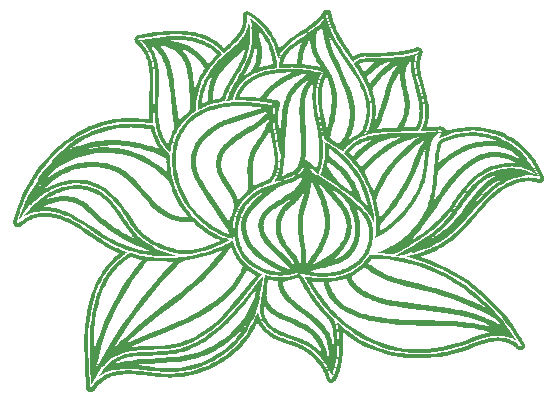
<source format=gbr>
%TF.GenerationSoftware,KiCad,Pcbnew,(6.0.8)*%
%TF.CreationDate,2022-10-30T19:39:26-07:00*%
%TF.ProjectId,LeftEdgeDB,4c656674-4564-4676-9544-422e6b696361,rev?*%
%TF.SameCoordinates,Original*%
%TF.FileFunction,OtherDrawing,Comment*%
%FSLAX46Y46*%
G04 Gerber Fmt 4.6, Leading zero omitted, Abs format (unit mm)*
G04 Created by KiCad (PCBNEW (6.0.8)) date 2022-10-30 19:39:26*
%MOMM*%
%LPD*%
G01*
G04 APERTURE LIST*
%ADD10C,0.000000*%
G04 APERTURE END LIST*
D10*
G36*
X117424598Y-128500966D02*
G01*
X117523381Y-128318748D01*
X117615490Y-128134748D01*
X117700843Y-127948942D01*
X117779359Y-127761306D01*
X117850958Y-127571817D01*
X117915556Y-127380453D01*
X117973074Y-127187190D01*
X118023429Y-126992004D01*
X118066541Y-126794873D01*
X118102328Y-126595772D01*
X118130708Y-126394680D01*
X118151600Y-126191572D01*
X118164923Y-125986426D01*
X118170595Y-125779217D01*
X118168535Y-125569924D01*
X118165522Y-125496502D01*
X118160804Y-125423080D01*
X118148361Y-125276237D01*
X118147195Y-125263008D01*
X118718868Y-125263008D01*
X118880057Y-126034517D01*
X118949784Y-126420612D01*
X118977360Y-126613935D01*
X118998335Y-126807513D01*
X119011403Y-127001402D01*
X119015258Y-127195655D01*
X119008595Y-127390326D01*
X118990107Y-127585471D01*
X118958488Y-127781142D01*
X118912432Y-127977395D01*
X118850632Y-128174284D01*
X118771783Y-128371862D01*
X119360482Y-128237255D01*
X119949178Y-128104633D01*
X119949180Y-128101987D01*
X119926003Y-127900609D01*
X119896098Y-127702296D01*
X119859372Y-127507076D01*
X119815731Y-127314976D01*
X119765083Y-127126023D01*
X119707335Y-126940244D01*
X119642393Y-126757667D01*
X119570165Y-126578318D01*
X119490557Y-126402224D01*
X119403478Y-126229414D01*
X119308832Y-126059913D01*
X119206528Y-125893750D01*
X119096473Y-125730950D01*
X118978573Y-125571542D01*
X118852736Y-125415552D01*
X118718868Y-125263008D01*
X118147195Y-125263008D01*
X118135420Y-125129393D01*
X118130081Y-125055971D01*
X118126199Y-124982549D01*
X118126588Y-124969620D01*
X118127693Y-124956633D01*
X118129426Y-124943592D01*
X118131698Y-124930501D01*
X118134419Y-124917362D01*
X118137501Y-124904182D01*
X118144389Y-124877708D01*
X118151650Y-124851110D01*
X118158570Y-124824419D01*
X118161679Y-124811049D01*
X118164436Y-124797666D01*
X118166751Y-124784276D01*
X118168535Y-124770882D01*
X118169403Y-124763382D01*
X118170023Y-124755772D01*
X118170395Y-124748070D01*
X118170519Y-124740290D01*
X118170395Y-124732448D01*
X118170023Y-124724560D01*
X118169403Y-124716640D01*
X118168535Y-124708705D01*
X118167418Y-124700770D01*
X118166054Y-124692851D01*
X118164442Y-124684963D01*
X118162582Y-124677121D01*
X118160473Y-124669341D01*
X118158117Y-124661638D01*
X118155512Y-124654029D01*
X118152660Y-124646528D01*
X118113964Y-124541067D01*
X118073285Y-124433869D01*
X117985973Y-124207320D01*
X118107820Y-124281346D01*
X118228171Y-124362314D01*
X118346849Y-124449895D01*
X118463675Y-124543760D01*
X118578473Y-124643579D01*
X118691064Y-124749025D01*
X118908915Y-124975480D01*
X119115804Y-125220491D01*
X119310311Y-125481428D01*
X119491013Y-125755659D01*
X119656486Y-126040552D01*
X119805310Y-126333475D01*
X119936061Y-126631797D01*
X120047317Y-126932887D01*
X120137656Y-127234112D01*
X120205655Y-127532841D01*
X120230833Y-127680447D01*
X120249892Y-127826443D01*
X120262655Y-127970498D01*
X120268945Y-128112285D01*
X120268582Y-128251474D01*
X120261390Y-128387737D01*
X119827473Y-128462481D01*
X119718839Y-128481788D01*
X119610266Y-128502334D01*
X119501818Y-128524617D01*
X119393556Y-128549133D01*
X119223701Y-128591499D01*
X119056538Y-128638403D01*
X118892221Y-128690106D01*
X118730900Y-128746867D01*
X118572725Y-128808945D01*
X118417849Y-128876601D01*
X118266423Y-128950093D01*
X118118596Y-129029682D01*
X117974522Y-129115627D01*
X117834350Y-129208188D01*
X117698232Y-129307624D01*
X117566320Y-129414196D01*
X117438764Y-129528162D01*
X117315715Y-129649783D01*
X117197324Y-129779319D01*
X117083744Y-129917028D01*
X117031374Y-129986515D01*
X116981419Y-130057071D01*
X116933875Y-130128713D01*
X116888737Y-130201455D01*
X116846003Y-130275314D01*
X116805667Y-130350304D01*
X116767727Y-130426441D01*
X116732178Y-130503742D01*
X116699017Y-130582220D01*
X116668239Y-130661892D01*
X116639841Y-130742774D01*
X116613818Y-130824880D01*
X116590168Y-130908226D01*
X116568885Y-130992828D01*
X116549967Y-131078701D01*
X116533409Y-131165861D01*
X115985721Y-131213486D01*
X116100815Y-130932739D01*
X116209956Y-130662161D01*
X116265084Y-130530763D01*
X116322073Y-130402001D01*
X116382038Y-130275905D01*
X116446096Y-130152507D01*
X116549810Y-129964932D01*
X116656192Y-129779031D01*
X116874722Y-129411013D01*
X117106442Y-129030675D01*
X117472681Y-129030675D01*
X117472683Y-129030675D01*
X117472683Y-129030674D01*
X117572339Y-128988221D01*
X117666943Y-128942194D01*
X117756524Y-128892555D01*
X117841113Y-128839265D01*
X117920742Y-128782285D01*
X117995440Y-128721577D01*
X118065240Y-128657102D01*
X118130171Y-128588820D01*
X118190266Y-128516694D01*
X118245554Y-128440684D01*
X118296068Y-128360753D01*
X118341838Y-128276860D01*
X118382895Y-128188967D01*
X118419270Y-128097036D01*
X118450994Y-128001028D01*
X118478098Y-127900903D01*
X118498614Y-127807098D01*
X118516468Y-127707076D01*
X118531601Y-127602061D01*
X118543955Y-127493280D01*
X118553472Y-127381956D01*
X118560094Y-127269314D01*
X118563762Y-127156580D01*
X118564419Y-127044977D01*
X118562007Y-126935730D01*
X118556466Y-126830065D01*
X118547740Y-126729205D01*
X118535770Y-126634376D01*
X118520497Y-126546803D01*
X118501865Y-126467710D01*
X118479814Y-126398321D01*
X118454286Y-126339862D01*
X118431257Y-126523182D01*
X118402884Y-126704103D01*
X118369216Y-126882707D01*
X118330304Y-127059074D01*
X118286199Y-127233286D01*
X118236951Y-127405425D01*
X118182610Y-127575572D01*
X118123227Y-127743807D01*
X118058851Y-127910214D01*
X117989535Y-128074872D01*
X117915327Y-128237864D01*
X117836278Y-128399271D01*
X117752439Y-128559174D01*
X117663859Y-128717655D01*
X117570591Y-128874795D01*
X117472683Y-129030674D01*
X117472681Y-129030675D01*
X117106442Y-129030675D01*
X117319223Y-128681424D01*
X117424598Y-128500966D01*
G37*
G36*
X118000237Y-125145816D02*
G01*
X118018076Y-125391262D01*
X118025496Y-125634003D01*
X118022561Y-125874108D01*
X118009332Y-126111648D01*
X117985871Y-126346692D01*
X117952240Y-126579310D01*
X117908501Y-126809571D01*
X117854716Y-127037545D01*
X117790947Y-127263303D01*
X117717257Y-127486913D01*
X117633706Y-127708446D01*
X117540358Y-127927971D01*
X117437274Y-128145559D01*
X117324516Y-128361278D01*
X117202197Y-128578428D01*
X117076220Y-128793748D01*
X116818499Y-129221505D01*
X116561771Y-129649758D01*
X116437035Y-129865698D01*
X116316454Y-130083716D01*
X116284055Y-130145186D01*
X116253222Y-130207497D01*
X116223785Y-130270559D01*
X116195572Y-130334285D01*
X116142139Y-130463367D01*
X116091558Y-130594031D01*
X115993496Y-130857250D01*
X115943287Y-130988379D01*
X115890474Y-131118237D01*
X115886112Y-131128326D01*
X115881007Y-131138675D01*
X115875219Y-131149171D01*
X115868811Y-131159702D01*
X115861845Y-131170155D01*
X115854383Y-131180419D01*
X115846487Y-131190380D01*
X115838218Y-131199927D01*
X115829640Y-131208946D01*
X115820814Y-131217326D01*
X115811801Y-131224954D01*
X115802665Y-131231718D01*
X115793466Y-131237505D01*
X115788863Y-131239997D01*
X115784268Y-131242203D01*
X115779688Y-131244109D01*
X115775131Y-131245700D01*
X115770606Y-131246962D01*
X115766119Y-131247883D01*
X115495004Y-131296184D01*
X115227361Y-131354005D01*
X114963191Y-131421686D01*
X114702494Y-131499567D01*
X114445270Y-131587991D01*
X114317960Y-131636263D01*
X114191518Y-131687298D01*
X114065944Y-131741139D01*
X113941239Y-131797829D01*
X113817401Y-131857410D01*
X113694432Y-131919924D01*
X113689408Y-131922315D01*
X113684251Y-131924539D01*
X113678956Y-131926616D01*
X113673513Y-131928564D01*
X113667915Y-131930405D01*
X113662154Y-131932156D01*
X113650114Y-131935468D01*
X113593890Y-131949029D01*
X113591768Y-131796878D01*
X113594277Y-131645998D01*
X113601337Y-131496359D01*
X113604813Y-131451611D01*
X113921975Y-131451611D01*
X113974261Y-131430817D01*
X114024253Y-131410270D01*
X114119089Y-131370913D01*
X114164802Y-131352599D01*
X114209957Y-131335525D01*
X114254988Y-131319940D01*
X114300329Y-131306091D01*
X114310943Y-131303020D01*
X114320970Y-131299761D01*
X114330427Y-131296311D01*
X114339329Y-131292665D01*
X114347695Y-131288822D01*
X114355541Y-131284778D01*
X114362884Y-131280530D01*
X114369741Y-131276077D01*
X114376129Y-131271414D01*
X114382065Y-131266539D01*
X114387566Y-131261448D01*
X114392649Y-131256140D01*
X114397331Y-131250611D01*
X114401628Y-131244858D01*
X114405559Y-131238878D01*
X114409139Y-131232669D01*
X114412386Y-131226227D01*
X114415316Y-131219549D01*
X114417947Y-131212633D01*
X114420296Y-131205476D01*
X114422379Y-131198075D01*
X114424214Y-131190427D01*
X114427205Y-131174377D01*
X114429406Y-131157305D01*
X114430952Y-131139186D01*
X114431978Y-131119997D01*
X114432621Y-131099715D01*
X114439979Y-130867213D01*
X114440485Y-130855895D01*
X114859985Y-130855895D01*
X114860020Y-130938413D01*
X114862187Y-131021443D01*
X114866537Y-131105007D01*
X114940967Y-131090820D01*
X115015990Y-131078327D01*
X115165227Y-131054282D01*
X115238145Y-131040661D01*
X115309068Y-131024594D01*
X115377347Y-131005046D01*
X115442336Y-130980984D01*
X115473394Y-130966936D01*
X115503387Y-130951371D01*
X115532233Y-130934160D01*
X115559853Y-130915174D01*
X115586164Y-130894282D01*
X115611087Y-130871357D01*
X115634539Y-130846267D01*
X115656441Y-130818885D01*
X115676711Y-130789080D01*
X115695268Y-130756724D01*
X115712032Y-130721687D01*
X115726922Y-130683839D01*
X115739856Y-130643051D01*
X115750755Y-130599195D01*
X115759536Y-130552140D01*
X115766119Y-130501757D01*
X115767414Y-130491370D01*
X115769286Y-130481045D01*
X115771694Y-130470782D01*
X115774593Y-130460581D01*
X115777943Y-130450442D01*
X115781699Y-130440365D01*
X115785820Y-130430351D01*
X115790262Y-130420398D01*
X115794983Y-130410507D01*
X115799941Y-130400678D01*
X115810396Y-130381206D01*
X115832265Y-130343007D01*
X116266843Y-129563479D01*
X116487109Y-129175079D01*
X116599289Y-128981979D01*
X116713329Y-128789903D01*
X116840933Y-128574211D01*
X116964724Y-128357186D01*
X117083120Y-128137990D01*
X117194540Y-127915786D01*
X117247139Y-127803295D01*
X117297402Y-127689738D01*
X117345130Y-127575010D01*
X117390125Y-127459008D01*
X117432190Y-127341625D01*
X117471128Y-127222759D01*
X117506740Y-127102303D01*
X117538829Y-126980153D01*
X117543439Y-126961302D01*
X117547428Y-126942450D01*
X117550922Y-126923599D01*
X117554043Y-126904747D01*
X117565286Y-126829341D01*
X116839667Y-127459049D01*
X116481073Y-127772911D01*
X116125953Y-128088757D01*
X116029122Y-128178796D01*
X115936074Y-128271304D01*
X115846808Y-128366269D01*
X115761325Y-128463680D01*
X115679624Y-128563525D01*
X115601706Y-128665792D01*
X115527571Y-128770470D01*
X115457219Y-128877546D01*
X115390649Y-128987011D01*
X115327862Y-129098851D01*
X115268858Y-129213055D01*
X115213636Y-129329612D01*
X115162198Y-129448509D01*
X115114542Y-129569737D01*
X115070669Y-129693281D01*
X115030578Y-129819132D01*
X114985873Y-129975309D01*
X114947275Y-130132415D01*
X114930393Y-130211376D01*
X114915190Y-130290638D01*
X114901714Y-130370226D01*
X114890018Y-130450163D01*
X114880151Y-130530472D01*
X114872164Y-130611177D01*
X114866107Y-130692300D01*
X114862030Y-130773865D01*
X114859985Y-130855895D01*
X114440485Y-130855895D01*
X114445177Y-130750899D01*
X114451802Y-130634710D01*
X114460163Y-130518769D01*
X114470571Y-130403200D01*
X114483335Y-130288127D01*
X114498766Y-130173674D01*
X114516297Y-130066108D01*
X114537068Y-129959682D01*
X114560971Y-129854356D01*
X114587897Y-129750092D01*
X114617738Y-129646852D01*
X114650384Y-129544596D01*
X114685728Y-129443286D01*
X114723662Y-129342882D01*
X114764075Y-129243347D01*
X114806860Y-129144641D01*
X114851909Y-129046726D01*
X114899113Y-128949562D01*
X114999551Y-128757336D01*
X115107307Y-128567653D01*
X114986967Y-128726574D01*
X114872107Y-128887887D01*
X114762875Y-129051687D01*
X114659417Y-129218073D01*
X114561882Y-129387141D01*
X114470416Y-129558988D01*
X114385167Y-129733710D01*
X114306282Y-129911406D01*
X114233907Y-130092170D01*
X114168192Y-130276102D01*
X114109282Y-130463296D01*
X114057325Y-130653851D01*
X114012469Y-130847863D01*
X113974860Y-131045429D01*
X113944646Y-131246646D01*
X113921975Y-131451611D01*
X113604813Y-131451611D01*
X113612865Y-131347928D01*
X113628781Y-131200676D01*
X113649003Y-131054572D01*
X113673449Y-130909583D01*
X113702038Y-130765680D01*
X113734689Y-130622830D01*
X113771321Y-130481005D01*
X113811851Y-130340171D01*
X113856199Y-130200298D01*
X113904283Y-130061356D01*
X113956022Y-129923313D01*
X114011334Y-129786138D01*
X114070139Y-129649800D01*
X114150897Y-129475942D01*
X114236356Y-129305573D01*
X114326443Y-129138645D01*
X114421084Y-128975112D01*
X114520206Y-128814928D01*
X114623734Y-128658046D01*
X114731595Y-128504420D01*
X114843715Y-128354003D01*
X114960022Y-128206748D01*
X115080440Y-128062610D01*
X115204897Y-127921541D01*
X115333318Y-127783495D01*
X115465631Y-127648426D01*
X115601762Y-127516287D01*
X115741636Y-127387031D01*
X115885181Y-127260613D01*
X116144473Y-127036130D01*
X116401780Y-126810160D01*
X116656111Y-126581212D01*
X116781850Y-126465157D01*
X116906473Y-126347800D01*
X116976910Y-126279118D01*
X117045312Y-126208982D01*
X117111629Y-126137365D01*
X117175810Y-126064241D01*
X117237806Y-125989583D01*
X117297565Y-125913362D01*
X117355038Y-125835552D01*
X117410173Y-125756126D01*
X117462921Y-125675057D01*
X117513231Y-125592317D01*
X117561053Y-125507879D01*
X117606337Y-125421717D01*
X117649031Y-125333803D01*
X117689086Y-125244111D01*
X117726452Y-125152612D01*
X117761078Y-125059279D01*
X117778451Y-125012786D01*
X117796879Y-124966138D01*
X117816423Y-124918683D01*
X117837145Y-124869772D01*
X117933057Y-124646529D01*
X117971918Y-124897594D01*
X118000237Y-125145816D01*
G37*
G36*
X123907350Y-137439131D02*
G01*
X123907350Y-137439130D01*
X123907351Y-137439130D01*
X123907350Y-137439131D01*
G37*
G36*
X124259235Y-136429566D02*
G01*
X124290435Y-136257122D01*
X124314807Y-136083473D01*
X124332730Y-135908615D01*
X124344583Y-135732544D01*
X124347782Y-135640517D01*
X124651906Y-135640517D01*
X124652760Y-135658819D01*
X124654506Y-135676594D01*
X124657125Y-135693864D01*
X124660595Y-135710655D01*
X124664895Y-135726990D01*
X124670004Y-135742895D01*
X124675903Y-135758392D01*
X124682569Y-135773506D01*
X124689982Y-135788262D01*
X124698122Y-135802684D01*
X124706966Y-135816796D01*
X124716496Y-135830622D01*
X124737525Y-135857513D01*
X124761042Y-135883551D01*
X124786881Y-135908931D01*
X124814875Y-135933845D01*
X124844856Y-135958488D01*
X124876660Y-135983054D01*
X124910118Y-136007736D01*
X125129396Y-136172890D01*
X125340640Y-136343974D01*
X125543690Y-136521088D01*
X125738388Y-136704334D01*
X125924575Y-136893812D01*
X126102092Y-137089623D01*
X126270781Y-137291868D01*
X126430481Y-137500647D01*
X126581034Y-137716062D01*
X126722282Y-137938212D01*
X126854065Y-138167199D01*
X126976225Y-138403124D01*
X127088603Y-138646087D01*
X127191039Y-138896190D01*
X127283375Y-139153532D01*
X127365451Y-139418215D01*
X127371560Y-139438260D01*
X127378102Y-139458522D01*
X127385264Y-139478722D01*
X127389136Y-139488712D01*
X127393232Y-139498582D01*
X127397577Y-139508296D01*
X127402193Y-139517821D01*
X127407103Y-139527121D01*
X127412331Y-139536161D01*
X127417901Y-139544907D01*
X127423834Y-139553323D01*
X127430155Y-139561375D01*
X127436887Y-139569028D01*
X127570750Y-139709049D01*
X127706102Y-139847832D01*
X127979284Y-140124652D01*
X127887726Y-139743622D01*
X127781611Y-139372460D01*
X127660769Y-139011173D01*
X127525028Y-138659769D01*
X127374218Y-138318257D01*
X127208169Y-137986643D01*
X127026709Y-137664935D01*
X126829670Y-137353141D01*
X126616879Y-137051270D01*
X126388167Y-136759328D01*
X126143363Y-136477323D01*
X125882296Y-136205263D01*
X125604796Y-135943157D01*
X125310693Y-135691011D01*
X124999815Y-135448833D01*
X124671993Y-135216632D01*
X124669349Y-135216633D01*
X124669995Y-135266707D01*
X124671540Y-135312130D01*
X124674971Y-135391257D01*
X124675678Y-135426077D01*
X124675523Y-135442545D01*
X124674929Y-135458478D01*
X124673824Y-135473946D01*
X124672133Y-135489018D01*
X124669784Y-135503766D01*
X124666702Y-135518257D01*
X124661761Y-135540236D01*
X124657837Y-135561542D01*
X124654911Y-135582199D01*
X124652961Y-135602231D01*
X124651967Y-135621662D01*
X124651906Y-135640517D01*
X124347782Y-135640517D01*
X124350747Y-135555255D01*
X124351600Y-135376746D01*
X124347524Y-135197012D01*
X124338898Y-135016049D01*
X124326102Y-134833854D01*
X124309515Y-134650423D01*
X124491467Y-134749144D01*
X124669260Y-134851827D01*
X124842953Y-134958462D01*
X125012603Y-135069043D01*
X125178269Y-135183562D01*
X125340009Y-135302011D01*
X125497882Y-135424382D01*
X125651944Y-135550668D01*
X125802254Y-135680860D01*
X125948871Y-135814952D01*
X126091853Y-135952934D01*
X126231257Y-136094800D01*
X126367142Y-136240542D01*
X126499567Y-136390151D01*
X126628588Y-136543621D01*
X126754264Y-136700944D01*
X126952912Y-136966199D01*
X127139181Y-137236110D01*
X127313218Y-137510679D01*
X127475171Y-137789911D01*
X127625186Y-138073809D01*
X127763411Y-138362377D01*
X127889994Y-138655619D01*
X128005081Y-138953540D01*
X128108820Y-139256142D01*
X128201359Y-139563430D01*
X128282844Y-139875408D01*
X128353422Y-140192079D01*
X128413242Y-140513448D01*
X128462449Y-140839517D01*
X128501193Y-141170292D01*
X128529619Y-141505776D01*
X128514358Y-141484367D01*
X128500307Y-141465469D01*
X128475709Y-141433347D01*
X128465100Y-141419193D01*
X128455576Y-141405690D01*
X128451212Y-141399037D01*
X128447107Y-141392372D01*
X128443258Y-141385638D01*
X128439661Y-141378775D01*
X128347332Y-141204864D01*
X128249088Y-141036228D01*
X128145155Y-140872685D01*
X128035758Y-140714052D01*
X127921120Y-140560147D01*
X127801467Y-140410789D01*
X127677024Y-140265794D01*
X127548015Y-140124982D01*
X127414665Y-139988169D01*
X127277199Y-139855174D01*
X127135842Y-139725814D01*
X126990819Y-139599908D01*
X126842354Y-139477272D01*
X126690672Y-139357726D01*
X126535998Y-139241086D01*
X126378557Y-139127171D01*
X125821443Y-138738606D01*
X125259369Y-138356242D01*
X124132246Y-137595234D01*
X124023766Y-137519166D01*
X123967046Y-137479892D01*
X123907351Y-137439130D01*
X123987501Y-137273839D01*
X124058545Y-137107364D01*
X124120860Y-136939703D01*
X124174827Y-136770852D01*
X124210950Y-136637314D01*
X124536407Y-136637314D01*
X124536766Y-136653466D01*
X124538193Y-136669126D01*
X124540694Y-136684408D01*
X124544272Y-136699426D01*
X124548932Y-136714295D01*
X124554678Y-136729129D01*
X124561515Y-136744042D01*
X124569446Y-136759149D01*
X124578477Y-136774565D01*
X124599853Y-136806777D01*
X124625679Y-136841594D01*
X124655989Y-136879931D01*
X124730201Y-136970819D01*
X124818506Y-137084456D01*
X124903339Y-137200758D01*
X124985442Y-137319170D01*
X125065562Y-137439131D01*
X125381076Y-137923319D01*
X125388779Y-137935457D01*
X125396068Y-137947994D01*
X125403023Y-137960834D01*
X125409726Y-137973879D01*
X125435647Y-138026175D01*
X125442311Y-138038794D01*
X125449212Y-138051037D01*
X125456430Y-138062807D01*
X125464048Y-138074007D01*
X125472146Y-138084540D01*
X125480807Y-138094310D01*
X125490110Y-138103220D01*
X125495029Y-138107322D01*
X125500139Y-138111172D01*
X125805567Y-138328007D01*
X126115955Y-138544097D01*
X126759555Y-138986944D01*
X126668024Y-138782354D01*
X126571019Y-138583263D01*
X126468527Y-138389591D01*
X126360531Y-138201255D01*
X126247016Y-138018175D01*
X126127966Y-137840269D01*
X126003366Y-137667456D01*
X125873201Y-137499654D01*
X125737455Y-137336783D01*
X125596112Y-137178759D01*
X125449157Y-137025503D01*
X125296575Y-136876933D01*
X125138349Y-136732967D01*
X124974465Y-136593524D01*
X124804907Y-136458523D01*
X124629659Y-136327882D01*
X124627014Y-136330528D01*
X124601750Y-136394459D01*
X124580551Y-136450934D01*
X124563454Y-136500866D01*
X124550491Y-136545171D01*
X124545572Y-136565499D01*
X124541699Y-136584763D01*
X124538878Y-136603077D01*
X124537113Y-136620556D01*
X124536407Y-136637314D01*
X124210950Y-136637314D01*
X124220825Y-136600808D01*
X124259235Y-136429566D01*
G37*
G36*
X128850725Y-144060125D02*
G01*
X128847284Y-144064698D01*
X128843434Y-144069610D01*
X128839182Y-144074883D01*
X128839183Y-144058997D01*
X128850725Y-144060125D01*
G37*
G36*
X99682389Y-138465218D02*
G01*
X99747378Y-138370465D01*
X100137183Y-138370465D01*
X100195392Y-138426027D01*
X100214026Y-138401889D01*
X100232350Y-138377286D01*
X100268813Y-138327800D01*
X100287324Y-138303476D01*
X100306268Y-138279803D01*
X100315962Y-138268298D01*
X100325833Y-138257060D01*
X100335906Y-138246125D01*
X100346204Y-138235527D01*
X100556063Y-138033054D01*
X100770948Y-137841468D01*
X100990926Y-137660928D01*
X101216063Y-137491593D01*
X101446424Y-137333621D01*
X101682076Y-137187172D01*
X101923084Y-137052405D01*
X102169514Y-136929477D01*
X102421432Y-136818549D01*
X102678904Y-136719779D01*
X102941996Y-136633327D01*
X103210773Y-136559350D01*
X103485302Y-136498008D01*
X103765649Y-136449460D01*
X104051879Y-136413865D01*
X104344058Y-136391381D01*
X104605877Y-136382681D01*
X104864378Y-136384539D01*
X105119406Y-136397218D01*
X105370807Y-136420981D01*
X105618425Y-136456093D01*
X105862105Y-136502816D01*
X106101692Y-136561414D01*
X106337032Y-136632152D01*
X106567969Y-136715291D01*
X106794348Y-136811097D01*
X107016014Y-136919832D01*
X107232812Y-137041760D01*
X107444587Y-137177144D01*
X107651184Y-137326249D01*
X107852448Y-137489337D01*
X108048224Y-137666672D01*
X108242724Y-137858242D01*
X108431953Y-138055238D01*
X108616841Y-138256636D01*
X108798318Y-138461415D01*
X109154762Y-138877017D01*
X109508725Y-139293860D01*
X109703013Y-139514735D01*
X109801864Y-139622968D01*
X109902168Y-139729348D01*
X110004163Y-139833588D01*
X110108083Y-139935402D01*
X110214167Y-140034504D01*
X110322649Y-140130605D01*
X110433767Y-140223420D01*
X110547757Y-140312661D01*
X110664855Y-140398043D01*
X110785298Y-140479277D01*
X110909322Y-140556077D01*
X111037163Y-140628156D01*
X111169059Y-140695229D01*
X111305245Y-140757006D01*
X111391265Y-140792684D01*
X111477715Y-140826253D01*
X111564654Y-140857651D01*
X111652139Y-140886817D01*
X111740228Y-140913689D01*
X111828981Y-140938204D01*
X111918454Y-140960301D01*
X112008706Y-140979917D01*
X112099796Y-140996991D01*
X112191780Y-141011460D01*
X112284719Y-141023263D01*
X112378668Y-141032338D01*
X112473688Y-141038622D01*
X112569835Y-141042053D01*
X112667168Y-141042570D01*
X112765746Y-141040110D01*
X112771037Y-141040110D01*
X112759952Y-141022338D01*
X112750325Y-141006582D01*
X112734326Y-140980247D01*
X112727396Y-140969235D01*
X112720807Y-140959370D01*
X112714280Y-140950435D01*
X112710953Y-140946249D01*
X112707536Y-140942214D01*
X112583319Y-140790195D01*
X112463644Y-140635777D01*
X112348465Y-140478980D01*
X112237736Y-140319822D01*
X112131409Y-140158323D01*
X112029438Y-139994503D01*
X111931777Y-139828381D01*
X111838380Y-139659976D01*
X111749199Y-139489307D01*
X111664189Y-139316395D01*
X111583303Y-139141258D01*
X111506493Y-138963915D01*
X111433715Y-138784387D01*
X111364921Y-138602692D01*
X111300064Y-138418850D01*
X111239099Y-138232880D01*
X111234330Y-138219023D01*
X111228976Y-138205239D01*
X111223071Y-138191540D01*
X111216651Y-138177938D01*
X111209750Y-138164445D01*
X111202403Y-138151072D01*
X111194646Y-138137830D01*
X111186513Y-138124732D01*
X111178039Y-138111789D01*
X111169258Y-138099013D01*
X111160206Y-138086415D01*
X111150918Y-138074007D01*
X111131772Y-138049807D01*
X111112098Y-138026506D01*
X110856259Y-137745814D01*
X110588795Y-137482202D01*
X110310437Y-137235695D01*
X110021917Y-137006320D01*
X109723965Y-136794103D01*
X109417313Y-136599070D01*
X109102691Y-136421247D01*
X108780830Y-136260660D01*
X108452462Y-136117336D01*
X108118318Y-135991301D01*
X107779129Y-135882580D01*
X107435626Y-135791201D01*
X107088539Y-135717188D01*
X106738601Y-135660569D01*
X106386541Y-135621369D01*
X106033091Y-135599616D01*
X105678983Y-135595333D01*
X105324947Y-135608549D01*
X104971714Y-135639289D01*
X104620015Y-135687579D01*
X104270582Y-135753446D01*
X103924145Y-135836915D01*
X103581435Y-135938013D01*
X103243184Y-136056766D01*
X102910123Y-136193200D01*
X102582982Y-136347341D01*
X102262494Y-136519216D01*
X101949387Y-136708850D01*
X101644395Y-136916270D01*
X101348248Y-137141502D01*
X101061677Y-137384572D01*
X100785412Y-137645507D01*
X100700260Y-137732002D01*
X100617154Y-137820545D01*
X100535660Y-137910699D01*
X100455344Y-138002032D01*
X100137183Y-138370465D01*
X99747378Y-138370465D01*
X99767764Y-138340742D01*
X99856492Y-138218142D01*
X99948716Y-138097496D01*
X100044579Y-137978881D01*
X100049049Y-137973226D01*
X100053053Y-137967192D01*
X100056622Y-137960802D01*
X100059787Y-137954081D01*
X100062578Y-137947052D01*
X100065025Y-137939738D01*
X100069011Y-137924352D01*
X100071990Y-137908113D01*
X100074205Y-137891211D01*
X100077321Y-137856180D01*
X100080313Y-137820776D01*
X100082373Y-137803410D01*
X100085134Y-137786520D01*
X100088842Y-137770297D01*
X100091126Y-137762495D01*
X100093739Y-137754930D01*
X100096710Y-137747628D01*
X100100070Y-137740610D01*
X100103849Y-137733902D01*
X100108079Y-137727526D01*
X100260421Y-137508708D01*
X100415988Y-137292617D01*
X100575027Y-137079008D01*
X100737787Y-136867631D01*
X100756562Y-136845140D01*
X100776121Y-136823261D01*
X100796377Y-136801926D01*
X100817245Y-136781062D01*
X100838640Y-136760602D01*
X100860477Y-136740476D01*
X100905136Y-136700943D01*
X100996004Y-136622808D01*
X101040849Y-136583090D01*
X101062825Y-136562824D01*
X101084391Y-136542193D01*
X101097560Y-136530157D01*
X101111981Y-136518706D01*
X101142889Y-136496677D01*
X101158531Y-136485656D01*
X101173734Y-136474337D01*
X101188078Y-136462498D01*
X101194795Y-136456315D01*
X101201139Y-136449920D01*
X101207056Y-136443284D01*
X101212494Y-136436380D01*
X101217400Y-136429181D01*
X101221721Y-136421658D01*
X101225405Y-136413785D01*
X101228399Y-136405533D01*
X101230649Y-136396875D01*
X101232103Y-136387784D01*
X101232709Y-136378232D01*
X101232412Y-136368190D01*
X101231162Y-136357633D01*
X101228904Y-136346531D01*
X101225587Y-136334857D01*
X101221156Y-136322585D01*
X101215560Y-136309685D01*
X101208745Y-136296131D01*
X101208177Y-136294536D01*
X101207950Y-136292734D01*
X101208050Y-136290735D01*
X101208461Y-136288550D01*
X101209169Y-136286188D01*
X101210158Y-136283660D01*
X101211414Y-136280977D01*
X101212921Y-136278147D01*
X101216629Y-136272091D01*
X101221163Y-136265574D01*
X101226403Y-136258677D01*
X101232227Y-136251482D01*
X101238517Y-136244070D01*
X101245151Y-136236522D01*
X101258975Y-136221345D01*
X101285474Y-136192943D01*
X101666496Y-135788359D01*
X102059427Y-135412929D01*
X102143498Y-135340985D01*
X102626912Y-135340985D01*
X102669984Y-135322465D01*
X103920725Y-135322465D01*
X104418151Y-135238290D01*
X104908318Y-135180386D01*
X105391222Y-135148976D01*
X105866859Y-135144285D01*
X106335225Y-135166538D01*
X106796317Y-135215960D01*
X107250129Y-135292776D01*
X107696659Y-135397210D01*
X108135903Y-135529487D01*
X108567857Y-135689833D01*
X108992516Y-135878471D01*
X109409878Y-136095627D01*
X109819937Y-136341525D01*
X110222691Y-136616391D01*
X110618135Y-136920449D01*
X111006266Y-137253923D01*
X111008912Y-137256569D01*
X110978153Y-136986694D01*
X110964635Y-136862174D01*
X110953349Y-136740631D01*
X110943758Y-136617186D01*
X110939583Y-136555247D01*
X110936151Y-136493245D01*
X110933712Y-136431244D01*
X110932513Y-136369304D01*
X110932803Y-136307489D01*
X110934828Y-136245860D01*
X110935574Y-136221936D01*
X110935393Y-136210613D01*
X110934844Y-136199697D01*
X110933928Y-136189176D01*
X110932648Y-136179033D01*
X110931005Y-136169255D01*
X110928999Y-136159829D01*
X110926633Y-136150740D01*
X110923909Y-136141974D01*
X110920826Y-136133518D01*
X110917388Y-136125356D01*
X110913595Y-136117475D01*
X110909448Y-136109862D01*
X110904950Y-136102501D01*
X110900102Y-136095379D01*
X110894905Y-136088481D01*
X110889360Y-136081795D01*
X110877235Y-136068998D01*
X110863738Y-136056875D01*
X110848880Y-136045315D01*
X110832674Y-136034203D01*
X110815131Y-136023430D01*
X110796262Y-136012881D01*
X110776079Y-136002444D01*
X110436596Y-135839146D01*
X110094818Y-135689610D01*
X109750746Y-135553896D01*
X109404380Y-135432060D01*
X109055719Y-135324162D01*
X108704764Y-135230258D01*
X108351514Y-135150409D01*
X107995970Y-135084670D01*
X107638131Y-135033102D01*
X107277998Y-134995761D01*
X106915571Y-134972707D01*
X106550849Y-134963996D01*
X106183832Y-134969687D01*
X105814522Y-134989839D01*
X105442916Y-135024510D01*
X105069017Y-135073757D01*
X104924395Y-135097683D01*
X104780208Y-135125268D01*
X104636392Y-135155705D01*
X104492887Y-135188189D01*
X103920725Y-135322465D01*
X102669984Y-135322465D01*
X102859179Y-135241112D01*
X103092636Y-135147860D01*
X103327294Y-135061211D01*
X103563165Y-134981151D01*
X103800261Y-134907665D01*
X104038594Y-134840736D01*
X104278174Y-134780349D01*
X104519014Y-134726490D01*
X104761125Y-134679141D01*
X105004519Y-134638288D01*
X105249207Y-134603916D01*
X105495202Y-134576008D01*
X105742514Y-134554549D01*
X105991156Y-134539525D01*
X106241139Y-134530918D01*
X106492474Y-134528714D01*
X106744369Y-134532891D01*
X106995043Y-134543400D01*
X107244515Y-134560189D01*
X107492806Y-134583202D01*
X107739934Y-134612385D01*
X107985918Y-134647683D01*
X108230778Y-134689044D01*
X108474534Y-134736412D01*
X108717204Y-134789733D01*
X108958809Y-134848953D01*
X109199368Y-134914017D01*
X109438899Y-134984872D01*
X109677422Y-135061463D01*
X109914958Y-135143735D01*
X110151524Y-135231636D01*
X110387141Y-135325109D01*
X110389786Y-135325110D01*
X110327080Y-135228871D01*
X110266900Y-135131659D01*
X110209170Y-135033494D01*
X110153811Y-134934395D01*
X110100747Y-134834381D01*
X110049900Y-134733472D01*
X110001193Y-134631687D01*
X109954547Y-134529045D01*
X109867131Y-134321270D01*
X109787032Y-134110301D01*
X109713631Y-133896293D01*
X109646307Y-133679402D01*
X109644589Y-133674164D01*
X109642427Y-133668877D01*
X109639841Y-133663555D01*
X109636850Y-133658209D01*
X109633476Y-133652854D01*
X109629738Y-133647503D01*
X109625657Y-133642168D01*
X109621254Y-133636862D01*
X109616548Y-133631599D01*
X109611561Y-133626392D01*
X109600821Y-133616197D01*
X109589198Y-133606381D01*
X109576854Y-133597050D01*
X109563952Y-133588309D01*
X109550654Y-133580261D01*
X109537124Y-133573011D01*
X109523524Y-133566665D01*
X109510017Y-133561326D01*
X109503349Y-133559067D01*
X109496766Y-133557100D01*
X109490287Y-133555436D01*
X109483933Y-133554090D01*
X109477725Y-133553074D01*
X109471682Y-133552402D01*
X108580036Y-133480964D01*
X108356815Y-133466826D01*
X108133717Y-133457152D01*
X107910868Y-133453431D01*
X107688391Y-133457152D01*
X107373532Y-133473460D01*
X107061990Y-133500550D01*
X106753797Y-133538415D01*
X106448983Y-133587046D01*
X106147581Y-133646436D01*
X105849619Y-133716578D01*
X105555131Y-133797463D01*
X105264146Y-133889084D01*
X104976696Y-133991433D01*
X104692812Y-134104503D01*
X104412524Y-134228285D01*
X104135864Y-134362771D01*
X103862863Y-134507955D01*
X103593551Y-134663828D01*
X103327960Y-134830382D01*
X103066121Y-135007610D01*
X103009917Y-135047763D01*
X102954334Y-135088722D01*
X102844532Y-135172313D01*
X102626912Y-135340985D01*
X102143498Y-135340985D01*
X102464211Y-135066535D01*
X102880788Y-134749062D01*
X103309101Y-134460394D01*
X103749091Y-134200414D01*
X104200701Y-133969005D01*
X104663873Y-133766053D01*
X105138547Y-133591439D01*
X105624667Y-133445049D01*
X106122173Y-133326766D01*
X106631008Y-133236473D01*
X107151114Y-133174054D01*
X107682433Y-133139394D01*
X108224905Y-133132375D01*
X108778474Y-133152881D01*
X108896545Y-133161785D01*
X109014615Y-133174007D01*
X109132685Y-133188647D01*
X109250755Y-133204806D01*
X109486896Y-133238086D01*
X109604966Y-133253408D01*
X109723036Y-133266653D01*
X109745002Y-133269575D01*
X109765313Y-133273412D01*
X109784050Y-133278210D01*
X109792854Y-133280984D01*
X109801295Y-133284016D01*
X109809383Y-133287311D01*
X109817129Y-133290876D01*
X109824543Y-133294716D01*
X109831634Y-133298837D01*
X109838414Y-133303244D01*
X109844891Y-133307945D01*
X109851077Y-133312943D01*
X109856982Y-133318246D01*
X109862615Y-133323859D01*
X109867987Y-133329788D01*
X109873108Y-133336039D01*
X109877988Y-133342617D01*
X109882638Y-133349528D01*
X109887067Y-133356779D01*
X109891286Y-133364374D01*
X109895305Y-133372321D01*
X109902783Y-133389288D01*
X109909583Y-133407729D01*
X109915786Y-133427689D01*
X109921474Y-133449215D01*
X109957003Y-133585472D01*
X109995237Y-133720350D01*
X110036339Y-133853771D01*
X110080472Y-133985657D01*
X110127798Y-134115931D01*
X110178481Y-134244515D01*
X110232684Y-134371331D01*
X110290568Y-134496303D01*
X110352296Y-134619352D01*
X110418033Y-134740402D01*
X110487939Y-134859374D01*
X110562179Y-134976191D01*
X110640915Y-135090776D01*
X110724309Y-135203051D01*
X110812524Y-135312938D01*
X110905724Y-135420360D01*
X110906687Y-135421352D01*
X110907595Y-135422340D01*
X110908457Y-135423320D01*
X110909280Y-135424288D01*
X110912339Y-135427967D01*
X110913084Y-135428819D01*
X110913837Y-135429637D01*
X110914606Y-135430415D01*
X110915398Y-135431151D01*
X110916221Y-135431840D01*
X110917083Y-135432479D01*
X110917991Y-135433063D01*
X110918954Y-135433590D01*
X110947581Y-135452478D01*
X110974467Y-135471930D01*
X110999666Y-135491936D01*
X111023236Y-135512484D01*
X111045233Y-135533565D01*
X111065712Y-135555169D01*
X111084730Y-135577286D01*
X111102343Y-135599905D01*
X111118607Y-135623016D01*
X111133578Y-135646610D01*
X111147314Y-135670675D01*
X111159869Y-135695201D01*
X111171300Y-135720180D01*
X111181663Y-135745600D01*
X111191015Y-135771450D01*
X111199411Y-135797722D01*
X111213563Y-135851488D01*
X111224567Y-135906816D01*
X111232874Y-135963625D01*
X111238933Y-136021833D01*
X111243194Y-136081358D01*
X111246106Y-136142120D01*
X111249682Y-136267028D01*
X111266686Y-136613240D01*
X111298775Y-136953383D01*
X111345839Y-137287465D01*
X111407771Y-137615493D01*
X111484461Y-137937474D01*
X111575802Y-138253418D01*
X111681684Y-138563330D01*
X111802000Y-138867220D01*
X111936641Y-139165095D01*
X112085497Y-139456962D01*
X112248461Y-139742829D01*
X112425425Y-140022705D01*
X112616279Y-140296597D01*
X112820915Y-140564512D01*
X113039224Y-140826458D01*
X113271099Y-141082444D01*
X113424236Y-141239949D01*
X113581033Y-141391965D01*
X113741488Y-141538463D01*
X113905602Y-141679410D01*
X114073375Y-141814777D01*
X114244807Y-141944531D01*
X114419897Y-142068643D01*
X114598646Y-142187080D01*
X114781053Y-142299812D01*
X114967119Y-142406808D01*
X115156844Y-142508037D01*
X115350228Y-142603468D01*
X115547270Y-142693070D01*
X115747971Y-142776812D01*
X115952330Y-142854662D01*
X116160349Y-142926591D01*
X116180135Y-142933794D01*
X116200077Y-142941556D01*
X116220577Y-142949938D01*
X116242038Y-142959002D01*
X116289456Y-142979425D01*
X116345556Y-143003319D01*
X116345558Y-143008610D01*
X115970346Y-143192733D01*
X115592653Y-143362407D01*
X115212232Y-143518067D01*
X114828834Y-143660146D01*
X114442211Y-143789079D01*
X114052116Y-143905299D01*
X113658300Y-144009241D01*
X113260516Y-144101338D01*
X113102196Y-144131355D01*
X112944721Y-144153206D01*
X112788068Y-144167282D01*
X112632213Y-144173975D01*
X112477134Y-144173676D01*
X112322806Y-144166777D01*
X112169207Y-144153668D01*
X112016313Y-144134742D01*
X111864101Y-144110391D01*
X111712549Y-144081004D01*
X111561632Y-144046975D01*
X111411327Y-144008694D01*
X111261611Y-143966552D01*
X111112461Y-143920942D01*
X110815766Y-143820882D01*
X110573891Y-143730114D01*
X110337547Y-143632262D01*
X110106931Y-143527062D01*
X109882242Y-143414249D01*
X109663675Y-143293562D01*
X109451431Y-143164735D01*
X109245705Y-143027505D01*
X109046696Y-142881610D01*
X108854601Y-142726785D01*
X108669618Y-142562766D01*
X108491945Y-142389291D01*
X108321779Y-142206095D01*
X108159318Y-142012916D01*
X108004759Y-141809489D01*
X107858301Y-141595551D01*
X107720141Y-141370839D01*
X107617543Y-141200394D01*
X107510541Y-141032213D01*
X107399695Y-140866079D01*
X107285563Y-140701774D01*
X107168701Y-140539081D01*
X107049670Y-140377784D01*
X106807328Y-140058507D01*
X106710037Y-139934645D01*
X106610544Y-139813240D01*
X106508695Y-139694517D01*
X106404335Y-139578701D01*
X106297308Y-139466016D01*
X106187459Y-139356688D01*
X106074634Y-139250942D01*
X105958677Y-139149001D01*
X105839434Y-139051091D01*
X105716749Y-138957436D01*
X105590467Y-138868262D01*
X105460434Y-138783793D01*
X105326494Y-138704254D01*
X105188492Y-138629869D01*
X105046273Y-138560864D01*
X104899683Y-138497464D01*
X104665371Y-138409378D01*
X104431742Y-138336373D01*
X104198795Y-138278088D01*
X103966530Y-138234162D01*
X103734948Y-138204236D01*
X103504047Y-138187948D01*
X103273828Y-138184938D01*
X103044292Y-138194847D01*
X102815438Y-138217312D01*
X102587266Y-138251975D01*
X102359776Y-138298474D01*
X102132968Y-138356449D01*
X101906842Y-138425540D01*
X101681399Y-138505386D01*
X101456637Y-138595627D01*
X101232558Y-138695902D01*
X101107105Y-138756856D01*
X100983741Y-138820643D01*
X100862447Y-138887245D01*
X100743203Y-138956640D01*
X100625990Y-139028811D01*
X100510788Y-139103737D01*
X100397578Y-139181400D01*
X100286342Y-139261779D01*
X100177058Y-139344856D01*
X100069709Y-139430611D01*
X99964274Y-139519025D01*
X99860735Y-139610078D01*
X99759071Y-139703751D01*
X99659264Y-139800025D01*
X99561294Y-139898880D01*
X99465141Y-140000296D01*
X99461787Y-140003647D01*
X99458184Y-140006765D01*
X99454345Y-140009664D01*
X99450284Y-140012358D01*
X99446017Y-140014862D01*
X99441556Y-140017191D01*
X99432110Y-140021381D01*
X99422059Y-140025043D01*
X99411517Y-140028295D01*
X99400594Y-140031252D01*
X99389404Y-140034031D01*
X99366672Y-140039519D01*
X99355354Y-140042461D01*
X99344218Y-140045689D01*
X99333377Y-140049321D01*
X99322943Y-140053472D01*
X99313029Y-140058259D01*
X99308301Y-140060927D01*
X99303746Y-140063798D01*
X99294849Y-140069934D01*
X99286031Y-140076422D01*
X99277305Y-140083244D01*
X99268688Y-140090380D01*
X99260195Y-140097810D01*
X99251842Y-140105516D01*
X99243643Y-140113477D01*
X99235615Y-140121675D01*
X99227773Y-140130090D01*
X99220133Y-140138702D01*
X99212710Y-140147493D01*
X99205519Y-140156443D01*
X99198576Y-140165532D01*
X99191897Y-140174742D01*
X99185497Y-140184052D01*
X99179391Y-140193444D01*
X98980540Y-140495276D01*
X98779209Y-140796363D01*
X98676838Y-140946085D01*
X98572917Y-141094970D01*
X98467135Y-141242800D01*
X98359183Y-141389359D01*
X98612191Y-140733193D01*
X98867183Y-140077027D01*
X98981476Y-139796093D01*
X99102869Y-139519252D01*
X99232510Y-139247124D01*
X99371545Y-138980328D01*
X99444944Y-138849125D01*
X99521122Y-138719486D01*
X99555320Y-138664150D01*
X100536704Y-138664150D01*
X100644801Y-138619135D01*
X100751100Y-138571918D01*
X100960038Y-138473980D01*
X101166991Y-138376539D01*
X101270809Y-138329942D01*
X101375434Y-138285795D01*
X101717676Y-138156986D01*
X102062146Y-138051675D01*
X102407911Y-137970355D01*
X102754037Y-137913518D01*
X103099589Y-137881657D01*
X103443633Y-137875262D01*
X103785235Y-137894828D01*
X104123462Y-137940845D01*
X104457379Y-138013806D01*
X104786052Y-138114204D01*
X105108548Y-138242530D01*
X105423931Y-138399277D01*
X105731268Y-138584937D01*
X106029625Y-138800002D01*
X106318068Y-139044964D01*
X106595663Y-139320316D01*
X106700493Y-139434892D01*
X106802782Y-139551320D01*
X106902714Y-139669470D01*
X107000475Y-139789208D01*
X107190231Y-140032924D01*
X107373538Y-140281415D01*
X107551883Y-140533627D01*
X107726757Y-140788505D01*
X108072038Y-141302045D01*
X108159175Y-141432016D01*
X108248234Y-141561460D01*
X108339650Y-141689602D01*
X108433856Y-141815667D01*
X108531286Y-141938879D01*
X108632376Y-142058463D01*
X108684428Y-142116653D01*
X108737558Y-142173645D01*
X108791819Y-142229342D01*
X108847267Y-142283648D01*
X108979956Y-142406387D01*
X109116021Y-142523649D01*
X109255364Y-142635539D01*
X109397890Y-142742163D01*
X109543500Y-142843623D01*
X109692099Y-142940026D01*
X109843589Y-143031476D01*
X109997874Y-143118077D01*
X110154856Y-143199935D01*
X110314438Y-143277153D01*
X110476525Y-143349837D01*
X110641018Y-143418090D01*
X110807821Y-143482018D01*
X110976837Y-143541726D01*
X111147969Y-143597318D01*
X111321121Y-143648898D01*
X111506257Y-143700398D01*
X111692447Y-143748364D01*
X111879506Y-143790749D01*
X111973302Y-143809209D01*
X112067246Y-143825507D01*
X112161314Y-143839386D01*
X112255483Y-143850591D01*
X112349729Y-143858865D01*
X112444029Y-143863954D01*
X112538360Y-143865601D01*
X112632699Y-143863551D01*
X112727023Y-143857547D01*
X112821308Y-143847335D01*
X112994512Y-143822084D01*
X113166884Y-143793038D01*
X113338456Y-143760311D01*
X113509266Y-143724014D01*
X113848734Y-143641161D01*
X114185566Y-143545379D01*
X114520041Y-143437566D01*
X114852439Y-143318623D01*
X115183039Y-143189447D01*
X115510166Y-143051760D01*
X115512119Y-143053590D01*
X115512119Y-143050938D01*
X115510166Y-143051760D01*
X115475740Y-143019524D01*
X115472355Y-143016562D01*
X115469125Y-143013876D01*
X115466019Y-143011461D01*
X115463007Y-143009313D01*
X115460056Y-143007428D01*
X115457136Y-143005804D01*
X115454216Y-143004435D01*
X115451265Y-143003318D01*
X115296079Y-142933216D01*
X115143056Y-142859843D01*
X114992188Y-142783215D01*
X114843467Y-142703347D01*
X114696885Y-142620254D01*
X114552435Y-142533951D01*
X114410109Y-142444455D01*
X114269900Y-142351781D01*
X114131798Y-142255945D01*
X113995798Y-142156961D01*
X113861890Y-142054846D01*
X113730067Y-141949614D01*
X113600322Y-141841282D01*
X113472646Y-141729865D01*
X113347033Y-141615378D01*
X113223473Y-141497838D01*
X113215086Y-141490616D01*
X113205857Y-141483843D01*
X113195876Y-141477536D01*
X113185233Y-141471710D01*
X113174016Y-141466379D01*
X113162314Y-141461560D01*
X113150218Y-141457268D01*
X113137814Y-141453519D01*
X113125194Y-141450328D01*
X113112446Y-141447711D01*
X113099660Y-141445683D01*
X113086923Y-141444259D01*
X113074327Y-141443456D01*
X113061958Y-141443288D01*
X113049908Y-141443772D01*
X113038265Y-141444922D01*
X112956997Y-141454757D01*
X112875908Y-141462456D01*
X112794989Y-141468054D01*
X112714233Y-141471587D01*
X112633632Y-141473089D01*
X112553178Y-141472595D01*
X112472864Y-141470139D01*
X112392682Y-141465758D01*
X112312623Y-141459485D01*
X112232681Y-141451355D01*
X112152848Y-141441404D01*
X112073115Y-141429666D01*
X111913920Y-141400970D01*
X111755036Y-141365546D01*
X111578343Y-141317212D01*
X111406354Y-141261645D01*
X111238940Y-141199056D01*
X111075966Y-141129653D01*
X110917303Y-141053646D01*
X110762818Y-140971244D01*
X110612379Y-140882657D01*
X110465854Y-140788093D01*
X110323112Y-140687761D01*
X110184022Y-140581872D01*
X110048450Y-140470635D01*
X109916266Y-140354258D01*
X109787337Y-140232952D01*
X109661532Y-140106925D01*
X109538719Y-139976386D01*
X109418767Y-139841546D01*
X109090104Y-139458231D01*
X108763923Y-139072931D01*
X108435757Y-138689616D01*
X108269534Y-138499943D01*
X108101142Y-138312255D01*
X107940848Y-138143151D01*
X107775508Y-137984109D01*
X107605160Y-137835144D01*
X107429844Y-137696272D01*
X107249598Y-137567507D01*
X107064460Y-137448865D01*
X106874471Y-137340363D01*
X106679667Y-137242015D01*
X106480089Y-137153837D01*
X106275775Y-137075844D01*
X106066763Y-137008052D01*
X105853093Y-136950477D01*
X105634802Y-136903133D01*
X105411931Y-136866037D01*
X105184517Y-136839204D01*
X104952600Y-136822650D01*
X104645510Y-136815089D01*
X104344327Y-136823058D01*
X104049004Y-136846398D01*
X103759495Y-136884951D01*
X103475752Y-136938557D01*
X103197730Y-137007057D01*
X102925383Y-137090293D01*
X102658663Y-137188105D01*
X102397523Y-137300335D01*
X102141919Y-137426825D01*
X101891802Y-137567413D01*
X101647128Y-137721943D01*
X101407848Y-137890255D01*
X101173916Y-138072191D01*
X100945287Y-138267590D01*
X100721913Y-138476295D01*
X100698328Y-138499235D01*
X100675115Y-138522391D01*
X100629309Y-138569231D01*
X100583503Y-138616567D01*
X100536704Y-138664150D01*
X99555320Y-138664150D01*
X99600223Y-138591492D01*
X99682389Y-138465218D01*
G37*
G36*
X99706059Y-139973546D02*
G01*
X99866290Y-139816009D01*
X100030575Y-139665433D01*
X100198988Y-139521981D01*
X100229908Y-139497590D01*
X100713976Y-139497590D01*
X100716620Y-139497590D01*
X100743079Y-139555798D01*
X100821131Y-139528348D01*
X100859909Y-139515243D01*
X100879453Y-139508955D01*
X100899183Y-139502883D01*
X101093936Y-139444700D01*
X101289402Y-139393618D01*
X101485798Y-139350287D01*
X101584413Y-139331732D01*
X101683342Y-139315359D01*
X101782612Y-139301250D01*
X101882250Y-139289485D01*
X101982283Y-139280146D01*
X102082739Y-139273315D01*
X102183644Y-139269073D01*
X102285026Y-139267502D01*
X102386912Y-139268682D01*
X102489329Y-139272695D01*
X102645766Y-139285004D01*
X102798618Y-139304936D01*
X102947958Y-139332302D01*
X103093860Y-139366911D01*
X103236399Y-139408575D01*
X103375647Y-139457102D01*
X103511678Y-139512303D01*
X103644566Y-139573989D01*
X103774384Y-139641969D01*
X103901206Y-139716053D01*
X104025106Y-139796051D01*
X104146158Y-139881774D01*
X104264434Y-139973031D01*
X104380009Y-140069633D01*
X104492956Y-140171390D01*
X104603349Y-140278111D01*
X104791164Y-140462829D01*
X104981595Y-140643861D01*
X105174716Y-140821119D01*
X105370600Y-140994512D01*
X105569321Y-141163952D01*
X105770953Y-141329349D01*
X105975569Y-141490615D01*
X106183243Y-141647661D01*
X106394048Y-141800396D01*
X106608059Y-141948733D01*
X106825349Y-142092581D01*
X107045991Y-142231853D01*
X107270060Y-142366458D01*
X107497628Y-142496307D01*
X107728769Y-142621312D01*
X107963558Y-142741383D01*
X108257246Y-142884257D01*
X108241628Y-142859288D01*
X108225573Y-142834942D01*
X108209138Y-142811163D01*
X108192381Y-142787891D01*
X108158135Y-142742638D01*
X108123300Y-142698718D01*
X108053723Y-142613018D01*
X108019911Y-142570307D01*
X107987370Y-142527070D01*
X107269688Y-141508756D01*
X106910599Y-140999722D01*
X106548037Y-140492425D01*
X106389205Y-140279983D01*
X106307261Y-140176200D01*
X106223427Y-140074300D01*
X106137546Y-139974478D01*
X106049463Y-139876927D01*
X105959024Y-139781841D01*
X105866074Y-139689414D01*
X105770457Y-139599839D01*
X105672019Y-139513311D01*
X105570604Y-139430023D01*
X105466057Y-139350168D01*
X105358224Y-139273942D01*
X105246949Y-139201536D01*
X105132078Y-139133147D01*
X105013455Y-139068966D01*
X104813781Y-138972931D01*
X104613634Y-138890046D01*
X104413038Y-138820068D01*
X104212015Y-138762752D01*
X104010589Y-138717853D01*
X103808784Y-138685129D01*
X103606622Y-138664334D01*
X103404126Y-138655224D01*
X103201321Y-138657555D01*
X102998229Y-138671083D01*
X102794873Y-138695564D01*
X102591277Y-138730754D01*
X102387464Y-138776408D01*
X102183457Y-138832283D01*
X101979279Y-138898133D01*
X101774955Y-138973715D01*
X101638968Y-139030735D01*
X101504625Y-139092034D01*
X101371584Y-139156681D01*
X101239504Y-139223747D01*
X100976864Y-139361413D01*
X100713976Y-139497590D01*
X100229908Y-139497590D01*
X100371602Y-139385814D01*
X100548491Y-139257098D01*
X100729729Y-139135992D01*
X100915389Y-139022662D01*
X101105545Y-138917269D01*
X101300270Y-138819977D01*
X101499638Y-138730947D01*
X101703723Y-138650344D01*
X101912599Y-138578329D01*
X102126338Y-138515065D01*
X102345016Y-138460716D01*
X102568704Y-138415443D01*
X102857331Y-138372361D01*
X103139781Y-138347230D01*
X103416013Y-138339960D01*
X103685990Y-138350455D01*
X103949673Y-138378624D01*
X104207023Y-138424373D01*
X104458001Y-138487610D01*
X104702569Y-138568241D01*
X104940687Y-138666173D01*
X105172318Y-138781313D01*
X105397421Y-138913568D01*
X105615960Y-139062846D01*
X105827894Y-139229053D01*
X106033185Y-139412096D01*
X106231794Y-139611882D01*
X106423683Y-139828318D01*
X106590174Y-140031887D01*
X106752511Y-140239456D01*
X106911002Y-140450559D01*
X107065959Y-140664732D01*
X107217692Y-140881510D01*
X107366510Y-141100427D01*
X107512723Y-141321018D01*
X107656642Y-141542819D01*
X107761521Y-141700562D01*
X107869858Y-141854246D01*
X107981761Y-142003784D01*
X108097338Y-142149086D01*
X108216697Y-142290063D01*
X108339948Y-142426625D01*
X108467199Y-142558683D01*
X108598558Y-142686149D01*
X108734133Y-142808933D01*
X108874034Y-142926946D01*
X109018369Y-143040099D01*
X109167247Y-143148302D01*
X109320775Y-143251467D01*
X109479062Y-143349504D01*
X109642217Y-143442325D01*
X109810349Y-143529839D01*
X109814249Y-143531961D01*
X109818019Y-143534347D01*
X109821665Y-143536983D01*
X109825196Y-143539854D01*
X109828620Y-143542947D01*
X109831947Y-143546246D01*
X109838337Y-143553404D01*
X109844433Y-143561214D01*
X109850300Y-143569558D01*
X109856005Y-143578321D01*
X109861612Y-143587387D01*
X109872800Y-143605959D01*
X109878512Y-143615234D01*
X109884391Y-143624346D01*
X109890503Y-143633178D01*
X109896913Y-143641616D01*
X109903687Y-143649542D01*
X109907231Y-143653277D01*
X109910891Y-143656840D01*
X109918454Y-143664276D01*
X109926250Y-143671677D01*
X109934262Y-143679008D01*
X109942476Y-143686234D01*
X109950876Y-143693321D01*
X109959447Y-143700233D01*
X109968172Y-143706937D01*
X109977037Y-143713396D01*
X109986026Y-143719575D01*
X109995124Y-143725441D01*
X110004314Y-143730959D01*
X110013583Y-143736092D01*
X110022913Y-143740807D01*
X110032289Y-143745068D01*
X110041697Y-143748841D01*
X110051120Y-143752091D01*
X111720641Y-144313008D01*
X111720641Y-144318299D01*
X111276821Y-144340676D01*
X110838323Y-144347119D01*
X110405134Y-144337385D01*
X109977244Y-144311230D01*
X109554640Y-144268409D01*
X109137310Y-144208678D01*
X108725245Y-144131793D01*
X108318430Y-144037510D01*
X107916856Y-143925585D01*
X107520510Y-143795773D01*
X107129381Y-143647831D01*
X106743457Y-143481513D01*
X106362726Y-143296577D01*
X105987177Y-143092777D01*
X105616799Y-142869870D01*
X105251579Y-142627612D01*
X104602275Y-142177862D01*
X104275173Y-141957095D01*
X103944537Y-141742249D01*
X103608940Y-141535714D01*
X103438835Y-141436308D01*
X103266956Y-141339875D01*
X103093123Y-141246714D01*
X102917158Y-141157122D01*
X102738883Y-141071398D01*
X102558120Y-140989840D01*
X102376265Y-140913758D01*
X102193817Y-140843539D01*
X102010741Y-140779592D01*
X101827002Y-140722322D01*
X101642566Y-140672137D01*
X101457397Y-140629444D01*
X101271461Y-140594649D01*
X101084722Y-140568161D01*
X100897146Y-140550385D01*
X100708699Y-140541728D01*
X100519344Y-140542598D01*
X100329047Y-140553401D01*
X100137774Y-140574545D01*
X99945489Y-140606436D01*
X99752158Y-140649482D01*
X99557746Y-140704089D01*
X99224040Y-140812900D01*
X99138831Y-140839404D01*
X99052102Y-140864452D01*
X98963451Y-140887453D01*
X98872475Y-140907818D01*
X99209157Y-140520865D01*
X99378491Y-140328133D01*
X99497393Y-140196089D01*
X100348849Y-140196089D01*
X100525149Y-140196364D01*
X100699836Y-140202131D01*
X100872910Y-140213362D01*
X101044373Y-140230031D01*
X101214223Y-140252111D01*
X101382461Y-140279574D01*
X101549086Y-140312393D01*
X101714099Y-140350541D01*
X101877500Y-140393991D01*
X102039289Y-140442717D01*
X102199465Y-140496689D01*
X102358029Y-140555883D01*
X102514981Y-140620269D01*
X102670320Y-140689822D01*
X102824047Y-140764515D01*
X102976162Y-140844319D01*
X103266857Y-141005270D01*
X103555475Y-141170500D01*
X103841923Y-141339823D01*
X104126107Y-141513053D01*
X104407935Y-141690003D01*
X104687313Y-141870488D01*
X104964149Y-142054322D01*
X105238349Y-142241318D01*
X105449667Y-142384580D01*
X105662985Y-142522593D01*
X105878380Y-142655259D01*
X106095930Y-142782474D01*
X106315712Y-142904140D01*
X106537805Y-143020155D01*
X106762285Y-143130418D01*
X106989229Y-143234829D01*
X107218717Y-143333287D01*
X107450824Y-143425690D01*
X107685629Y-143511940D01*
X107923208Y-143591933D01*
X108163641Y-143665571D01*
X108407003Y-143732751D01*
X108653373Y-143793374D01*
X108902828Y-143847338D01*
X108982316Y-143862635D01*
X109061991Y-143876940D01*
X109221650Y-143903563D01*
X109381310Y-143929195D01*
X109540474Y-143955819D01*
X109527950Y-143943375D01*
X109515199Y-143931799D01*
X109502237Y-143921030D01*
X109489086Y-143911005D01*
X109475765Y-143901662D01*
X109462292Y-143892939D01*
X109448688Y-143884774D01*
X109434971Y-143877105D01*
X109421161Y-143869870D01*
X109407277Y-143863008D01*
X109379367Y-143850151D01*
X109323515Y-143826174D01*
X108798994Y-143608885D01*
X108282007Y-143378202D01*
X107773888Y-143131891D01*
X107275971Y-142867722D01*
X107031254Y-142728242D01*
X106789587Y-142583460D01*
X106551137Y-142433097D01*
X106316071Y-142276874D01*
X106084555Y-142114512D01*
X105856755Y-141945731D01*
X105632840Y-141770254D01*
X105412974Y-141587800D01*
X105238395Y-141436826D01*
X105065584Y-141283900D01*
X104723404Y-140974296D01*
X104382711Y-140663204D01*
X104039786Y-140354840D01*
X103987231Y-140309451D01*
X103933741Y-140265569D01*
X103879314Y-140223215D01*
X103823944Y-140182407D01*
X103767629Y-140143164D01*
X103710365Y-140105507D01*
X103652147Y-140069455D01*
X103592971Y-140035026D01*
X103532835Y-140002241D01*
X103471733Y-139971118D01*
X103409663Y-139941677D01*
X103346619Y-139913938D01*
X103282599Y-139887919D01*
X103217599Y-139863641D01*
X103151613Y-139841122D01*
X103084640Y-139820382D01*
X102951405Y-139784163D01*
X102818589Y-139754737D01*
X102686176Y-139731893D01*
X102554151Y-139715417D01*
X102422497Y-139705095D01*
X102291200Y-139700715D01*
X102160245Y-139702063D01*
X102029614Y-139708927D01*
X101899294Y-139721092D01*
X101769269Y-139738346D01*
X101639522Y-139760476D01*
X101510039Y-139787268D01*
X101380804Y-139818510D01*
X101251802Y-139853987D01*
X101123016Y-139893488D01*
X100994432Y-139936799D01*
X100913305Y-139966389D01*
X100832582Y-139997405D01*
X100671971Y-140062476D01*
X100351495Y-140196089D01*
X100348849Y-140196089D01*
X99497393Y-140196089D01*
X99549808Y-140137881D01*
X99706059Y-139973546D01*
G37*
G36*
X119285720Y-145945104D02*
G01*
X119286639Y-145945278D01*
X119283651Y-145945801D01*
X119280654Y-145946226D01*
X119278479Y-145946434D01*
X119277052Y-145946464D01*
X119276300Y-145946354D01*
X119276153Y-145946259D01*
X119276148Y-145946143D01*
X119276523Y-145945871D01*
X119277352Y-145945575D01*
X119278560Y-145945295D01*
X119280075Y-145945069D01*
X119281822Y-145944936D01*
X119283728Y-145944935D01*
X119285720Y-145945104D01*
G37*
G36*
X119297532Y-145947845D02*
G01*
X119287723Y-145945483D01*
X119286639Y-145945278D01*
X119287543Y-145945120D01*
X119292404Y-145944144D01*
X119298307Y-145942836D01*
X119297532Y-145947845D01*
G37*
G36*
X125781924Y-146010846D02*
G01*
X125995157Y-145940022D01*
X126205164Y-145857966D01*
X126411792Y-145764286D01*
X126614886Y-145658592D01*
X126814290Y-145540491D01*
X127009849Y-145409593D01*
X127201408Y-145265505D01*
X127261146Y-145216418D01*
X127319396Y-145165501D01*
X127376281Y-145112910D01*
X127431926Y-145058800D01*
X127486455Y-145003325D01*
X127516214Y-144971818D01*
X128005745Y-144971818D01*
X128008390Y-144971818D01*
X128253585Y-145136149D01*
X128495555Y-145300233D01*
X128616494Y-145380553D01*
X128738021Y-145458859D01*
X128860603Y-145534497D01*
X128984705Y-145606818D01*
X129145828Y-145694315D01*
X129308664Y-145777340D01*
X129473128Y-145856070D01*
X129639135Y-145930684D01*
X129806599Y-146001361D01*
X129975435Y-146068278D01*
X130145557Y-146131614D01*
X130316881Y-146191547D01*
X130662792Y-146301918D01*
X131012486Y-146400816D01*
X131365280Y-146489669D01*
X131720493Y-146569901D01*
X132496855Y-146746728D01*
X133266116Y-146944204D01*
X134028121Y-147162888D01*
X134782716Y-147403338D01*
X135529745Y-147666113D01*
X136269054Y-147951770D01*
X137000488Y-148260868D01*
X137723892Y-148593964D01*
X137743916Y-148603685D01*
X137764529Y-148613188D01*
X137808888Y-148632660D01*
X137859697Y-148654612D01*
X137888373Y-148667216D01*
X137919685Y-148681277D01*
X137906977Y-148664735D01*
X137896409Y-148650643D01*
X137880328Y-148628691D01*
X137874132Y-148620273D01*
X137868711Y-148613188D01*
X137863724Y-148607157D01*
X137858829Y-148601901D01*
X137843942Y-148586145D01*
X137829024Y-148570606D01*
X137814043Y-148555253D01*
X137798969Y-148540055D01*
X137783771Y-148524981D01*
X137768418Y-148510000D01*
X137752878Y-148495081D01*
X137737121Y-148480193D01*
X137405999Y-148174772D01*
X137068428Y-147880680D01*
X136724345Y-147598021D01*
X136373689Y-147326900D01*
X136016398Y-147067421D01*
X135652410Y-146819690D01*
X135281663Y-146583811D01*
X134904094Y-146359889D01*
X134519642Y-146148028D01*
X134128245Y-145948332D01*
X133729841Y-145760908D01*
X133324367Y-145585858D01*
X132911762Y-145423289D01*
X132491963Y-145273304D01*
X132064910Y-145136008D01*
X131630539Y-145011506D01*
X131237751Y-144911848D01*
X130843196Y-144823445D01*
X130446843Y-144746638D01*
X130048660Y-144681769D01*
X129648617Y-144629178D01*
X129246683Y-144589206D01*
X128842827Y-144562195D01*
X128437017Y-144548485D01*
X128426367Y-144548673D01*
X128415318Y-144549240D01*
X128403967Y-144550194D01*
X128392410Y-144551544D01*
X128380744Y-144553297D01*
X128369067Y-144555461D01*
X128357476Y-144558044D01*
X128346066Y-144561052D01*
X128334936Y-144564495D01*
X128324181Y-144568380D01*
X128313899Y-144572714D01*
X128304187Y-144577506D01*
X128295142Y-144582762D01*
X128286860Y-144588492D01*
X128279438Y-144594702D01*
X128276080Y-144597990D01*
X128272974Y-144601401D01*
X128256282Y-144620938D01*
X128239896Y-144640866D01*
X128207780Y-144681975D01*
X128176097Y-144724881D01*
X128144321Y-144769741D01*
X128005745Y-144971818D01*
X127516214Y-144971818D01*
X127539992Y-144946641D01*
X127644585Y-144830266D01*
X127746698Y-144710914D01*
X127847322Y-144589825D01*
X128048074Y-144347401D01*
X128062760Y-144330596D01*
X128077127Y-144314907D01*
X128091293Y-144300335D01*
X128105374Y-144286878D01*
X128119485Y-144274538D01*
X128133744Y-144263314D01*
X128148266Y-144253206D01*
X128155662Y-144248570D01*
X128163168Y-144244214D01*
X128170798Y-144240137D01*
X128178567Y-144236338D01*
X128186488Y-144232819D01*
X128194577Y-144229579D01*
X128202848Y-144226618D01*
X128211316Y-144223936D01*
X128219996Y-144221533D01*
X128228901Y-144219409D01*
X128238046Y-144217564D01*
X128247446Y-144215998D01*
X128257116Y-144214711D01*
X128267069Y-144213703D01*
X128277321Y-144212974D01*
X128287886Y-144212525D01*
X128310012Y-144212462D01*
X128981659Y-144247406D01*
X129642256Y-144309573D01*
X130291792Y-144398963D01*
X130930255Y-144515576D01*
X131557633Y-144659412D01*
X132173915Y-144830471D01*
X132779090Y-145028754D01*
X133373145Y-145254260D01*
X133956069Y-145506988D01*
X134527850Y-145786940D01*
X135088477Y-146094115D01*
X135637937Y-146428514D01*
X136176220Y-146790135D01*
X136703314Y-147178980D01*
X137219207Y-147595047D01*
X137723888Y-148038338D01*
X137933492Y-148234114D01*
X138139655Y-148434262D01*
X138342407Y-148638440D01*
X138541779Y-148846308D01*
X138737803Y-149057525D01*
X138930510Y-149271750D01*
X139119930Y-149488641D01*
X139306095Y-149707858D01*
X139468643Y-149907985D01*
X139625702Y-150112794D01*
X139778484Y-150321262D01*
X139928196Y-150532365D01*
X140223247Y-150958386D01*
X140371005Y-151171257D01*
X140520530Y-151382670D01*
X140515683Y-151387637D01*
X140511022Y-151392634D01*
X140506485Y-151397694D01*
X140502010Y-151402846D01*
X140492998Y-151413553D01*
X140483490Y-151425006D01*
X140480850Y-151427651D01*
X140144166Y-151304289D01*
X140059685Y-151274301D01*
X139974833Y-151245709D01*
X139889485Y-151219039D01*
X139803516Y-151194819D01*
X139673048Y-151163913D01*
X139542612Y-151138564D01*
X139412238Y-151118626D01*
X139281956Y-151103951D01*
X139151799Y-151094392D01*
X139021796Y-151089802D01*
X138891980Y-151090033D01*
X138762381Y-151094939D01*
X138633029Y-151104371D01*
X138503957Y-151118182D01*
X138375195Y-151136226D01*
X138246774Y-151158355D01*
X138118725Y-151184422D01*
X137991080Y-151214279D01*
X137863868Y-151247779D01*
X137737121Y-151284775D01*
X137463530Y-151372837D01*
X137191954Y-151466883D01*
X136651998Y-151664122D01*
X136382190Y-151762912D01*
X136111545Y-151858880D01*
X135839350Y-151949826D01*
X135564891Y-152033547D01*
X134908156Y-152207133D01*
X134257679Y-152344598D01*
X133613644Y-152445475D01*
X132976232Y-152509301D01*
X132345626Y-152535609D01*
X131722009Y-152523936D01*
X131105561Y-152473815D01*
X130496466Y-152384781D01*
X129894905Y-152256370D01*
X129301060Y-152088117D01*
X128715115Y-151879556D01*
X128137250Y-151630223D01*
X127567648Y-151339651D01*
X127006492Y-151007377D01*
X126453963Y-150632934D01*
X125910244Y-150215859D01*
X125658714Y-150005320D01*
X125414072Y-149788521D01*
X125176259Y-149565590D01*
X124945217Y-149336657D01*
X124720888Y-149101847D01*
X124503213Y-148861290D01*
X124292135Y-148615113D01*
X124087595Y-148363444D01*
X123889535Y-148106412D01*
X123697898Y-147844143D01*
X123512624Y-147576766D01*
X123333656Y-147304408D01*
X123160936Y-147027198D01*
X122994406Y-146745264D01*
X122854767Y-146495818D01*
X123227371Y-146495818D01*
X123250480Y-146538895D01*
X123269373Y-146574531D01*
X123285785Y-146605206D01*
X123301454Y-146633401D01*
X123448030Y-146878264D01*
X123599079Y-147119650D01*
X123754671Y-147357432D01*
X123914874Y-147591482D01*
X124079759Y-147821671D01*
X124249396Y-148047873D01*
X124423854Y-148269958D01*
X124603204Y-148487799D01*
X124787514Y-148701269D01*
X124976855Y-148910238D01*
X125171297Y-149114580D01*
X125370908Y-149314167D01*
X125575760Y-149508870D01*
X125785922Y-149698562D01*
X126001463Y-149883114D01*
X126222454Y-150062400D01*
X126747823Y-150453452D01*
X127281045Y-150804360D01*
X127821972Y-151115534D01*
X128370457Y-151387384D01*
X128926352Y-151620322D01*
X129489510Y-151814759D01*
X130059783Y-151971105D01*
X130637026Y-152089771D01*
X131221089Y-152171167D01*
X131811827Y-152215706D01*
X132409092Y-152223797D01*
X133012736Y-152195852D01*
X133622612Y-152132281D01*
X134238574Y-152033494D01*
X134860473Y-151899904D01*
X135488163Y-151731921D01*
X135667047Y-151677100D01*
X135844704Y-151618295D01*
X136197369Y-151491646D01*
X136899383Y-151222598D01*
X137252886Y-151091857D01*
X137610823Y-150971409D01*
X137792103Y-150916868D01*
X137975271Y-150867085D01*
X138160586Y-150822790D01*
X138348308Y-150784713D01*
X138345661Y-150784714D01*
X138175005Y-150737420D01*
X138089676Y-150714393D01*
X138004348Y-150692111D01*
X137734109Y-150626772D01*
X137463172Y-150568387D01*
X137191584Y-150516528D01*
X136919391Y-150470770D01*
X136373378Y-150395850D01*
X135825504Y-150340215D01*
X135276143Y-150300455D01*
X134725665Y-150273160D01*
X133622848Y-150242320D01*
X132595068Y-150224708D01*
X131568030Y-150198664D01*
X131055023Y-150176432D01*
X130542480Y-150144837D01*
X130030495Y-150101460D01*
X129519161Y-150043881D01*
X129162671Y-149995109D01*
X128807887Y-149938958D01*
X128455272Y-149873753D01*
X128105294Y-149797819D01*
X127758416Y-149709484D01*
X127586285Y-149660142D01*
X127415104Y-149607072D01*
X127244930Y-149550063D01*
X127075822Y-149488908D01*
X126907839Y-149423397D01*
X126741037Y-149353320D01*
X126590290Y-149285903D01*
X126441799Y-149215452D01*
X126295773Y-149141722D01*
X126152421Y-149064469D01*
X126011953Y-148983449D01*
X125874578Y-148898417D01*
X125740504Y-148809130D01*
X125609943Y-148715343D01*
X125483101Y-148616812D01*
X125360190Y-148513293D01*
X125241418Y-148404542D01*
X125126995Y-148290314D01*
X125017130Y-148170366D01*
X124912032Y-148044453D01*
X124811910Y-147912332D01*
X124716974Y-147773757D01*
X124672969Y-147703842D01*
X124631211Y-147633016D01*
X124591655Y-147561299D01*
X124554254Y-147488710D01*
X124518962Y-147415268D01*
X124485732Y-147340993D01*
X124454516Y-147265904D01*
X124425270Y-147190020D01*
X124397946Y-147113362D01*
X124372498Y-147035947D01*
X124348880Y-146957796D01*
X124327044Y-146878928D01*
X124306945Y-146799363D01*
X124288535Y-146719119D01*
X124271769Y-146638216D01*
X124259060Y-146569901D01*
X124671995Y-146569901D01*
X124673024Y-146569681D01*
X124722167Y-146685496D01*
X124770263Y-146803768D01*
X124864810Y-147038545D01*
X124913557Y-147154119D01*
X124964815Y-147267864D01*
X125019732Y-147379314D01*
X125048920Y-147434034D01*
X125079454Y-147488005D01*
X125169420Y-147631954D01*
X125265510Y-147768325D01*
X125367459Y-147897417D01*
X125475006Y-148019529D01*
X125587885Y-148134959D01*
X125705834Y-148244006D01*
X125828588Y-148346969D01*
X125955885Y-148444144D01*
X126087461Y-148535832D01*
X126223052Y-148622330D01*
X126362395Y-148703936D01*
X126505226Y-148780951D01*
X126651282Y-148853670D01*
X126800298Y-148922394D01*
X126952013Y-148987421D01*
X127106161Y-149049048D01*
X127332614Y-149132378D01*
X127560474Y-149208930D01*
X127789660Y-149278993D01*
X128020090Y-149342859D01*
X128251682Y-149400819D01*
X128484356Y-149453163D01*
X128718029Y-149500181D01*
X128952622Y-149542165D01*
X129424236Y-149612192D01*
X129898548Y-149665568D01*
X130374907Y-149704620D01*
X130852661Y-149731673D01*
X131813511Y-149768425D01*
X132774858Y-149795504D01*
X134697055Y-149845444D01*
X135058940Y-149858958D01*
X135420236Y-149878145D01*
X135780850Y-149903720D01*
X136140688Y-149936395D01*
X136499658Y-149976883D01*
X136857668Y-150025898D01*
X137214623Y-150084153D01*
X137570430Y-150152362D01*
X137817940Y-150206188D01*
X138066194Y-150263487D01*
X138575847Y-150382550D01*
X138560676Y-150365517D01*
X138554780Y-150358924D01*
X138549722Y-150353446D01*
X138545283Y-150348961D01*
X138543228Y-150347051D01*
X138541247Y-150345343D01*
X138539313Y-150343821D01*
X138537397Y-150342470D01*
X138535474Y-150341273D01*
X138533516Y-150340216D01*
X138519506Y-150331406D01*
X138505280Y-150322812D01*
X138490867Y-150314404D01*
X138476300Y-150306152D01*
X138446823Y-150289987D01*
X138446741Y-150289942D01*
X139306099Y-150289942D01*
X139308746Y-150287301D01*
X139308581Y-150287199D01*
X139306099Y-150289942D01*
X138446741Y-150289942D01*
X138417099Y-150274070D01*
X138184815Y-150156973D01*
X137950377Y-150047582D01*
X137713862Y-149945601D01*
X137475346Y-149850736D01*
X137234909Y-149762693D01*
X136992626Y-149681176D01*
X136748576Y-149605891D01*
X136502837Y-149536544D01*
X136255485Y-149472840D01*
X136006598Y-149414485D01*
X135504531Y-149312641D01*
X134997254Y-149228656D01*
X134485389Y-149160174D01*
X132567821Y-148923703D01*
X131610030Y-148798149D01*
X130654224Y-148665402D01*
X130308767Y-148610661D01*
X129965233Y-148546960D01*
X129624055Y-148473275D01*
X129285667Y-148388583D01*
X128950504Y-148291860D01*
X128618999Y-148182084D01*
X128454755Y-148121981D01*
X128291587Y-148058231D01*
X128129552Y-147990706D01*
X127968702Y-147919278D01*
X127824409Y-147850651D01*
X127683386Y-147778547D01*
X127545868Y-147702715D01*
X127412085Y-147622903D01*
X127282272Y-147538858D01*
X127156659Y-147450330D01*
X127035481Y-147357065D01*
X126918968Y-147258811D01*
X126807355Y-147155318D01*
X126700873Y-147046333D01*
X126599755Y-146931604D01*
X126504234Y-146810880D01*
X126414542Y-146683908D01*
X126330911Y-146550436D01*
X126253575Y-146410213D01*
X126182766Y-146262986D01*
X126181992Y-146261521D01*
X126181163Y-146260105D01*
X126180287Y-146258739D01*
X126179371Y-146257426D01*
X126178421Y-146256166D01*
X126177446Y-146254963D01*
X126175449Y-146252733D01*
X126173435Y-146250752D01*
X126171464Y-146249034D01*
X126169594Y-146247594D01*
X126167883Y-146246450D01*
X126166389Y-146245615D01*
X126165170Y-146245106D01*
X126164682Y-146244979D01*
X126164284Y-146244938D01*
X126163985Y-146244987D01*
X126163790Y-146245127D01*
X126163708Y-146245360D01*
X126163745Y-146245688D01*
X126163910Y-146246112D01*
X126164209Y-146246636D01*
X126164649Y-146247260D01*
X126165238Y-146247987D01*
X126166891Y-146249757D01*
X124673024Y-146569681D01*
X124671995Y-146567256D01*
X124671995Y-146569901D01*
X124259060Y-146569901D01*
X124258568Y-146567256D01*
X124256599Y-146556674D01*
X123227371Y-146495818D01*
X122854767Y-146495818D01*
X122834007Y-146458733D01*
X122679681Y-146167733D01*
X122674823Y-146157672D01*
X122670089Y-146147270D01*
X122660498Y-146125070D01*
X122649915Y-146100389D01*
X122643941Y-146086886D01*
X122637346Y-146072484D01*
X123195287Y-146147890D01*
X123332679Y-146165657D01*
X123469668Y-146181873D01*
X123606471Y-146195980D01*
X123743305Y-146207421D01*
X123978582Y-146220068D01*
X124212031Y-146225007D01*
X124443495Y-146221845D01*
X124672819Y-146210191D01*
X124899849Y-146189654D01*
X125124430Y-146159843D01*
X125346406Y-146120365D01*
X125558288Y-146072488D01*
X126584936Y-146072488D01*
X126593994Y-146091055D01*
X126603332Y-146110893D01*
X126622969Y-146153516D01*
X126644094Y-146198619D01*
X126655292Y-146221559D01*
X126666956Y-146244467D01*
X126716207Y-146333565D01*
X126768644Y-146419361D01*
X126824167Y-146501963D01*
X126882673Y-146581481D01*
X126944064Y-146658021D01*
X127008237Y-146731694D01*
X127075092Y-146802606D01*
X127144528Y-146870868D01*
X127216444Y-146936588D01*
X127290741Y-146999873D01*
X127367316Y-147060834D01*
X127446070Y-147119577D01*
X127526901Y-147176212D01*
X127609709Y-147230847D01*
X127694392Y-147283590D01*
X127780851Y-147334552D01*
X127916058Y-147410525D01*
X128052757Y-147482708D01*
X128190890Y-147551154D01*
X128330398Y-147615919D01*
X128471225Y-147677056D01*
X128613311Y-147734620D01*
X128756599Y-147788664D01*
X128901030Y-147839243D01*
X129046547Y-147886412D01*
X129193090Y-147930225D01*
X129340602Y-147970735D01*
X129489025Y-148007998D01*
X129638301Y-148042067D01*
X129788372Y-148072996D01*
X129939178Y-148100841D01*
X130090664Y-148125655D01*
X131111956Y-148271754D01*
X132135232Y-148405451D01*
X134183769Y-148665404D01*
X134858033Y-148761357D01*
X135526281Y-148876409D01*
X135857588Y-148942881D01*
X136186717Y-149016267D01*
X136513442Y-149097280D01*
X136837540Y-149186634D01*
X137158785Y-149285041D01*
X137476953Y-149393216D01*
X137791818Y-149511870D01*
X138103157Y-149641717D01*
X138410744Y-149783471D01*
X138714354Y-149937844D01*
X139013763Y-150105550D01*
X139308581Y-150287199D01*
X139356369Y-150234379D01*
X139313148Y-150190962D01*
X139270679Y-150146251D01*
X139187283Y-150054215D01*
X139104756Y-149960815D01*
X139021670Y-149868593D01*
X138979473Y-149823718D01*
X138936601Y-149780092D01*
X138892876Y-149738031D01*
X138848121Y-149697854D01*
X138802156Y-149659878D01*
X138754804Y-149624422D01*
X138705886Y-149591803D01*
X138655223Y-149562339D01*
X138094851Y-149267023D01*
X137528803Y-148984761D01*
X136956865Y-148716203D01*
X136378817Y-148462002D01*
X135794444Y-148222807D01*
X135203529Y-147999271D01*
X134605855Y-147792044D01*
X134001205Y-147601777D01*
X133634043Y-147495887D01*
X133265084Y-147395609D01*
X132523507Y-147206556D01*
X131779945Y-147023952D01*
X131037872Y-146837130D01*
X130660505Y-146734052D01*
X130287076Y-146621702D01*
X129918546Y-146497757D01*
X129736418Y-146430709D01*
X129555876Y-146359889D01*
X129377039Y-146285008D01*
X129200027Y-146205775D01*
X129024961Y-146121898D01*
X128851961Y-146033088D01*
X128681146Y-145939053D01*
X128512638Y-145839503D01*
X128346555Y-145734147D01*
X128183019Y-145622695D01*
X128123762Y-145579710D01*
X128065155Y-145536291D01*
X127950516Y-145449392D01*
X127735872Y-145284028D01*
X126584936Y-146072488D01*
X125558288Y-146072488D01*
X125565622Y-146070830D01*
X125781924Y-146010846D01*
G37*
G36*
X105940743Y-153523150D02*
G01*
X106423685Y-153523150D01*
X106602989Y-153467306D01*
X106782712Y-153415726D01*
X107143351Y-153324548D01*
X107505479Y-153248005D01*
X107868971Y-153184484D01*
X108233703Y-153132374D01*
X108599552Y-153090061D01*
X108966392Y-153055934D01*
X109334101Y-153028380D01*
X110569375Y-152951650D01*
X111186640Y-152912294D01*
X111802664Y-152866984D01*
X112217161Y-152822548D01*
X112621306Y-152758799D01*
X113015165Y-152675896D01*
X113398804Y-152573999D01*
X113772288Y-152453265D01*
X114135684Y-152313854D01*
X114489057Y-152155925D01*
X114832473Y-151979637D01*
X115165999Y-151785148D01*
X115489699Y-151572617D01*
X115803641Y-151342204D01*
X116107889Y-151094068D01*
X116402510Y-150828366D01*
X116687570Y-150545259D01*
X116963134Y-150244905D01*
X117229269Y-149927462D01*
X117347141Y-149777016D01*
X117460603Y-149624302D01*
X117569585Y-149469287D01*
X117674017Y-149311934D01*
X117773828Y-149152209D01*
X117868950Y-148990077D01*
X117959313Y-148825504D01*
X118044847Y-148658454D01*
X118125482Y-148488893D01*
X118201148Y-148316785D01*
X118271775Y-148142096D01*
X118337295Y-147964791D01*
X118397636Y-147784836D01*
X118452730Y-147602194D01*
X118502506Y-147416831D01*
X118546896Y-147228713D01*
X118549537Y-147223424D01*
X118116613Y-147752260D01*
X117681703Y-148279111D01*
X117329782Y-148693153D01*
X116971256Y-149100559D01*
X116604235Y-149499408D01*
X116226827Y-149887778D01*
X116033636Y-150077431D01*
X115837140Y-150263744D01*
X115637101Y-150446476D01*
X115433283Y-150625386D01*
X115225450Y-150800235D01*
X115013366Y-150970781D01*
X114796793Y-151136785D01*
X114575496Y-151298007D01*
X114365417Y-151442699D01*
X114152835Y-151580935D01*
X113937663Y-151712458D01*
X113719817Y-151837012D01*
X113499212Y-151954342D01*
X113275762Y-152064192D01*
X113049382Y-152166306D01*
X112819986Y-152260428D01*
X112587490Y-152346302D01*
X112351808Y-152423674D01*
X112112855Y-152492286D01*
X111870545Y-152551883D01*
X111624794Y-152602209D01*
X111375516Y-152643009D01*
X111122626Y-152674027D01*
X110866038Y-152695006D01*
X108564163Y-152790255D01*
X108431068Y-152799592D01*
X108298737Y-152811867D01*
X108167251Y-152827289D01*
X108036692Y-152846067D01*
X107907140Y-152868411D01*
X107778677Y-152894529D01*
X107651384Y-152924632D01*
X107525343Y-152958928D01*
X107400636Y-152997627D01*
X107277343Y-153040939D01*
X107155546Y-153089071D01*
X107035327Y-153142235D01*
X106916766Y-153200638D01*
X106799946Y-153264490D01*
X106684947Y-153334002D01*
X106571851Y-153409381D01*
X106534189Y-153437575D01*
X106496776Y-153466265D01*
X106423685Y-153523150D01*
X105940743Y-153523150D01*
X106079246Y-153392052D01*
X106224253Y-153268492D01*
X106375244Y-153153552D01*
X106532456Y-153047596D01*
X106696125Y-152950988D01*
X106866488Y-152864092D01*
X107043780Y-152787274D01*
X107228238Y-152720897D01*
X107420099Y-152665325D01*
X107619599Y-152620923D01*
X107852592Y-152580067D01*
X108087043Y-152546095D01*
X108322672Y-152517952D01*
X108559200Y-152494584D01*
X108796348Y-152474936D01*
X109033838Y-152457955D01*
X109508724Y-152427775D01*
X110761195Y-152373536D01*
X111073615Y-152350519D01*
X111229486Y-152334736D01*
X111385074Y-152315411D01*
X111540337Y-152292023D01*
X111695231Y-152264055D01*
X111849715Y-152230986D01*
X112003745Y-152192298D01*
X112229365Y-152126633D01*
X112450901Y-152053810D01*
X112668483Y-151974049D01*
X112882244Y-151887571D01*
X113092315Y-151794598D01*
X113298828Y-151695350D01*
X113501915Y-151590048D01*
X113701708Y-151478913D01*
X113898338Y-151362167D01*
X114091937Y-151240029D01*
X114282638Y-151112721D01*
X114470570Y-150980463D01*
X114655868Y-150843478D01*
X114838662Y-150701984D01*
X115019084Y-150556205D01*
X115197265Y-150406359D01*
X115404023Y-150225353D01*
X115606749Y-150040661D01*
X115805693Y-149852504D01*
X116001102Y-149661103D01*
X116382309Y-149269453D01*
X116752353Y-148867477D01*
X117113220Y-148456944D01*
X117466893Y-148039621D01*
X117815357Y-147617274D01*
X118160596Y-147191672D01*
X118605428Y-146638693D01*
X119052244Y-146085713D01*
X119113100Y-146106881D01*
X118977170Y-146797774D01*
X118843225Y-147490653D01*
X118841251Y-147500093D01*
X118838840Y-147509562D01*
X118832952Y-147528572D01*
X118826040Y-147547660D01*
X118818586Y-147566802D01*
X118803972Y-147605156D01*
X118797773Y-147624322D01*
X118792955Y-147643448D01*
X118791213Y-147652990D01*
X118789996Y-147662513D01*
X118789365Y-147672015D01*
X118789378Y-147681492D01*
X118790098Y-147690943D01*
X118791582Y-147700363D01*
X118793893Y-147709751D01*
X118797088Y-147719103D01*
X118801230Y-147728416D01*
X118806377Y-147737687D01*
X118812590Y-147746914D01*
X118819929Y-147756093D01*
X118828454Y-147765222D01*
X118838225Y-147774297D01*
X118849302Y-147783317D01*
X118861745Y-147792277D01*
X118863134Y-147793452D01*
X118864329Y-147794982D01*
X118865338Y-147796850D01*
X118866169Y-147799036D01*
X118866829Y-147801526D01*
X118867327Y-147804300D01*
X118867864Y-147810633D01*
X118867843Y-147817896D01*
X118867327Y-147825950D01*
X118866376Y-147834655D01*
X118865053Y-147843871D01*
X118863420Y-147853460D01*
X118861539Y-147863281D01*
X118857281Y-147883063D01*
X118852774Y-147902100D01*
X118848516Y-147919278D01*
X118740010Y-148349435D01*
X118613858Y-148766705D01*
X118469963Y-149170975D01*
X118308228Y-149562134D01*
X118128556Y-149940069D01*
X117930850Y-150304668D01*
X117715014Y-150655818D01*
X117480950Y-150993406D01*
X117228562Y-151317321D01*
X116957753Y-151627450D01*
X116668425Y-151923681D01*
X116360482Y-152205900D01*
X116033827Y-152473997D01*
X115688363Y-152727858D01*
X115323993Y-152967371D01*
X114940620Y-153192424D01*
X114665946Y-153337956D01*
X114388649Y-153471037D01*
X114108770Y-153591800D01*
X113826352Y-153700382D01*
X113541439Y-153796918D01*
X113254072Y-153881544D01*
X112964295Y-153954395D01*
X112672149Y-154015608D01*
X112377678Y-154065318D01*
X112080924Y-154103660D01*
X111781930Y-154130770D01*
X111480739Y-154146784D01*
X111177393Y-154151838D01*
X110871934Y-154146066D01*
X110564405Y-154129605D01*
X110254850Y-154102591D01*
X109597567Y-154035164D01*
X108939540Y-153973938D01*
X108281017Y-153922137D01*
X107951647Y-153900779D01*
X107622246Y-153882987D01*
X107553200Y-153881327D01*
X107483991Y-153882982D01*
X107414643Y-153887481D01*
X107345178Y-153894356D01*
X107205992Y-153913357D01*
X107066621Y-153936234D01*
X106927250Y-153959235D01*
X106788064Y-153978609D01*
X106718600Y-153985763D01*
X106649251Y-153990604D01*
X106580042Y-153992661D01*
X106510996Y-153991467D01*
X106464092Y-153990550D01*
X106418098Y-153991700D01*
X106372966Y-153994810D01*
X106328646Y-153999776D01*
X106285087Y-154006495D01*
X106242239Y-154014860D01*
X106158480Y-154036115D01*
X106076969Y-154062702D01*
X105997306Y-154093785D01*
X105919093Y-154128527D01*
X105841931Y-154166091D01*
X105535800Y-154327818D01*
X105457901Y-154366932D01*
X105378657Y-154403844D01*
X105297669Y-154437718D01*
X105214538Y-154467717D01*
X105211891Y-154467715D01*
X105321629Y-154294019D01*
X105435696Y-154126393D01*
X105554329Y-153965200D01*
X105677764Y-153810805D01*
X105806238Y-153663572D01*
X105915338Y-153549613D01*
X108360433Y-153549613D01*
X108697322Y-153601496D01*
X109033467Y-153647178D01*
X109369116Y-153688395D01*
X109704517Y-153726884D01*
X110295571Y-153787366D01*
X110591114Y-153811018D01*
X110886873Y-153827756D01*
X111183005Y-153835688D01*
X111479664Y-153832924D01*
X111628239Y-153826939D01*
X111777005Y-153817570D01*
X111925979Y-153804582D01*
X112075183Y-153787738D01*
X112423812Y-153735831D01*
X112765249Y-153670386D01*
X113099492Y-153591384D01*
X113426542Y-153498805D01*
X113746399Y-153392630D01*
X114059062Y-153272839D01*
X114364532Y-153139414D01*
X114662808Y-152992335D01*
X114953891Y-152831582D01*
X115237781Y-152657135D01*
X115514477Y-152468977D01*
X115783980Y-152267087D01*
X116046290Y-152051446D01*
X116301406Y-151822034D01*
X116549328Y-151578833D01*
X116790058Y-151321822D01*
X116901183Y-151194063D01*
X117008835Y-151063233D01*
X117113759Y-150929985D01*
X117216698Y-150794970D01*
X117623495Y-150250258D01*
X117620849Y-150250258D01*
X117567934Y-150215863D01*
X117524608Y-150267126D01*
X117483266Y-150316405D01*
X117209504Y-150627953D01*
X116926928Y-150923510D01*
X116635469Y-151202897D01*
X116335058Y-151465937D01*
X116025623Y-151712450D01*
X115707096Y-151942259D01*
X115379407Y-152155185D01*
X115042485Y-152351050D01*
X114696262Y-152529676D01*
X114340668Y-152690885D01*
X113975632Y-152834497D01*
X113601085Y-152960336D01*
X113216958Y-153068222D01*
X112823179Y-153157978D01*
X112419681Y-153229424D01*
X112006392Y-153282384D01*
X111656682Y-153316185D01*
X111306197Y-153344933D01*
X110603770Y-153391855D01*
X109199162Y-153475529D01*
X108989232Y-153491570D01*
X108779798Y-153510587D01*
X108360433Y-153549613D01*
X105915338Y-153549613D01*
X105939986Y-153523866D01*
X105940743Y-153523150D01*
G37*
G36*
X104454645Y-152824650D02*
G01*
X104442300Y-152463494D01*
X104434016Y-152102338D01*
X104435444Y-151552671D01*
X104760693Y-151552671D01*
X104761437Y-151915812D01*
X104767390Y-152642092D01*
X104920728Y-152092093D01*
X105087975Y-151549301D01*
X105269028Y-151013611D01*
X105463782Y-150484912D01*
X105672131Y-149963096D01*
X105893972Y-149448055D01*
X106129200Y-148939680D01*
X106377710Y-148437863D01*
X106639398Y-147942496D01*
X106914158Y-147453468D01*
X107201887Y-146970674D01*
X107502479Y-146494002D01*
X107815830Y-146023346D01*
X108141835Y-145558597D01*
X108480390Y-145099646D01*
X108831390Y-144646384D01*
X108828744Y-144646382D01*
X108434846Y-144559731D01*
X108340635Y-144537913D01*
X108247943Y-144514669D01*
X108156677Y-144489317D01*
X108066744Y-144461175D01*
X108037491Y-144452268D01*
X108009203Y-144445357D01*
X107981790Y-144440391D01*
X107955165Y-144437321D01*
X107929237Y-144436096D01*
X107903917Y-144436665D01*
X107879117Y-144438978D01*
X107854747Y-144442984D01*
X107830718Y-144448635D01*
X107806941Y-144455878D01*
X107783327Y-144464663D01*
X107759786Y-144474941D01*
X107736230Y-144486661D01*
X107712569Y-144499772D01*
X107688715Y-144514224D01*
X107664577Y-144529967D01*
X107487891Y-144656180D01*
X107317942Y-144787718D01*
X107154643Y-144924512D01*
X106997910Y-145066492D01*
X106847657Y-145213587D01*
X106703798Y-145365729D01*
X106566250Y-145522848D01*
X106434926Y-145684873D01*
X106309741Y-145851734D01*
X106190610Y-146023364D01*
X106077448Y-146199690D01*
X105970169Y-146380644D01*
X105868688Y-146566156D01*
X105772920Y-146756157D01*
X105682780Y-146950575D01*
X105598182Y-147149342D01*
X105502578Y-147392610D01*
X105413160Y-147637219D01*
X105329849Y-147883146D01*
X105252570Y-148130367D01*
X105181244Y-148378860D01*
X105115793Y-148628600D01*
X105056140Y-148879565D01*
X105002208Y-149131732D01*
X104953919Y-149385077D01*
X104911195Y-149639577D01*
X104873960Y-149895209D01*
X104842135Y-150151949D01*
X104815643Y-150409775D01*
X104794407Y-150668662D01*
X104767390Y-151189530D01*
X104762833Y-151371101D01*
X104760693Y-151552671D01*
X104435444Y-151552671D01*
X104435866Y-151390443D01*
X104448399Y-151036496D01*
X104469156Y-150684006D01*
X104498502Y-150333066D01*
X104536800Y-149983770D01*
X104584416Y-149636209D01*
X104641714Y-149290479D01*
X104709057Y-148946670D01*
X104786811Y-148604877D01*
X104875339Y-148265192D01*
X104975006Y-147927709D01*
X105086176Y-147592520D01*
X105209214Y-147259719D01*
X105344484Y-146929398D01*
X105492349Y-146601651D01*
X105585460Y-146412489D01*
X105684214Y-146228010D01*
X105788610Y-146048243D01*
X105898650Y-145873220D01*
X106014333Y-145702972D01*
X106135659Y-145537529D01*
X106262628Y-145376924D01*
X106395240Y-145221187D01*
X106533495Y-145070348D01*
X106677393Y-144924440D01*
X106826935Y-144783492D01*
X106982119Y-144647537D01*
X107142946Y-144516604D01*
X107309417Y-144390725D01*
X107481531Y-144269931D01*
X107659287Y-144154254D01*
X107678956Y-144142470D01*
X107698323Y-144131919D01*
X107717458Y-144122593D01*
X107736429Y-144114484D01*
X107755308Y-144107584D01*
X107774164Y-144101885D01*
X107793065Y-144097381D01*
X107812084Y-144094062D01*
X107831288Y-144091921D01*
X107850748Y-144090951D01*
X107870534Y-144091144D01*
X107890715Y-144092491D01*
X107911361Y-144094986D01*
X107932542Y-144098620D01*
X107954327Y-144103386D01*
X107976787Y-144109276D01*
X108235559Y-144180336D01*
X108494936Y-144243795D01*
X108754902Y-144299805D01*
X109015442Y-144348517D01*
X109276539Y-144390083D01*
X109538180Y-144424652D01*
X109800347Y-144452377D01*
X110063026Y-144473409D01*
X110326201Y-144487898D01*
X110589857Y-144495996D01*
X110853978Y-144497854D01*
X111118548Y-144493624D01*
X111383553Y-144483456D01*
X111648976Y-144467501D01*
X112181016Y-144418837D01*
X112465774Y-144383923D01*
X112748552Y-144342677D01*
X113029353Y-144295089D01*
X113308182Y-144241153D01*
X113585041Y-144180861D01*
X113859936Y-144114205D01*
X114132870Y-144041177D01*
X114403846Y-143961770D01*
X114672869Y-143875975D01*
X114939943Y-143783786D01*
X115205071Y-143685194D01*
X115468257Y-143580191D01*
X115518076Y-143558943D01*
X116398475Y-143558943D01*
X116399333Y-143561356D01*
X116401119Y-143558943D01*
X116398475Y-143558943D01*
X115518076Y-143558943D01*
X115729505Y-143468770D01*
X115988819Y-143350924D01*
X116246203Y-143226643D01*
X116501661Y-143095921D01*
X116509749Y-143092061D01*
X116518239Y-143088356D01*
X116527288Y-143084712D01*
X116537049Y-143081038D01*
X116547679Y-143077240D01*
X116559332Y-143073224D01*
X116586328Y-143064170D01*
X116588974Y-143064171D01*
X116657066Y-143312775D01*
X116737212Y-143550705D01*
X116829249Y-143778140D01*
X116933014Y-143995257D01*
X117048345Y-144202236D01*
X117175077Y-144399253D01*
X117313049Y-144586489D01*
X117462098Y-144764120D01*
X117622062Y-144932326D01*
X117792776Y-145091284D01*
X117974079Y-145241172D01*
X118165808Y-145382170D01*
X118367799Y-145514455D01*
X118579891Y-145638206D01*
X118801920Y-145753601D01*
X119033723Y-145860818D01*
X118089161Y-147040860D01*
X117466439Y-147811418D01*
X117150009Y-148192092D01*
X116828091Y-148567836D01*
X116499103Y-148937255D01*
X116161465Y-149298954D01*
X115813594Y-149651537D01*
X115635328Y-149823974D01*
X115453910Y-149993609D01*
X115263132Y-150166074D01*
X115069691Y-150334017D01*
X114873405Y-150497130D01*
X114674093Y-150655108D01*
X114471571Y-150807644D01*
X114265658Y-150954433D01*
X114056171Y-151095168D01*
X113842929Y-151229543D01*
X113625749Y-151357252D01*
X113404449Y-151477988D01*
X113178847Y-151591445D01*
X112948761Y-151697318D01*
X112714009Y-151795300D01*
X112474408Y-151885085D01*
X112229776Y-151966366D01*
X111979931Y-152038838D01*
X111829433Y-152076449D01*
X111678586Y-152109164D01*
X111527413Y-152137361D01*
X111375938Y-152161414D01*
X111224183Y-152181700D01*
X111072173Y-152198595D01*
X110767479Y-152223715D01*
X110462040Y-152239781D01*
X110156044Y-152249801D01*
X109543120Y-152263734D01*
X109015524Y-152280559D01*
X108752192Y-152293918D01*
X108489417Y-152313012D01*
X108227386Y-152339672D01*
X107966286Y-152375727D01*
X107836142Y-152397849D01*
X107706301Y-152423006D01*
X107576786Y-152451426D01*
X107447619Y-152483338D01*
X107349691Y-152510691D01*
X107253305Y-152541055D01*
X107158393Y-152574280D01*
X107064883Y-152610214D01*
X106972706Y-152648706D01*
X106881793Y-152689604D01*
X106792074Y-152732759D01*
X106703479Y-152778018D01*
X106615937Y-152825230D01*
X106529381Y-152874244D01*
X106358942Y-152977075D01*
X106191603Y-153085301D01*
X106026807Y-153197713D01*
X105996302Y-153220065D01*
X105967188Y-153244320D01*
X105939307Y-153270272D01*
X105912499Y-153297717D01*
X105886606Y-153326448D01*
X105861469Y-153356261D01*
X105836928Y-153386950D01*
X105812825Y-153418309D01*
X105717617Y-153546342D01*
X105693320Y-153577972D01*
X105668509Y-153609040D01*
X105643023Y-153639341D01*
X105616703Y-153668669D01*
X105612380Y-153673283D01*
X105607850Y-153677707D01*
X105598213Y-153686023D01*
X105587879Y-153693703D01*
X105576933Y-153700833D01*
X105565460Y-153707499D01*
X105553544Y-153713784D01*
X105541272Y-153719774D01*
X105528729Y-153725556D01*
X105477549Y-153748294D01*
X105464928Y-153754308D01*
X105452548Y-153760624D01*
X105440493Y-153767328D01*
X105428849Y-153774504D01*
X105423425Y-153778069D01*
X105418070Y-153781811D01*
X105412792Y-153785724D01*
X105407600Y-153789800D01*
X105402501Y-153794031D01*
X105397502Y-153798410D01*
X105392612Y-153802927D01*
X105387839Y-153807577D01*
X105383189Y-153812351D01*
X105378671Y-153817241D01*
X105374293Y-153822239D01*
X105370062Y-153827338D01*
X105365986Y-153832530D01*
X105362073Y-153837808D01*
X105358330Y-153843163D01*
X105354766Y-153848588D01*
X105019075Y-154433647D01*
X104685370Y-155020692D01*
X104679622Y-155031770D01*
X104674244Y-155043212D01*
X104669167Y-155055073D01*
X104664327Y-155067407D01*
X104659657Y-155080268D01*
X104655092Y-155093710D01*
X104646013Y-155122555D01*
X104626211Y-155189610D01*
X104614434Y-155228688D01*
X104600703Y-155272044D01*
X104594771Y-155226677D01*
X104588962Y-155185434D01*
X104578214Y-155112964D01*
X104569449Y-155049919D01*
X104566121Y-155020459D01*
X104563662Y-154991587D01*
X104496386Y-153708359D01*
X104994933Y-153708359D01*
X105055787Y-153729527D01*
X105385369Y-153117597D01*
X105725188Y-152513121D01*
X105966007Y-152102339D01*
X106473955Y-152102339D01*
X106506831Y-152075836D01*
X106539020Y-152048937D01*
X106571670Y-152020320D01*
X107931807Y-152020320D01*
X109142606Y-151970380D01*
X109752347Y-151947022D01*
X110363328Y-151930361D01*
X110544278Y-151924648D01*
X110723993Y-151914419D01*
X110902475Y-151899625D01*
X111079728Y-151880215D01*
X111255757Y-151856138D01*
X111430565Y-151827345D01*
X111604156Y-151793784D01*
X111776533Y-151755406D01*
X111947702Y-151712160D01*
X112117665Y-151663996D01*
X112286426Y-151610863D01*
X112453990Y-151552711D01*
X112620361Y-151489489D01*
X112785541Y-151421148D01*
X112949536Y-151347637D01*
X113112348Y-151268904D01*
X113320103Y-151161059D01*
X113523739Y-151047966D01*
X113723351Y-150929773D01*
X113919037Y-150806627D01*
X114110895Y-150678674D01*
X114299019Y-150546063D01*
X114483509Y-150408941D01*
X114664460Y-150267455D01*
X114841969Y-150121752D01*
X115016133Y-149971980D01*
X115187050Y-149818285D01*
X115354815Y-149660815D01*
X115519527Y-149499718D01*
X115681281Y-149335140D01*
X115840175Y-149167229D01*
X115996305Y-148996133D01*
X116296711Y-148655698D01*
X116593272Y-148311605D01*
X117178332Y-147615668D01*
X118340515Y-146215361D01*
X118364095Y-146187353D01*
X118387271Y-146158972D01*
X118432788Y-146101590D01*
X118477808Y-146044208D01*
X118500365Y-146015827D01*
X118523077Y-145987818D01*
X117755785Y-145495694D01*
X117735528Y-145535422D01*
X117714775Y-145575399D01*
X117694022Y-145615872D01*
X117683800Y-145636373D01*
X117673765Y-145657090D01*
X117600750Y-145804744D01*
X117524601Y-145950065D01*
X117445343Y-146093075D01*
X117363003Y-146233799D01*
X117277610Y-146372260D01*
X117189190Y-146508480D01*
X117097770Y-146642484D01*
X117003377Y-146774294D01*
X116906039Y-146903933D01*
X116805782Y-147031425D01*
X116702634Y-147156793D01*
X116596622Y-147280061D01*
X116487773Y-147401251D01*
X116376113Y-147520387D01*
X116261671Y-147637492D01*
X116144474Y-147752589D01*
X115964097Y-147922146D01*
X115780217Y-148086594D01*
X115592926Y-148246036D01*
X115402318Y-148400570D01*
X115208485Y-148550299D01*
X115011520Y-148695322D01*
X114811517Y-148835741D01*
X114608568Y-148971657D01*
X114402766Y-149103169D01*
X114194205Y-149230380D01*
X113982978Y-149353389D01*
X113769177Y-149472298D01*
X113552896Y-149587207D01*
X113334227Y-149698217D01*
X113113264Y-149805429D01*
X112890099Y-149908944D01*
X111921311Y-150337444D01*
X110946073Y-150751311D01*
X108990141Y-151567879D01*
X107931807Y-152017670D01*
X107931807Y-152020320D01*
X106571670Y-152020320D01*
X106601575Y-151994109D01*
X106662083Y-151938164D01*
X106721009Y-151881413D01*
X106936958Y-151665776D01*
X107558745Y-151665776D01*
X107575054Y-151667745D01*
X107588510Y-151669620D01*
X107608354Y-151672721D01*
X107615485Y-151673760D01*
X107621252Y-151674334D01*
X107623741Y-151674418D01*
X107626027Y-151674350D01*
X107628159Y-151674119D01*
X107630182Y-151673714D01*
X109803073Y-150781077D01*
X110886542Y-150330169D01*
X111964057Y-149866610D01*
X112458621Y-149641027D01*
X112945495Y-149401894D01*
X113423688Y-149147816D01*
X113892207Y-148877398D01*
X114122529Y-148735625D01*
X114350060Y-148589244D01*
X114574677Y-148438081D01*
X114796255Y-148281961D01*
X115014671Y-148120709D01*
X115229800Y-147954151D01*
X115441518Y-147782113D01*
X115649702Y-147604420D01*
X115785052Y-147483638D01*
X115917169Y-147360347D01*
X116045922Y-147234460D01*
X116171179Y-147105888D01*
X116292809Y-146974540D01*
X116410679Y-146840328D01*
X116524658Y-146703162D01*
X116634613Y-146562955D01*
X116740414Y-146419615D01*
X116841929Y-146273055D01*
X116939025Y-146123185D01*
X117031571Y-145969917D01*
X117119436Y-145813160D01*
X117202486Y-145652825D01*
X117280592Y-145488825D01*
X117353620Y-145321068D01*
X117365836Y-145290228D01*
X117371224Y-145275397D01*
X117375944Y-145260876D01*
X117379859Y-145246602D01*
X117382827Y-145232515D01*
X117384711Y-145218552D01*
X117385202Y-145211598D01*
X117385370Y-145204652D01*
X117385196Y-145197705D01*
X117384664Y-145190751D01*
X117383757Y-145183781D01*
X117382455Y-145176788D01*
X117380743Y-145169763D01*
X117378603Y-145162701D01*
X117376017Y-145155591D01*
X117372967Y-145148428D01*
X117369438Y-145141202D01*
X117365410Y-145133906D01*
X117360866Y-145126533D01*
X117355790Y-145119075D01*
X117350163Y-145111524D01*
X117343969Y-145103872D01*
X117337189Y-145096111D01*
X117329807Y-145088235D01*
X117252230Y-145006035D01*
X117177254Y-144922142D01*
X117104874Y-144836535D01*
X117035087Y-144749196D01*
X116967889Y-144660105D01*
X116903276Y-144569243D01*
X116841245Y-144476590D01*
X116781790Y-144382128D01*
X116724909Y-144285836D01*
X116670598Y-144187695D01*
X116618852Y-144087686D01*
X116569669Y-143985790D01*
X116523043Y-143881987D01*
X116478971Y-143776258D01*
X116437450Y-143668583D01*
X116399333Y-143561356D01*
X115936776Y-144186007D01*
X115706837Y-144491353D01*
X115590472Y-144641328D01*
X115472433Y-144789258D01*
X115283089Y-145017532D01*
X115089272Y-145241153D01*
X114891223Y-145460362D01*
X114689183Y-145675405D01*
X114483390Y-145886526D01*
X114274087Y-146093969D01*
X113845906Y-146498796D01*
X113406563Y-146891842D01*
X112957981Y-147275058D01*
X112502081Y-147650399D01*
X112040785Y-148019818D01*
X110168197Y-149505124D01*
X108299577Y-150996381D01*
X108205345Y-151073978D01*
X108112757Y-151153808D01*
X108021223Y-151235622D01*
X107930153Y-151319173D01*
X107558745Y-151665776D01*
X106936958Y-151665776D01*
X106950204Y-151652548D01*
X107378587Y-151237768D01*
X107817418Y-150835606D01*
X108265240Y-150444297D01*
X108720597Y-150062072D01*
X109182032Y-149687165D01*
X109648086Y-149317808D01*
X110588225Y-148588673D01*
X111557261Y-147840854D01*
X112037625Y-147462092D01*
X112512407Y-147076911D01*
X112979500Y-146682925D01*
X113436795Y-146277746D01*
X113882184Y-145858986D01*
X114099755Y-145643767D01*
X114313558Y-145424258D01*
X114483692Y-145242279D01*
X114651190Y-145057851D01*
X114816643Y-144871500D01*
X114980638Y-144683754D01*
X115633827Y-143929360D01*
X115636474Y-143929360D01*
X115588850Y-143879090D01*
X115501537Y-143908194D01*
X115172746Y-144036166D01*
X114841195Y-144155580D01*
X114506853Y-144265568D01*
X114169690Y-144365262D01*
X113829675Y-144453794D01*
X113486776Y-144530295D01*
X113140963Y-144593898D01*
X112966953Y-144620592D01*
X112792204Y-144643735D01*
X112716271Y-144654587D01*
X112643132Y-144668292D01*
X112572606Y-144684849D01*
X112504510Y-144704259D01*
X112438662Y-144726521D01*
X112374880Y-144751636D01*
X112312982Y-144779603D01*
X112252784Y-144810423D01*
X112194106Y-144844095D01*
X112136766Y-144880620D01*
X112080580Y-144919997D01*
X112025367Y-144962227D01*
X111970945Y-145007310D01*
X111917131Y-145055245D01*
X111863743Y-145106032D01*
X111810600Y-145159672D01*
X111072407Y-145942756D01*
X110357996Y-146744196D01*
X109667335Y-147563991D01*
X109000394Y-148402141D01*
X108357141Y-149258647D01*
X107737546Y-150133509D01*
X107141578Y-151026725D01*
X106569205Y-151938298D01*
X106521580Y-152021310D01*
X106497767Y-152062197D01*
X106473955Y-152102339D01*
X105966007Y-152102339D01*
X106075184Y-151916109D01*
X106435300Y-151326573D01*
X107185657Y-150169977D01*
X107975795Y-149043425D01*
X108805248Y-147947012D01*
X109673552Y-146880829D01*
X110580240Y-145844970D01*
X111524850Y-144839528D01*
X110499920Y-144789588D01*
X109991547Y-144763254D01*
X109484912Y-144733695D01*
X109463223Y-144732616D01*
X109442744Y-144732382D01*
X109423380Y-144733032D01*
X109405041Y-144734605D01*
X109387631Y-144737138D01*
X109371058Y-144740671D01*
X109355230Y-144745243D01*
X109340052Y-144750893D01*
X109325433Y-144757658D01*
X109311279Y-144765579D01*
X109297497Y-144774693D01*
X109283994Y-144785040D01*
X109270677Y-144796658D01*
X109257453Y-144809586D01*
X109244229Y-144823863D01*
X109230912Y-144839528D01*
X108911513Y-145245035D01*
X108602304Y-145655949D01*
X108303428Y-146072343D01*
X108015028Y-146494290D01*
X107737247Y-146921866D01*
X107470229Y-147355142D01*
X107214117Y-147794193D01*
X106969056Y-148239093D01*
X106735187Y-148689915D01*
X106512655Y-149146732D01*
X106301602Y-149609619D01*
X106102173Y-150078649D01*
X105914511Y-150553896D01*
X105738759Y-151035433D01*
X105575060Y-151523334D01*
X105423558Y-152017672D01*
X105364554Y-152227489D01*
X105308216Y-152438112D01*
X105201308Y-152861032D01*
X104994933Y-153708359D01*
X104496386Y-153708359D01*
X104487925Y-153546962D01*
X104454645Y-152824650D01*
G37*
G36*
X97971424Y-141435754D02*
G01*
X97975541Y-141418461D01*
X98111039Y-140918860D01*
X98262676Y-140429220D01*
X98430653Y-139949703D01*
X98615171Y-139480472D01*
X98816433Y-139021690D01*
X99034639Y-138573520D01*
X99269991Y-138136124D01*
X99522692Y-137709665D01*
X99792941Y-137294307D01*
X100080942Y-136890211D01*
X100386895Y-136497542D01*
X100711002Y-136116460D01*
X101053464Y-135747130D01*
X101414483Y-135389714D01*
X101794261Y-135044375D01*
X102192999Y-134711275D01*
X102493908Y-134479278D01*
X102800316Y-134260610D01*
X103112204Y-134055390D01*
X103429554Y-133863740D01*
X103752345Y-133685779D01*
X104080558Y-133521627D01*
X104414174Y-133371404D01*
X104753173Y-133235231D01*
X105097537Y-133113227D01*
X105447244Y-133005514D01*
X105802278Y-132912210D01*
X106162617Y-132833436D01*
X106528242Y-132769313D01*
X106899135Y-132719960D01*
X107275276Y-132685498D01*
X107656644Y-132666046D01*
X107860162Y-132663354D01*
X108063896Y-132666335D01*
X108267816Y-132673720D01*
X108471892Y-132684236D01*
X108880384Y-132709578D01*
X109289123Y-132732192D01*
X109429351Y-132732192D01*
X109476976Y-130891684D01*
X109495580Y-129974035D01*
X109500789Y-129057130D01*
X109498020Y-128899332D01*
X109490542Y-128742534D01*
X109478111Y-128586868D01*
X109460482Y-128432465D01*
X109437411Y-128279458D01*
X109408655Y-128127977D01*
X109373969Y-127978156D01*
X109333109Y-127830125D01*
X109285831Y-127684016D01*
X109231891Y-127539961D01*
X109171044Y-127398093D01*
X109103046Y-127258542D01*
X109027653Y-127121441D01*
X108944621Y-126986920D01*
X108853706Y-126855113D01*
X108754664Y-126726151D01*
X108732098Y-126698581D01*
X108709075Y-126671410D01*
X108661812Y-126618126D01*
X108613185Y-126566021D01*
X108563503Y-126514815D01*
X108360435Y-126313401D01*
X108339331Y-126291353D01*
X108319719Y-126268856D01*
X108301665Y-126245893D01*
X108285235Y-126222450D01*
X108270495Y-126198511D01*
X108257511Y-126174060D01*
X108246348Y-126149083D01*
X108237073Y-126123562D01*
X108233164Y-126110594D01*
X108229751Y-126097484D01*
X108226843Y-126084230D01*
X108226189Y-126080570D01*
X111209995Y-126080570D01*
X111458827Y-126128898D01*
X111703071Y-126184920D01*
X111942416Y-126249135D01*
X112176551Y-126322044D01*
X112405168Y-126404145D01*
X112627955Y-126495940D01*
X112844604Y-126597928D01*
X113054803Y-126710609D01*
X113258242Y-126834483D01*
X113454613Y-126970050D01*
X113643604Y-127117811D01*
X113824905Y-127278264D01*
X113998207Y-127451910D01*
X114163200Y-127639250D01*
X114319573Y-127840782D01*
X114467016Y-128057007D01*
X114839748Y-127642604D01*
X115202558Y-127242091D01*
X115202558Y-127239445D01*
X115117507Y-127149997D01*
X115027233Y-127064202D01*
X114932004Y-126982037D01*
X114832084Y-126903481D01*
X114619239Y-126757108D01*
X114390824Y-126624909D01*
X114148969Y-126506709D01*
X113895800Y-126402333D01*
X113633446Y-126311608D01*
X113364034Y-126234359D01*
X113089692Y-126170411D01*
X112812548Y-126119591D01*
X112534730Y-126081723D01*
X112258365Y-126056634D01*
X111985581Y-126044148D01*
X111718507Y-126044092D01*
X111459269Y-126056290D01*
X111209995Y-126080570D01*
X108226189Y-126080570D01*
X108224448Y-126070831D01*
X108222575Y-126057285D01*
X108221231Y-126043590D01*
X108220425Y-126029744D01*
X108220164Y-126015744D01*
X108220458Y-126001590D01*
X108221315Y-125987279D01*
X108222742Y-125972808D01*
X108224748Y-125958177D01*
X108227342Y-125943383D01*
X108230530Y-125928424D01*
X108234323Y-125913299D01*
X108238727Y-125898005D01*
X108248835Y-125868984D01*
X108260307Y-125841455D01*
X108273143Y-125815423D01*
X108287344Y-125790890D01*
X108302909Y-125767861D01*
X108319838Y-125746340D01*
X108338131Y-125726330D01*
X108347790Y-125716893D01*
X108357789Y-125707835D01*
X108368130Y-125699158D01*
X108378811Y-125690860D01*
X108401197Y-125675409D01*
X108424948Y-125661484D01*
X108450062Y-125649090D01*
X108476541Y-125638231D01*
X108504385Y-125628910D01*
X108533592Y-125621132D01*
X108564164Y-125614901D01*
X109014777Y-125536425D01*
X109465856Y-125463344D01*
X109917616Y-125398077D01*
X110370276Y-125343041D01*
X110824052Y-125300656D01*
X111279161Y-125273340D01*
X111735821Y-125263511D01*
X111964800Y-125265911D01*
X112194248Y-125273588D01*
X112422982Y-125286839D01*
X112649698Y-125306046D01*
X112874235Y-125331649D01*
X113096435Y-125364084D01*
X113316140Y-125403790D01*
X113533189Y-125451205D01*
X113747425Y-125506767D01*
X113958688Y-125570914D01*
X114166819Y-125644083D01*
X114371660Y-125726713D01*
X114573051Y-125819242D01*
X114770834Y-125922107D01*
X114964850Y-126035746D01*
X115154939Y-126160599D01*
X115340944Y-126297101D01*
X115522705Y-126445692D01*
X115590463Y-126505926D01*
X115659957Y-126568393D01*
X115811100Y-126704984D01*
X116212274Y-126355693D01*
X116407528Y-126177063D01*
X116502628Y-126085599D01*
X116595589Y-125992263D01*
X116686069Y-125896725D01*
X116773728Y-125798657D01*
X116858224Y-125697728D01*
X116939217Y-125593610D01*
X117016365Y-125485972D01*
X117089327Y-125374486D01*
X117157763Y-125258822D01*
X117221330Y-125138650D01*
X117246722Y-125086374D01*
X117270304Y-125033721D01*
X117292064Y-124980689D01*
X117311991Y-124927273D01*
X117330073Y-124873470D01*
X117346299Y-124819275D01*
X117360656Y-124764684D01*
X117373134Y-124709695D01*
X117383721Y-124654302D01*
X117392404Y-124598503D01*
X117399173Y-124542292D01*
X117404016Y-124485667D01*
X117406921Y-124428623D01*
X117407876Y-124371157D01*
X117406871Y-124313265D01*
X117403892Y-124254942D01*
X117403892Y-124217901D01*
X117395242Y-124178411D01*
X117388265Y-124139363D01*
X117383150Y-124100826D01*
X117380080Y-124062871D01*
X117379243Y-124025567D01*
X117380824Y-123988984D01*
X117385010Y-123953192D01*
X117391986Y-123918260D01*
X117401939Y-123884258D01*
X117408090Y-123867628D01*
X117415055Y-123851256D01*
X117422857Y-123835152D01*
X117431519Y-123819324D01*
X117441065Y-123803781D01*
X117451517Y-123788531D01*
X117462900Y-123773584D01*
X117475237Y-123758948D01*
X117488550Y-123744632D01*
X117502863Y-123730644D01*
X117518199Y-123716993D01*
X117534582Y-123703688D01*
X117552034Y-123690738D01*
X117570579Y-123678151D01*
X117590316Y-123666236D01*
X117609842Y-123655761D01*
X117629167Y-123646677D01*
X117648296Y-123638933D01*
X117667237Y-123632483D01*
X117685997Y-123627276D01*
X117704584Y-123623264D01*
X117723005Y-123620397D01*
X117741266Y-123618627D01*
X117759376Y-123617906D01*
X117777342Y-123618183D01*
X117795171Y-123619410D01*
X117812869Y-123621538D01*
X117830446Y-123624519D01*
X117865259Y-123632841D01*
X117899670Y-123643984D01*
X117933736Y-123657558D01*
X117967514Y-123673170D01*
X118001065Y-123690429D01*
X118034444Y-123708944D01*
X118067712Y-123728323D01*
X118134142Y-123768109D01*
X118329766Y-123892778D01*
X118517813Y-124023675D01*
X118698333Y-124160765D01*
X118871377Y-124304014D01*
X119036996Y-124453387D01*
X119195239Y-124608848D01*
X119346156Y-124770364D01*
X119489799Y-124937898D01*
X119626218Y-125111416D01*
X119755463Y-125290884D01*
X119877584Y-125476266D01*
X119992632Y-125667528D01*
X120100657Y-125864634D01*
X120201710Y-126067550D01*
X120295841Y-126276240D01*
X120383100Y-126490671D01*
X120408442Y-126556073D01*
X120433040Y-126620978D01*
X120480997Y-126747317D01*
X120585062Y-126650346D01*
X120687453Y-126552476D01*
X120890438Y-126357387D01*
X120992644Y-126261843D01*
X121096400Y-126168748D01*
X121149111Y-126123380D01*
X121202513Y-126078939D01*
X121256705Y-126035529D01*
X121311788Y-125993255D01*
X121475235Y-125875370D01*
X121641566Y-125761083D01*
X121979529Y-125538833D01*
X122318982Y-125317575D01*
X122487173Y-125204528D01*
X122653225Y-125088380D01*
X122799557Y-124982572D01*
X122944804Y-124875431D01*
X123088873Y-124766864D01*
X123231670Y-124656778D01*
X123373103Y-124545079D01*
X123513079Y-124431676D01*
X123651505Y-124316473D01*
X123788288Y-124199380D01*
X123817361Y-124172801D01*
X123845137Y-124144758D01*
X123871741Y-124115396D01*
X123897304Y-124084865D01*
X123921951Y-124053310D01*
X123945812Y-124020879D01*
X123969014Y-123987719D01*
X123983652Y-123965935D01*
X124435743Y-123965935D01*
X124436131Y-123971551D01*
X124436825Y-123977056D01*
X124437832Y-123982446D01*
X124439159Y-123987717D01*
X124620398Y-124568477D01*
X124667878Y-124713047D01*
X124717467Y-124856873D01*
X124769784Y-124999706D01*
X124825451Y-125141300D01*
X124896561Y-125308728D01*
X124971787Y-125473776D01*
X125050843Y-125636607D01*
X125133441Y-125797384D01*
X125219295Y-125956269D01*
X125308118Y-126113426D01*
X125493523Y-126423206D01*
X125687361Y-126728025D01*
X125887338Y-127029184D01*
X126296533Y-127625737D01*
X126698410Y-128209846D01*
X126895333Y-128504335D01*
X127086645Y-128802141D01*
X127270143Y-129104536D01*
X127358273Y-129257851D01*
X127443625Y-129412791D01*
X127525923Y-129569513D01*
X127604892Y-129728178D01*
X127680256Y-129888942D01*
X127751741Y-130051967D01*
X127850177Y-130298927D01*
X127936846Y-130545688D01*
X128011329Y-130792241D01*
X128073209Y-131038573D01*
X128122067Y-131284672D01*
X128157483Y-131530528D01*
X128179040Y-131776127D01*
X128186319Y-132021459D01*
X128178900Y-132266512D01*
X128156367Y-132511274D01*
X128118299Y-132755734D01*
X128064280Y-132999880D01*
X127993889Y-133243700D01*
X127906708Y-133487183D01*
X127802319Y-133730318D01*
X127680303Y-133973092D01*
X127682953Y-133973091D01*
X127725286Y-134018069D01*
X127742938Y-133997408D01*
X127761082Y-133977049D01*
X127798336Y-133936958D01*
X127836024Y-133897240D01*
X127873122Y-133857335D01*
X127891131Y-133837139D01*
X127908609Y-133816687D01*
X127925427Y-133795909D01*
X127941459Y-133774736D01*
X127956576Y-133753098D01*
X127970651Y-133730925D01*
X127983555Y-133708147D01*
X127995161Y-133684695D01*
X128046122Y-133565634D01*
X128794204Y-133565634D01*
X129511556Y-133522309D01*
X129874323Y-133502755D01*
X130238826Y-133488906D01*
X130268237Y-133487231D01*
X130296017Y-133484187D01*
X130322269Y-133479772D01*
X130347099Y-133473981D01*
X130370612Y-133466811D01*
X130392911Y-133458256D01*
X130414102Y-133448314D01*
X130434289Y-133436981D01*
X130443811Y-133430697D01*
X131072265Y-133430697D01*
X131073160Y-133428038D01*
X131425155Y-133422760D01*
X131519500Y-133422367D01*
X131615117Y-133423587D01*
X131711416Y-133427039D01*
X131807808Y-133433344D01*
X131845828Y-133435169D01*
X131881539Y-133434677D01*
X131914986Y-133431844D01*
X131930875Y-133429542D01*
X131946216Y-133426646D01*
X131961015Y-133423154D01*
X131975277Y-133419061D01*
X131989007Y-133414366D01*
X132002213Y-133409066D01*
X132014899Y-133403157D01*
X132027072Y-133396636D01*
X132038737Y-133389502D01*
X132049900Y-133381750D01*
X132060567Y-133373378D01*
X132070743Y-133364383D01*
X132080436Y-133354761D01*
X132089649Y-133344512D01*
X132098390Y-133333630D01*
X132106664Y-133322114D01*
X132114477Y-133309960D01*
X132121834Y-133297166D01*
X132128742Y-133283728D01*
X132135206Y-133269644D01*
X132141232Y-133254911D01*
X132146826Y-133239526D01*
X132156741Y-133206787D01*
X132164997Y-133171405D01*
X132166109Y-133165483D01*
X132167446Y-133159618D01*
X132168985Y-133153808D01*
X132170702Y-133148048D01*
X132172574Y-133142334D01*
X132174578Y-133136664D01*
X132178887Y-133125434D01*
X132188065Y-133103317D01*
X132192561Y-133092367D01*
X132196746Y-133081447D01*
X132241300Y-132933147D01*
X132277971Y-132784912D01*
X132307122Y-132636747D01*
X132329119Y-132488656D01*
X132344326Y-132340643D01*
X132353107Y-132192710D01*
X132355827Y-132044864D01*
X132352849Y-131897106D01*
X132344538Y-131749441D01*
X132331259Y-131601873D01*
X132313375Y-131454406D01*
X132291251Y-131307044D01*
X132265251Y-131159790D01*
X132235740Y-131012648D01*
X132167640Y-130718718D01*
X131774075Y-129289637D01*
X131732215Y-129108322D01*
X131695061Y-128925623D01*
X131663535Y-128741304D01*
X131638558Y-128555129D01*
X131621054Y-128366861D01*
X131611944Y-128176263D01*
X131612152Y-127983100D01*
X131622600Y-127787135D01*
X131568131Y-127838758D01*
X131517744Y-127891423D01*
X131471302Y-127945119D01*
X131428669Y-127999835D01*
X131389711Y-128055558D01*
X131354292Y-128112278D01*
X131322275Y-128169982D01*
X131293525Y-128228658D01*
X131267907Y-128288296D01*
X131245285Y-128348883D01*
X131225524Y-128410409D01*
X131208486Y-128472860D01*
X131194038Y-128536226D01*
X131182043Y-128600496D01*
X131172366Y-128665656D01*
X131164871Y-128731697D01*
X131156745Y-128827756D01*
X131152076Y-128923463D01*
X131150662Y-129018836D01*
X131152303Y-129113896D01*
X131156796Y-129208661D01*
X131163940Y-129303150D01*
X131173534Y-129397384D01*
X131185375Y-129491382D01*
X131214996Y-129678745D01*
X131251190Y-129865395D01*
X131292345Y-130051487D01*
X131336849Y-130237176D01*
X131394613Y-130477534D01*
X131445246Y-130718387D01*
X131467132Y-130839000D01*
X131486329Y-130959737D01*
X131502533Y-131080597D01*
X131515443Y-131201582D01*
X131524757Y-131322691D01*
X131530172Y-131443924D01*
X131531385Y-131565281D01*
X131528095Y-131686762D01*
X131519998Y-131808367D01*
X131506794Y-131930096D01*
X131488179Y-132051949D01*
X131463852Y-132173926D01*
X131424236Y-132335906D01*
X131379598Y-132496428D01*
X131331114Y-132655524D01*
X131279965Y-132813225D01*
X131073160Y-133428038D01*
X131072265Y-133428052D01*
X131072265Y-133430697D01*
X130443811Y-133430697D01*
X130453576Y-133424253D01*
X130472070Y-133410125D01*
X130489873Y-133394594D01*
X130507091Y-133377657D01*
X130523829Y-133359308D01*
X130540190Y-133339545D01*
X130556281Y-133318364D01*
X130572204Y-133295760D01*
X130660160Y-133159523D01*
X130739569Y-133021689D01*
X130810568Y-132882274D01*
X130873293Y-132741293D01*
X130927878Y-132598761D01*
X130974460Y-132454695D01*
X131013174Y-132309110D01*
X131044156Y-132162021D01*
X131067541Y-132013443D01*
X131083466Y-131863393D01*
X131092065Y-131711885D01*
X131093475Y-131558936D01*
X131087832Y-131404560D01*
X131075270Y-131248774D01*
X131055925Y-131091592D01*
X131029934Y-130933031D01*
X130976010Y-130658696D01*
X130916536Y-130384889D01*
X130856131Y-130110895D01*
X130799416Y-129836002D01*
X130751011Y-129559497D01*
X130731368Y-129420417D01*
X130715535Y-129280667D01*
X130704089Y-129140157D01*
X130697608Y-128998798D01*
X130696669Y-128856501D01*
X130701719Y-128716817D01*
X130704494Y-128713177D01*
X130701850Y-128713177D01*
X130701719Y-128716817D01*
X130649603Y-128785167D01*
X130596998Y-128858238D01*
X130546610Y-128932355D01*
X130498369Y-129007485D01*
X130452205Y-129083590D01*
X130408049Y-129160638D01*
X130365831Y-129238592D01*
X130325481Y-129317419D01*
X130286929Y-129397083D01*
X130250105Y-129477549D01*
X130214941Y-129558782D01*
X130181365Y-129640748D01*
X130118702Y-129806738D01*
X130061557Y-129975239D01*
X129645831Y-131317338D01*
X129436852Y-131988140D01*
X129220182Y-132655469D01*
X129199498Y-132714757D01*
X129177244Y-132773580D01*
X129153587Y-132831970D01*
X129128694Y-132889956D01*
X129075866Y-133004843D01*
X129020091Y-133118489D01*
X128905039Y-133343054D01*
X128848428Y-133454468D01*
X128794204Y-133565634D01*
X128046122Y-133565634D01*
X128066692Y-133517579D01*
X128129607Y-133349630D01*
X128184097Y-133180882D01*
X128230350Y-133011371D01*
X128268558Y-132841132D01*
X128298909Y-132670198D01*
X128321594Y-132498606D01*
X128336804Y-132326390D01*
X128344726Y-132153584D01*
X128345552Y-131980225D01*
X128339472Y-131806346D01*
X128326675Y-131631983D01*
X128307352Y-131457170D01*
X128281691Y-131281942D01*
X128249884Y-131106335D01*
X128212120Y-130930382D01*
X128166257Y-130747855D01*
X128114224Y-130568270D01*
X128056361Y-130391468D01*
X128019215Y-130289336D01*
X128372233Y-130289336D01*
X128372580Y-130309935D01*
X128374190Y-130330781D01*
X128377029Y-130351937D01*
X128381062Y-130373466D01*
X128386253Y-130395428D01*
X128392568Y-130417887D01*
X128399973Y-130440903D01*
X128444439Y-130581018D01*
X128484588Y-130721558D01*
X128520442Y-130862517D01*
X128552025Y-131003887D01*
X128579361Y-131145660D01*
X128602472Y-131287828D01*
X128621382Y-131430384D01*
X128636113Y-131573320D01*
X128646690Y-131716628D01*
X128653135Y-131860300D01*
X128655472Y-132004328D01*
X128653725Y-132148706D01*
X128647915Y-132293424D01*
X128638067Y-132438476D01*
X128624203Y-132583853D01*
X128606348Y-132729548D01*
X128571952Y-132970319D01*
X128585971Y-132957329D01*
X128599269Y-132944161D01*
X128611868Y-132930822D01*
X128623794Y-132917320D01*
X128635068Y-132903664D01*
X128645715Y-132889860D01*
X128655757Y-132875916D01*
X128665218Y-132861841D01*
X128674120Y-132847641D01*
X128682488Y-132833326D01*
X128690344Y-132818902D01*
X128697712Y-132804377D01*
X128704615Y-132789759D01*
X128711075Y-132775055D01*
X128717118Y-132760275D01*
X128722765Y-132745424D01*
X128958905Y-132074044D01*
X129073999Y-131737113D01*
X129129500Y-131568121D01*
X129183139Y-131398695D01*
X129433419Y-130549300D01*
X129560325Y-130125005D01*
X129699076Y-129705362D01*
X129775393Y-129498311D01*
X129857671Y-129293656D01*
X129946909Y-129091806D01*
X130044109Y-128893174D01*
X130150269Y-128698169D01*
X130266389Y-128507202D01*
X130393471Y-128320685D01*
X130530586Y-128141545D01*
X130535160Y-128139028D01*
X130532512Y-128139028D01*
X130530586Y-128141545D01*
X130371633Y-128229009D01*
X130212436Y-128323337D01*
X130057556Y-128422023D01*
X129906982Y-128525072D01*
X129760702Y-128632493D01*
X129618705Y-128744294D01*
X129480979Y-128860482D01*
X129347512Y-128981065D01*
X129218293Y-129106051D01*
X129093310Y-129235447D01*
X128972552Y-129369262D01*
X128856007Y-129507503D01*
X128743664Y-129650178D01*
X128635509Y-129797294D01*
X128531534Y-129948860D01*
X128431724Y-130104882D01*
X128419130Y-130126039D01*
X128408113Y-130146885D01*
X128398639Y-130167483D01*
X128390672Y-130187895D01*
X128384178Y-130208184D01*
X128379123Y-130228410D01*
X128375470Y-130248636D01*
X128373185Y-130268924D01*
X128372233Y-130289336D01*
X128019215Y-130289336D01*
X127993011Y-130217289D01*
X127924514Y-130045575D01*
X127851211Y-129876168D01*
X127773443Y-129708907D01*
X127691552Y-129543635D01*
X127605877Y-129380192D01*
X127516762Y-129218420D01*
X127516340Y-129217701D01*
X127893462Y-129217701D01*
X127893749Y-129228130D01*
X127894888Y-129238000D01*
X127895792Y-129242687D01*
X127896927Y-129247188D01*
X127898298Y-129251487D01*
X127899912Y-129255570D01*
X127926545Y-129314905D01*
X127954729Y-129374054D01*
X127984278Y-129433327D01*
X128015004Y-129493034D01*
X128145973Y-129742403D01*
X128241715Y-129600874D01*
X128340411Y-129462958D01*
X128442036Y-129328545D01*
X128546568Y-129197527D01*
X128653984Y-129069796D01*
X128764260Y-128945243D01*
X128877374Y-128823759D01*
X128993301Y-128705237D01*
X129112018Y-128589567D01*
X129233503Y-128476641D01*
X129357731Y-128366350D01*
X129484681Y-128258587D01*
X129614328Y-128153242D01*
X129746649Y-128050207D01*
X129881622Y-127949373D01*
X130014352Y-127854127D01*
X130019222Y-127853278D01*
X130019222Y-127850632D01*
X130014352Y-127854127D01*
X129972377Y-127861448D01*
X129925254Y-127868533D01*
X129831038Y-127882051D01*
X129784380Y-127889787D01*
X129738311Y-127899043D01*
X129715565Y-127904444D01*
X129693047Y-127910468D01*
X129670786Y-127917199D01*
X129648807Y-127924716D01*
X129524938Y-127972585D01*
X129403360Y-128023909D01*
X129284068Y-128078665D01*
X129167059Y-128136837D01*
X129052329Y-128198404D01*
X128939874Y-128263346D01*
X128829690Y-128331645D01*
X128721773Y-128403281D01*
X128616120Y-128478234D01*
X128512727Y-128556486D01*
X128411589Y-128638016D01*
X128312703Y-128722807D01*
X128216064Y-128810837D01*
X128121670Y-128902088D01*
X128029516Y-128996540D01*
X127939598Y-129094174D01*
X127933280Y-129101626D01*
X127927258Y-129110008D01*
X127921576Y-129119196D01*
X127916282Y-129129066D01*
X127911421Y-129139494D01*
X127907042Y-129150356D01*
X127903189Y-129161529D01*
X127899911Y-129172887D01*
X127897252Y-129184308D01*
X127895260Y-129195666D01*
X127893981Y-129206839D01*
X127893462Y-129217701D01*
X127516340Y-129217701D01*
X127329569Y-128899250D01*
X127132702Y-128584856D01*
X126928890Y-128273966D01*
X126902803Y-128234565D01*
X126880180Y-128199365D01*
X126861139Y-128167856D01*
X126845795Y-128139524D01*
X126839546Y-128126390D01*
X126834265Y-128113859D01*
X126829966Y-128101867D01*
X126826967Y-128091404D01*
X127193475Y-128091404D01*
X127616809Y-128755508D01*
X127619453Y-128755508D01*
X128587829Y-127935300D01*
X127878745Y-127909172D01*
X127791377Y-127911807D01*
X127704420Y-127918531D01*
X127617913Y-127930177D01*
X127531894Y-127947578D01*
X127446402Y-127971568D01*
X127361475Y-128002980D01*
X127319237Y-128021730D01*
X127277154Y-128042648D01*
X127235232Y-128065837D01*
X127193475Y-128091404D01*
X126826967Y-128091404D01*
X126826665Y-128090349D01*
X126824374Y-128079242D01*
X126823110Y-128068482D01*
X126822887Y-128058005D01*
X126823719Y-128047747D01*
X126825620Y-128037644D01*
X126828606Y-128027632D01*
X126832691Y-128017647D01*
X126837888Y-128007625D01*
X126844214Y-127997503D01*
X126851682Y-127987216D01*
X126860307Y-127976700D01*
X126870103Y-127965891D01*
X126881085Y-127954726D01*
X126893268Y-127943141D01*
X126921293Y-127918452D01*
X126954295Y-127891315D01*
X126992389Y-127861216D01*
X127031917Y-127831554D01*
X127072963Y-127802511D01*
X127093988Y-127788417D01*
X127115312Y-127774710D01*
X127136907Y-127761467D01*
X127158746Y-127748768D01*
X127180802Y-127736689D01*
X127203048Y-127725307D01*
X127225457Y-127714700D01*
X127248001Y-127704946D01*
X127270654Y-127696123D01*
X127293388Y-127688306D01*
X127316177Y-127681576D01*
X127338993Y-127676007D01*
X127424673Y-127659254D01*
X127510973Y-127644671D01*
X127597769Y-127632196D01*
X127684936Y-127621768D01*
X127772352Y-127613324D01*
X127859892Y-127606802D01*
X127947431Y-127602141D01*
X128034847Y-127599278D01*
X129439783Y-127591341D01*
X129541865Y-127586969D01*
X129643761Y-127580179D01*
X129745533Y-127571528D01*
X129847242Y-127561575D01*
X130050723Y-127539995D01*
X130254699Y-127519903D01*
X130742318Y-127474263D01*
X130985120Y-127446605D01*
X131226713Y-127412747D01*
X131466693Y-127370455D01*
X131585953Y-127345449D01*
X131704659Y-127317497D01*
X131822760Y-127286321D01*
X131940206Y-127251641D01*
X132056946Y-127213178D01*
X132172931Y-127170653D01*
X132178072Y-127168509D01*
X132183079Y-127166053D01*
X132187961Y-127163301D01*
X132192723Y-127160266D01*
X132197373Y-127156965D01*
X132201917Y-127153410D01*
X132206363Y-127149617D01*
X132210716Y-127145601D01*
X132219174Y-127136954D01*
X132227345Y-127127586D01*
X132235284Y-127117614D01*
X132243044Y-127107153D01*
X132250681Y-127096321D01*
X132258248Y-127085232D01*
X132273389Y-127062753D01*
X132281072Y-127051595D01*
X132288902Y-127040646D01*
X132296934Y-127030022D01*
X132305221Y-127019841D01*
X132293694Y-127018617D01*
X132281962Y-127016999D01*
X132258052Y-127012978D01*
X132233832Y-127008586D01*
X132209642Y-127004627D01*
X132197665Y-127003063D01*
X132185824Y-127001909D01*
X132174162Y-127001267D01*
X132162720Y-127001237D01*
X132151541Y-127001921D01*
X132140669Y-127003418D01*
X132130146Y-127005830D01*
X132125028Y-127007411D01*
X132120014Y-127009257D01*
X132024052Y-127043753D01*
X131927669Y-127075868D01*
X131830874Y-127105705D01*
X131733680Y-127133364D01*
X131538141Y-127182549D01*
X131341146Y-127224232D01*
X131142786Y-127259216D01*
X130943154Y-127288310D01*
X130742345Y-127312319D01*
X130540451Y-127332049D01*
X129891850Y-127392986D01*
X129567534Y-127421067D01*
X129243001Y-127444497D01*
X128918096Y-127460982D01*
X128592663Y-127468227D01*
X128266548Y-127463938D01*
X128103186Y-127456751D01*
X127939596Y-127445820D01*
X127852270Y-127440700D01*
X127765979Y-127439340D01*
X127680827Y-127441902D01*
X127596920Y-127448549D01*
X127514361Y-127459443D01*
X127433256Y-127474749D01*
X127353708Y-127494627D01*
X127275823Y-127519242D01*
X127199706Y-127548756D01*
X127125461Y-127583331D01*
X127053192Y-127623131D01*
X126983004Y-127668318D01*
X126915003Y-127719056D01*
X126849292Y-127775506D01*
X126785976Y-127837831D01*
X126725160Y-127906195D01*
X126724626Y-127906901D01*
X126724016Y-127907534D01*
X126723334Y-127908096D01*
X126722582Y-127908593D01*
X126721762Y-127909028D01*
X126720876Y-127909404D01*
X126719927Y-127909727D01*
X126718918Y-127909999D01*
X126717851Y-127910224D01*
X126716728Y-127910407D01*
X126714324Y-127910660D01*
X126711727Y-127910789D01*
X126708955Y-127910826D01*
X126696511Y-127910660D01*
X126693158Y-127910697D01*
X126689747Y-127910826D01*
X126686296Y-127911079D01*
X126682827Y-127911487D01*
X126015084Y-126951380D01*
X125693677Y-126463762D01*
X125539508Y-126216216D01*
X125390997Y-125965477D01*
X125249122Y-125711017D01*
X125114859Y-125452309D01*
X124989185Y-125188827D01*
X124873075Y-124920042D01*
X124767508Y-124645428D01*
X124673459Y-124364458D01*
X124591906Y-124076605D01*
X124523824Y-123781342D01*
X124512671Y-123795257D01*
X124502063Y-123809200D01*
X124492053Y-123823136D01*
X124482690Y-123837028D01*
X124474025Y-123850843D01*
X124466107Y-123864546D01*
X124458989Y-123878101D01*
X124452718Y-123891474D01*
X124447347Y-123904631D01*
X124442926Y-123917535D01*
X124439504Y-123930152D01*
X124437133Y-123942448D01*
X124435863Y-123954387D01*
X124435743Y-123965935D01*
X123983652Y-123965935D01*
X123991685Y-123953979D01*
X124035947Y-123885342D01*
X124079619Y-123816147D01*
X124123725Y-123747573D01*
X124146260Y-123713886D01*
X124169288Y-123680796D01*
X124189100Y-123653861D01*
X124209839Y-123628655D01*
X124231500Y-123605231D01*
X124242675Y-123594205D01*
X124254079Y-123583645D01*
X124265712Y-123573557D01*
X124277573Y-123563949D01*
X124289662Y-123554828D01*
X124301978Y-123546200D01*
X124314521Y-123538072D01*
X124327290Y-123530450D01*
X124340285Y-123523342D01*
X124353505Y-123516755D01*
X124366950Y-123510694D01*
X124380619Y-123505168D01*
X124394512Y-123500182D01*
X124408628Y-123495743D01*
X124422967Y-123491859D01*
X124437529Y-123488535D01*
X124452312Y-123485780D01*
X124467317Y-123483599D01*
X124482543Y-123481999D01*
X124497989Y-123480988D01*
X124513655Y-123480572D01*
X124529541Y-123480757D01*
X124545645Y-123481551D01*
X124561968Y-123482960D01*
X124578509Y-123484991D01*
X124595268Y-123487650D01*
X124611430Y-123490641D01*
X124627173Y-123494153D01*
X124642498Y-123498177D01*
X124657404Y-123502709D01*
X124671891Y-123507740D01*
X124685960Y-123513265D01*
X124699611Y-123519276D01*
X124712842Y-123525767D01*
X124725655Y-123532731D01*
X124738050Y-123540160D01*
X124750026Y-123548049D01*
X124761584Y-123556390D01*
X124772722Y-123565178D01*
X124783443Y-123574404D01*
X124793744Y-123584062D01*
X124803627Y-123594145D01*
X124813092Y-123604647D01*
X124822138Y-123615561D01*
X124830765Y-123626880D01*
X124838974Y-123638597D01*
X124846764Y-123650706D01*
X124854136Y-123663199D01*
X124867623Y-123689313D01*
X124879436Y-123716883D01*
X124889574Y-123745857D01*
X124898039Y-123776179D01*
X124904829Y-123807796D01*
X124937904Y-123976238D01*
X124976447Y-124142303D01*
X125020223Y-124306097D01*
X125068995Y-124467725D01*
X125122526Y-124627291D01*
X125180580Y-124784899D01*
X125242920Y-124940655D01*
X125309311Y-125094663D01*
X125379516Y-125247028D01*
X125453298Y-125397854D01*
X125610647Y-125695309D01*
X125779469Y-125987865D01*
X125957872Y-126276359D01*
X126149116Y-126570459D01*
X126344825Y-126863072D01*
X126743684Y-127453754D01*
X126824569Y-127397925D01*
X126906450Y-127348309D01*
X126989269Y-127304606D01*
X127072968Y-127266520D01*
X127157488Y-127233752D01*
X127242772Y-127206002D01*
X127328761Y-127182973D01*
X127415397Y-127164366D01*
X127502622Y-127149883D01*
X127590379Y-127139226D01*
X127678608Y-127132095D01*
X127767252Y-127128193D01*
X127856252Y-127127221D01*
X127945551Y-127128880D01*
X128035090Y-127132873D01*
X128124811Y-127138900D01*
X128257177Y-127147279D01*
X128389373Y-127152724D01*
X128653315Y-127155726D01*
X128916761Y-127149737D01*
X129179835Y-127136585D01*
X129442662Y-127118101D01*
X129705364Y-127096112D01*
X130230892Y-127048942D01*
X130472588Y-127026519D01*
X130713385Y-127000035D01*
X130953127Y-126968156D01*
X131191661Y-126929549D01*
X131428829Y-126882880D01*
X131664479Y-126826816D01*
X131781685Y-126794844D01*
X131898454Y-126760024D01*
X132014765Y-126722188D01*
X132130600Y-126681171D01*
X132140771Y-126677750D01*
X132151419Y-126674919D01*
X132162508Y-126672662D01*
X132174002Y-126670965D01*
X132198066Y-126669189D01*
X132223327Y-126669471D01*
X132249503Y-126671692D01*
X132276311Y-126675729D01*
X132303468Y-126681465D01*
X132330690Y-126688778D01*
X132357696Y-126697548D01*
X132384202Y-126707655D01*
X132409924Y-126718979D01*
X132434581Y-126731400D01*
X132457889Y-126744798D01*
X132479566Y-126759052D01*
X132499327Y-126774043D01*
X132516891Y-126789650D01*
X132524253Y-126797193D01*
X132531447Y-126805409D01*
X132545283Y-126823695D01*
X132558296Y-126844182D01*
X132570387Y-126866545D01*
X132581455Y-126890458D01*
X132591399Y-126915596D01*
X132600118Y-126941633D01*
X132607512Y-126968244D01*
X132613479Y-126995103D01*
X132617920Y-127021884D01*
X132620732Y-127048262D01*
X132621816Y-127073912D01*
X132621070Y-127098507D01*
X132618394Y-127121723D01*
X132616301Y-127132711D01*
X132613688Y-127143233D01*
X132610541Y-127153247D01*
X132606849Y-127162713D01*
X132552106Y-127295607D01*
X132506618Y-127428397D01*
X132469905Y-127561101D01*
X132441486Y-127693740D01*
X132420880Y-127826332D01*
X132407607Y-127958896D01*
X132401186Y-128091454D01*
X132401136Y-128224022D01*
X132406978Y-128356622D01*
X132418231Y-128489272D01*
X132434413Y-128621992D01*
X132455044Y-128754801D01*
X132479645Y-128887719D01*
X132507733Y-129020764D01*
X132572452Y-129287317D01*
X132837367Y-130289426D01*
X132964242Y-130791225D01*
X133024006Y-131042961D01*
X133080452Y-131295504D01*
X133105190Y-131420575D01*
X133125808Y-131545731D01*
X133142280Y-131670934D01*
X133154577Y-131796145D01*
X133162673Y-131921324D01*
X133166540Y-132046434D01*
X133166152Y-132171436D01*
X133161481Y-132296290D01*
X133152500Y-132420958D01*
X133139183Y-132545401D01*
X133121501Y-132669581D01*
X133099428Y-132793459D01*
X133072937Y-132916995D01*
X133042000Y-133040152D01*
X133006591Y-133162890D01*
X132966682Y-133285170D01*
X132964819Y-133290658D01*
X132963180Y-133296203D01*
X132961743Y-133301803D01*
X132960484Y-133307453D01*
X132959380Y-133313150D01*
X132958407Y-133318889D01*
X132956764Y-133330480D01*
X132954035Y-133354003D01*
X132952577Y-133365873D01*
X132950809Y-133377774D01*
X133868915Y-133377774D01*
X134154663Y-133369837D01*
X134202069Y-133371962D01*
X134246172Y-133376420D01*
X134287144Y-133383313D01*
X134306509Y-133387703D01*
X134325155Y-133392740D01*
X134343103Y-133398435D01*
X134360375Y-133404802D01*
X134376992Y-133411853D01*
X134392975Y-133419601D01*
X134408346Y-133428058D01*
X134423126Y-133437237D01*
X134437336Y-133447151D01*
X134450997Y-133457811D01*
X134464132Y-133469231D01*
X134476761Y-133481423D01*
X134488905Y-133494400D01*
X134500586Y-133508175D01*
X134511825Y-133522759D01*
X134522644Y-133538167D01*
X134533063Y-133554409D01*
X134543105Y-133571499D01*
X134562140Y-133608274D01*
X134579919Y-133648590D01*
X134596613Y-133692550D01*
X134612392Y-133740254D01*
X134778971Y-133703032D01*
X134945395Y-133663732D01*
X135278151Y-133584480D01*
X135444668Y-133547320D01*
X135611402Y-133513663D01*
X135778445Y-133484905D01*
X135945892Y-133462441D01*
X136435034Y-133421508D01*
X136911239Y-133409814D01*
X137374468Y-133427327D01*
X137824682Y-133474017D01*
X138261842Y-133549852D01*
X138685910Y-133654802D01*
X139096847Y-133788835D01*
X139494615Y-133951921D01*
X139879174Y-134144028D01*
X140250485Y-134365126D01*
X140608511Y-134615183D01*
X140953212Y-134894168D01*
X141284549Y-135202051D01*
X141602485Y-135538801D01*
X141906979Y-135904386D01*
X142197994Y-136298775D01*
X142250926Y-136377474D01*
X142301719Y-136457696D01*
X142350589Y-136539290D01*
X142397754Y-136622104D01*
X142487837Y-136790792D01*
X142573703Y-136962548D01*
X142739730Y-137310434D01*
X142823364Y-137484144D01*
X142909725Y-137656088D01*
X142909725Y-137846588D01*
X142907077Y-137849236D01*
X142874514Y-137902348D01*
X142843024Y-137949685D01*
X142827552Y-137971244D01*
X142812193Y-137991425D01*
X142796895Y-138010253D01*
X142781606Y-138027747D01*
X142766275Y-138043932D01*
X142750849Y-138058830D01*
X142735277Y-138072461D01*
X142719506Y-138084850D01*
X142703486Y-138096018D01*
X142687164Y-138105987D01*
X142670488Y-138114780D01*
X142653407Y-138122419D01*
X142635869Y-138128926D01*
X142617821Y-138134323D01*
X142599212Y-138138634D01*
X142579991Y-138141880D01*
X142560104Y-138144083D01*
X142539502Y-138145266D01*
X142518131Y-138145451D01*
X142495939Y-138144660D01*
X142472876Y-138142916D01*
X142448889Y-138140240D01*
X142423926Y-138136656D01*
X142397935Y-138132185D01*
X142342664Y-138120673D01*
X142282661Y-138105882D01*
X142117794Y-138067613D01*
X141954552Y-138039835D01*
X141792883Y-138022126D01*
X141632737Y-138014064D01*
X141474063Y-138015226D01*
X141316813Y-138025190D01*
X141160934Y-138043533D01*
X141006377Y-138069833D01*
X140853091Y-138103667D01*
X140701026Y-138144614D01*
X140550132Y-138192250D01*
X140400358Y-138246153D01*
X140251653Y-138305900D01*
X140103968Y-138371070D01*
X139957252Y-138441239D01*
X139811454Y-138515986D01*
X139658278Y-138600805D01*
X139509152Y-138690384D01*
X139363847Y-138784458D01*
X139222135Y-138882765D01*
X139083787Y-138985041D01*
X138948575Y-139091021D01*
X138816270Y-139200443D01*
X138686642Y-139313044D01*
X138559464Y-139428559D01*
X138434507Y-139546724D01*
X138190341Y-139789955D01*
X137952314Y-140040627D01*
X137718597Y-140296632D01*
X136764445Y-141371832D01*
X136524124Y-141639005D01*
X136281292Y-141903604D01*
X136035049Y-142164668D01*
X135784496Y-142421237D01*
X135616091Y-142584627D01*
X135443338Y-142741507D01*
X135266352Y-142891999D01*
X135085250Y-143036228D01*
X134900149Y-143174317D01*
X134711164Y-143306392D01*
X134518412Y-143432576D01*
X134322009Y-143552992D01*
X134122072Y-143667765D01*
X133918716Y-143777020D01*
X133712057Y-143880879D01*
X133502213Y-143979468D01*
X133289300Y-144072909D01*
X133073433Y-144161328D01*
X132854729Y-144244847D01*
X132633304Y-144323592D01*
X132471908Y-144376507D01*
X132471172Y-144376794D01*
X132470448Y-144377158D01*
X132469733Y-144377598D01*
X132469025Y-144378114D01*
X132468322Y-144378706D01*
X132467619Y-144379373D01*
X132466914Y-144380115D01*
X132466204Y-144380931D01*
X132464759Y-144382783D01*
X132463259Y-144384925D01*
X132461682Y-144387355D01*
X132460003Y-144390067D01*
X132451818Y-144403668D01*
X132449288Y-144407737D01*
X132446517Y-144412066D01*
X132443483Y-144416650D01*
X132440162Y-144421487D01*
X132610157Y-144479695D01*
X132693170Y-144508551D01*
X132776184Y-144537903D01*
X133434780Y-144787802D01*
X134073231Y-145062084D01*
X134691729Y-145360511D01*
X135290469Y-145682847D01*
X135869644Y-146028856D01*
X136429448Y-146398302D01*
X136970075Y-146790948D01*
X137491719Y-147206557D01*
X137994573Y-147644894D01*
X138478832Y-148105722D01*
X138944689Y-148588804D01*
X139392337Y-149093904D01*
X139821971Y-149620786D01*
X140233785Y-150169213D01*
X140627972Y-150738948D01*
X141004726Y-151329756D01*
X141063721Y-151427446D01*
X141121474Y-151525879D01*
X141177740Y-151624808D01*
X141232269Y-151723984D01*
X141253323Y-151765068D01*
X141270850Y-151804982D01*
X141284859Y-151843733D01*
X141295356Y-151881329D01*
X141299290Y-151899696D01*
X141302349Y-151917778D01*
X141304534Y-151935574D01*
X141305846Y-151953087D01*
X141306286Y-151970317D01*
X141305855Y-151987265D01*
X141304554Y-152003931D01*
X141302384Y-152020318D01*
X141299346Y-152036426D01*
X141295440Y-152052256D01*
X141290668Y-152067808D01*
X141285031Y-152083085D01*
X141278530Y-152098086D01*
X141271165Y-152112813D01*
X141262938Y-152127267D01*
X141253850Y-152141448D01*
X141243901Y-152155359D01*
X141233093Y-152168998D01*
X141221426Y-152182369D01*
X141208902Y-152195471D01*
X141181285Y-152220874D01*
X141150249Y-152245215D01*
X141133749Y-152256703D01*
X141117006Y-152267351D01*
X141100038Y-152277158D01*
X141082867Y-152286122D01*
X141065511Y-152294242D01*
X141047992Y-152301514D01*
X141030328Y-152307938D01*
X141012539Y-152313511D01*
X140994646Y-152318231D01*
X140976668Y-152322097D01*
X140958626Y-152325106D01*
X140940538Y-152327257D01*
X140922425Y-152328547D01*
X140904307Y-152328975D01*
X140886203Y-152328539D01*
X140868134Y-152327236D01*
X140850119Y-152325065D01*
X140832178Y-152322024D01*
X140814331Y-152318111D01*
X140796598Y-152313324D01*
X140778999Y-152307662D01*
X140761553Y-152301121D01*
X140744281Y-152293701D01*
X140727202Y-152285398D01*
X140710336Y-152276213D01*
X140693704Y-152266141D01*
X140677324Y-152255182D01*
X140661217Y-152243334D01*
X140645403Y-152230594D01*
X140629901Y-152216961D01*
X140614731Y-152202432D01*
X140599914Y-152187007D01*
X140544045Y-152129544D01*
X140486587Y-152075189D01*
X140427563Y-152023888D01*
X140366997Y-151975587D01*
X140304912Y-151930232D01*
X140241331Y-151887768D01*
X140176276Y-151848141D01*
X140109773Y-151811297D01*
X140041843Y-151777182D01*
X139972510Y-151745741D01*
X139901797Y-151716920D01*
X139829728Y-151690664D01*
X139756325Y-151666920D01*
X139681613Y-151645634D01*
X139605613Y-151626750D01*
X139528350Y-151610215D01*
X139410933Y-151589910D01*
X139293833Y-151574527D01*
X139177059Y-151563904D01*
X139060618Y-151557877D01*
X138944518Y-151556284D01*
X138828767Y-151558962D01*
X138713372Y-151565749D01*
X138598342Y-151576481D01*
X138483683Y-151590995D01*
X138369404Y-151609130D01*
X138255513Y-151630721D01*
X138142017Y-151655608D01*
X138028925Y-151683625D01*
X137916243Y-151714612D01*
X137803979Y-151748404D01*
X137692142Y-151784840D01*
X137424918Y-151877450D01*
X137158717Y-151973563D01*
X136627525Y-152169479D01*
X136361603Y-152265870D01*
X136094845Y-152358945D01*
X135826784Y-152446996D01*
X135556957Y-152528319D01*
X135066388Y-152658075D01*
X134576966Y-152767410D01*
X134088722Y-152856118D01*
X133601687Y-152923995D01*
X133115892Y-152970834D01*
X132631369Y-152996429D01*
X132148148Y-153000577D01*
X131666260Y-152983071D01*
X131185736Y-152943706D01*
X130706608Y-152882276D01*
X130228905Y-152798577D01*
X129752660Y-152692402D01*
X129277904Y-152563546D01*
X128804666Y-152411804D01*
X128332979Y-152236970D01*
X127862873Y-152038840D01*
X127612206Y-151921788D01*
X127366158Y-151796953D01*
X127124638Y-151664491D01*
X126887552Y-151524557D01*
X126654806Y-151377304D01*
X126426309Y-151222890D01*
X126201966Y-151061468D01*
X125981685Y-150893193D01*
X125974648Y-150887794D01*
X125967428Y-150882496D01*
X125952458Y-150872109D01*
X125936805Y-150861846D01*
X125920501Y-150851521D01*
X125886064Y-150829941D01*
X125867992Y-150818314D01*
X125849393Y-150805880D01*
X125867232Y-151124290D01*
X125878498Y-151440715D01*
X125882322Y-151755404D01*
X125877837Y-152068605D01*
X125864174Y-152380566D01*
X125840465Y-152691534D01*
X125805842Y-153001758D01*
X125759437Y-153311486D01*
X125724442Y-153504285D01*
X125684362Y-153695503D01*
X125638328Y-153884799D01*
X125585473Y-154071831D01*
X125556217Y-154164392D01*
X125524929Y-154256259D01*
X125491502Y-154347390D01*
X125455827Y-154437741D01*
X125417796Y-154527271D01*
X125377300Y-154615937D01*
X125334230Y-154703696D01*
X125288478Y-154790505D01*
X125275288Y-154812752D01*
X125260594Y-154834787D01*
X125244505Y-154856518D01*
X125227129Y-154877859D01*
X125208574Y-154898718D01*
X125188950Y-154919008D01*
X125168365Y-154938640D01*
X125146926Y-154957523D01*
X125124744Y-154975569D01*
X125101927Y-154992689D01*
X125078582Y-155008793D01*
X125054818Y-155023793D01*
X125030745Y-155037599D01*
X125006470Y-155050122D01*
X124982102Y-155061273D01*
X124957750Y-155070964D01*
X124937596Y-155077833D01*
X124917818Y-155083567D01*
X124898415Y-155088177D01*
X124879393Y-155091675D01*
X124860752Y-155094072D01*
X124842495Y-155095380D01*
X124824625Y-155095611D01*
X124807144Y-155094776D01*
X124790054Y-155092886D01*
X124773358Y-155089954D01*
X124757059Y-155085991D01*
X124741158Y-155081009D01*
X124725659Y-155075019D01*
X124710562Y-155068033D01*
X124695872Y-155060062D01*
X124681591Y-155051119D01*
X124667720Y-155041215D01*
X124654262Y-155030361D01*
X124641220Y-155018569D01*
X124628596Y-155005850D01*
X124616393Y-154992217D01*
X124604613Y-154977681D01*
X124593258Y-154962254D01*
X124582330Y-154945947D01*
X124571833Y-154928772D01*
X124561769Y-154910740D01*
X124552139Y-154891863D01*
X124542947Y-154872153D01*
X124525886Y-154830279D01*
X124510603Y-154785212D01*
X124469149Y-154657341D01*
X124424173Y-154531683D01*
X124375686Y-154408218D01*
X124323699Y-154286928D01*
X124268224Y-154167793D01*
X124209272Y-154050793D01*
X124146855Y-153935909D01*
X124080985Y-153823122D01*
X124011674Y-153712412D01*
X123938932Y-153603761D01*
X123862772Y-153497148D01*
X123783205Y-153392554D01*
X123700243Y-153289961D01*
X123613898Y-153189347D01*
X123524180Y-153090695D01*
X123431102Y-152993985D01*
X123326473Y-152891974D01*
X123219017Y-152795165D01*
X123108826Y-152703363D01*
X122995987Y-152616375D01*
X122880591Y-152534006D01*
X122762725Y-152456064D01*
X122642480Y-152382354D01*
X122519944Y-152312682D01*
X122395207Y-152246856D01*
X122268358Y-152184680D01*
X122139485Y-152125961D01*
X122008679Y-152070506D01*
X121876027Y-152018120D01*
X121741620Y-151968610D01*
X121605546Y-151921782D01*
X121467895Y-151877442D01*
X121168544Y-151782646D01*
X121019411Y-151733497D01*
X120870929Y-151682642D01*
X120723315Y-151629679D01*
X120576786Y-151574205D01*
X120431560Y-151515816D01*
X120287853Y-151454110D01*
X120163493Y-151395600D01*
X120042447Y-151333176D01*
X119924742Y-151266830D01*
X119810404Y-151196554D01*
X119699462Y-151122340D01*
X119591942Y-151044180D01*
X119487872Y-150962068D01*
X119387278Y-150875994D01*
X119290188Y-150785952D01*
X119196628Y-150691933D01*
X119106627Y-150593929D01*
X119020210Y-150491934D01*
X118937406Y-150385940D01*
X118858241Y-150275937D01*
X118782742Y-150161920D01*
X118710937Y-150043879D01*
X118707898Y-150038976D01*
X118704731Y-150034170D01*
X118701432Y-150029433D01*
X118697998Y-150024739D01*
X118694424Y-150020060D01*
X118690706Y-150015370D01*
X118682826Y-150005846D01*
X118644792Y-149961859D01*
X118518990Y-150218821D01*
X118385499Y-150469735D01*
X118244071Y-150714511D01*
X118094457Y-150953055D01*
X118016504Y-151069960D01*
X117936410Y-151185273D01*
X117854147Y-151298981D01*
X117769682Y-151411073D01*
X117682984Y-151521537D01*
X117594023Y-151630362D01*
X117502768Y-151737536D01*
X117409187Y-151843047D01*
X117147840Y-152120057D01*
X116878754Y-152382580D01*
X116601940Y-152630639D01*
X116317409Y-152864256D01*
X116025173Y-153083456D01*
X115725243Y-153288261D01*
X115417632Y-153478695D01*
X115102351Y-153654782D01*
X114779412Y-153816543D01*
X114448826Y-153964003D01*
X114110604Y-154097184D01*
X113764759Y-154216111D01*
X113411302Y-154320806D01*
X113050244Y-154411292D01*
X112681598Y-154487594D01*
X112305375Y-154549733D01*
X112124391Y-154573554D01*
X111943578Y-154592588D01*
X111762920Y-154607073D01*
X111582401Y-154617244D01*
X111221720Y-154625589D01*
X110861412Y-154619518D01*
X110501351Y-154600919D01*
X110141414Y-154571686D01*
X109781478Y-154533708D01*
X109421417Y-154488879D01*
X109116686Y-154450168D01*
X108811676Y-154414836D01*
X108506356Y-154385024D01*
X108200695Y-154362870D01*
X107894662Y-154350514D01*
X107588226Y-154350096D01*
X107434847Y-154355031D01*
X107281356Y-154363754D01*
X107127748Y-154376530D01*
X106974021Y-154393628D01*
X106834640Y-154413105D01*
X106697371Y-154436953D01*
X106562342Y-154465391D01*
X106429682Y-154498634D01*
X106299517Y-154536901D01*
X106171977Y-154580407D01*
X106047188Y-154629371D01*
X105925279Y-154684008D01*
X105806377Y-154744537D01*
X105690611Y-154811174D01*
X105578108Y-154884136D01*
X105468996Y-154963640D01*
X105363404Y-155049904D01*
X105261459Y-155143143D01*
X105163288Y-155243577D01*
X105069021Y-155351420D01*
X105052920Y-155371504D01*
X105037322Y-155392038D01*
X105022175Y-155412975D01*
X105007422Y-155434269D01*
X104978887Y-155477739D01*
X104951281Y-155522077D01*
X104897124Y-155611870D01*
X104869705Y-155656581D01*
X104841479Y-155700671D01*
X104822747Y-155727106D01*
X104803243Y-155751794D01*
X104793194Y-155763459D01*
X104782942Y-155774660D01*
X104772483Y-155785387D01*
X104761814Y-155795631D01*
X104750933Y-155805383D01*
X104739834Y-155814633D01*
X104728516Y-155823373D01*
X104716975Y-155831592D01*
X104705206Y-155839283D01*
X104693208Y-155846436D01*
X104680976Y-155853041D01*
X104668507Y-155859090D01*
X104655798Y-155864572D01*
X104642846Y-155869480D01*
X104629646Y-155873803D01*
X104616195Y-155877533D01*
X104602491Y-155880660D01*
X104588530Y-155883175D01*
X104574308Y-155885070D01*
X104559822Y-155886333D01*
X104545068Y-155886958D01*
X104530044Y-155886933D01*
X104514745Y-155886251D01*
X104499169Y-155884902D01*
X104483312Y-155882876D01*
X104467170Y-155880165D01*
X104450741Y-155876759D01*
X104434021Y-155872649D01*
X104398306Y-155862266D01*
X104381202Y-155856361D01*
X104364604Y-155849984D01*
X104348515Y-155843138D01*
X104332940Y-155835826D01*
X104317880Y-155828051D01*
X104303341Y-155819815D01*
X104289325Y-155811122D01*
X104275836Y-155801975D01*
X104262876Y-155792376D01*
X104250450Y-155782329D01*
X104238561Y-155771836D01*
X104227212Y-155760900D01*
X104216407Y-155749524D01*
X104206148Y-155737711D01*
X104196440Y-155725464D01*
X104187286Y-155712786D01*
X104178688Y-155699680D01*
X104170652Y-155686148D01*
X104163179Y-155672194D01*
X104156273Y-155657820D01*
X104149938Y-155643030D01*
X104144178Y-155627826D01*
X104138994Y-155612211D01*
X104134392Y-155596188D01*
X104130374Y-155579761D01*
X104126943Y-155562931D01*
X104124104Y-155545702D01*
X104121859Y-155528076D01*
X104120212Y-155510058D01*
X104119166Y-155491648D01*
X104028546Y-153618399D01*
X103991174Y-152681774D01*
X103979247Y-152213461D01*
X103973645Y-151745148D01*
X103982673Y-151116815D01*
X103996580Y-150804032D01*
X104017095Y-150492264D01*
X104044478Y-150181582D01*
X104078988Y-149872054D01*
X104120885Y-149563751D01*
X104170429Y-149256743D01*
X104227880Y-148951099D01*
X104293497Y-148646889D01*
X104367539Y-148344183D01*
X104450267Y-148043050D01*
X104541941Y-147743561D01*
X104642819Y-147445785D01*
X104753162Y-147149791D01*
X104873229Y-146855651D01*
X104959229Y-146660297D01*
X105049631Y-146468191D01*
X105144561Y-146279418D01*
X105244141Y-146094064D01*
X105348497Y-145912213D01*
X105457751Y-145733951D01*
X105572028Y-145559364D01*
X105691453Y-145388536D01*
X105816148Y-145221552D01*
X105946238Y-145058499D01*
X106081847Y-144899461D01*
X106223100Y-144744523D01*
X106370119Y-144593771D01*
X106523029Y-144447290D01*
X106681955Y-144305166D01*
X106847020Y-144167483D01*
X106850551Y-144164537D01*
X106854182Y-144161654D01*
X106861655Y-144156073D01*
X106869251Y-144150740D01*
X106876786Y-144145655D01*
X106890924Y-144136229D01*
X106897156Y-144131888D01*
X106899981Y-144129810D01*
X106902582Y-144127795D01*
X106900717Y-144122463D01*
X106899073Y-144117387D01*
X106896340Y-144108034D01*
X106892330Y-144092737D01*
X106890619Y-144086918D01*
X106889743Y-144084493D01*
X106888816Y-144082401D01*
X106887811Y-144080651D01*
X106886702Y-144079249D01*
X106885461Y-144078204D01*
X106884783Y-144077817D01*
X106884061Y-144077523D01*
X106699480Y-143997680D01*
X106517665Y-143913167D01*
X106338409Y-143824336D01*
X106161501Y-143731540D01*
X105986732Y-143635132D01*
X105813894Y-143535464D01*
X105473171Y-143327761D01*
X105137656Y-143111252D01*
X104805677Y-142888759D01*
X104145624Y-142437108D01*
X103865000Y-142248127D01*
X103581896Y-142063797D01*
X103295071Y-141886537D01*
X103149876Y-141801313D01*
X103003286Y-141718764D01*
X102855145Y-141639192D01*
X102705299Y-141562898D01*
X102553592Y-141490185D01*
X102399870Y-141421356D01*
X102243978Y-141356713D01*
X102085760Y-141296557D01*
X101925062Y-141241193D01*
X101761728Y-141190921D01*
X101603573Y-141147905D01*
X101445639Y-141110342D01*
X101287961Y-141078538D01*
X101130573Y-141052800D01*
X100973511Y-141033433D01*
X100816809Y-141020745D01*
X100660503Y-141015040D01*
X100504627Y-141016626D01*
X100349216Y-141025808D01*
X100194305Y-141042893D01*
X100039928Y-141068186D01*
X99886122Y-141101995D01*
X99732920Y-141144625D01*
X99580358Y-141196382D01*
X99428470Y-141257573D01*
X99277291Y-141328503D01*
X99233968Y-141351116D01*
X99191281Y-141375208D01*
X99149182Y-141400650D01*
X99107627Y-141427309D01*
X99066567Y-141455052D01*
X99025957Y-141483750D01*
X98945900Y-141543477D01*
X98867083Y-141605437D01*
X98789135Y-141668575D01*
X98634353Y-141794169D01*
X98606856Y-141815026D01*
X98578951Y-141833898D01*
X98550667Y-141850724D01*
X98522029Y-141865441D01*
X98493067Y-141877988D01*
X98463806Y-141888303D01*
X98434273Y-141896323D01*
X98404497Y-141901987D01*
X98374503Y-141905232D01*
X98359433Y-141905929D01*
X98344319Y-141905997D01*
X98329165Y-141905430D01*
X98313973Y-141904220D01*
X98298747Y-141902358D01*
X98283491Y-141899838D01*
X98268208Y-141896651D01*
X98252901Y-141892789D01*
X98237573Y-141888246D01*
X98222229Y-141883012D01*
X98206871Y-141877081D01*
X98191502Y-141870445D01*
X98176128Y-141863095D01*
X98160749Y-141855025D01*
X98145883Y-141846384D01*
X98131549Y-141837332D01*
X98117753Y-141827880D01*
X98104499Y-141818035D01*
X98091795Y-141807806D01*
X98079644Y-141797203D01*
X98068052Y-141786233D01*
X98057024Y-141774906D01*
X98046566Y-141763230D01*
X98036684Y-141751214D01*
X98027381Y-141738866D01*
X98018665Y-141726196D01*
X98010539Y-141713211D01*
X98003010Y-141699922D01*
X97996083Y-141686336D01*
X97989762Y-141672462D01*
X97984054Y-141658310D01*
X97978964Y-141643887D01*
X97974496Y-141629202D01*
X97970657Y-141614264D01*
X97967452Y-141599082D01*
X97964886Y-141583665D01*
X97962964Y-141568021D01*
X97961692Y-141552159D01*
X97961074Y-141536088D01*
X97961117Y-141519816D01*
X97961826Y-141503353D01*
X97963206Y-141486706D01*
X97965262Y-141469884D01*
X97967409Y-141456564D01*
X98304310Y-141456564D01*
X98304408Y-141466058D01*
X98305281Y-141485271D01*
X98306774Y-141504732D01*
X98308547Y-141524379D01*
X98310257Y-141544151D01*
X98311565Y-141563985D01*
X98321545Y-141559637D01*
X98331626Y-141555495D01*
X98351996Y-141547655D01*
X98392924Y-141532566D01*
X98413109Y-141524634D01*
X98423050Y-141520422D01*
X98432860Y-141515989D01*
X98442514Y-141511292D01*
X98451990Y-141506289D01*
X98461265Y-141500937D01*
X98470315Y-141495194D01*
X98568552Y-141428743D01*
X98665362Y-141359471D01*
X98857929Y-141219035D01*
X98955298Y-141151158D01*
X99004606Y-141118523D01*
X99054465Y-141087032D01*
X99104975Y-141056890D01*
X99156237Y-141028302D01*
X99208351Y-141001474D01*
X99261419Y-140976611D01*
X99434796Y-140905649D01*
X99608628Y-140845358D01*
X99782870Y-140795430D01*
X99957480Y-140755559D01*
X100132415Y-140725441D01*
X100307634Y-140704767D01*
X100483093Y-140693232D01*
X100658749Y-140690530D01*
X100834561Y-140696355D01*
X101010485Y-140710400D01*
X101186479Y-140732359D01*
X101362500Y-140761926D01*
X101538505Y-140798795D01*
X101714452Y-140842660D01*
X101890299Y-140893215D01*
X102066002Y-140950152D01*
X102237741Y-141011740D01*
X102406798Y-141078222D01*
X102573343Y-141149286D01*
X102737547Y-141224617D01*
X102899582Y-141303901D01*
X103059616Y-141386824D01*
X103374366Y-141562333D01*
X103683164Y-141748631D01*
X103987373Y-141943208D01*
X104288357Y-142143552D01*
X104587481Y-142347151D01*
X105160552Y-142740182D01*
X105449103Y-142933023D01*
X105741064Y-143120066D01*
X106037987Y-143298799D01*
X106188793Y-143384264D01*
X106341421Y-143466711D01*
X106496063Y-143545824D01*
X106652916Y-143621290D01*
X106812171Y-143692795D01*
X106974022Y-143760026D01*
X107050690Y-143790215D01*
X107127977Y-143819474D01*
X107284909Y-143876442D01*
X107611668Y-143992858D01*
X107515757Y-144061980D01*
X107472514Y-144093689D01*
X107451854Y-144109373D01*
X107431752Y-144125149D01*
X107297507Y-144238295D01*
X107161463Y-144350170D01*
X106888694Y-144573949D01*
X106754325Y-144687777D01*
X106622871Y-144804178D01*
X106558605Y-144863644D01*
X106495509Y-144924113D01*
X106433731Y-144985707D01*
X106373418Y-145048545D01*
X106218838Y-145221001D01*
X106072408Y-145397929D01*
X105933846Y-145579152D01*
X105802869Y-145764491D01*
X105679194Y-145953768D01*
X105562538Y-146146804D01*
X105452617Y-146343421D01*
X105349150Y-146543441D01*
X105251853Y-146746686D01*
X105160443Y-146952977D01*
X105074638Y-147162136D01*
X104994154Y-147373984D01*
X104918708Y-147588345D01*
X104848018Y-147805038D01*
X104781801Y-148023887D01*
X104719773Y-148244712D01*
X104601403Y-148720197D01*
X104502070Y-149198039D01*
X104421465Y-149678113D01*
X104359278Y-150160296D01*
X104315198Y-150644462D01*
X104288916Y-151130490D01*
X104280120Y-151618253D01*
X104288502Y-152107629D01*
X104353656Y-153734485D01*
X104428732Y-155359358D01*
X104429591Y-155371772D01*
X104431145Y-155384251D01*
X104433342Y-155396862D01*
X104436132Y-155409670D01*
X104439464Y-155422742D01*
X104443289Y-155436144D01*
X104452213Y-155464199D01*
X104473752Y-155527161D01*
X104485560Y-155563123D01*
X104491548Y-155582454D01*
X104497523Y-155602774D01*
X104542063Y-155534618D01*
X104582975Y-155470772D01*
X104657265Y-155354396D01*
X104692318Y-155301060D01*
X104727091Y-155250422D01*
X104762422Y-155202079D01*
X104799148Y-155155627D01*
X104900923Y-155037493D01*
X105006748Y-154927041D01*
X105116518Y-154824077D01*
X105230130Y-154728408D01*
X105347477Y-154639838D01*
X105468456Y-154558175D01*
X105592962Y-154483225D01*
X105720891Y-154414794D01*
X105852136Y-154352688D01*
X105986595Y-154296713D01*
X106124162Y-154246677D01*
X106264733Y-154202384D01*
X106408203Y-154163641D01*
X106554467Y-154130254D01*
X106703421Y-154102030D01*
X106854960Y-154078774D01*
X107023045Y-154058450D01*
X107190955Y-154042931D01*
X107358703Y-154031939D01*
X107526299Y-154025195D01*
X107693756Y-154022420D01*
X107861085Y-154023335D01*
X108195405Y-154035117D01*
X108529354Y-154058310D01*
X108863023Y-154090680D01*
X109196507Y-154129995D01*
X109529897Y-154174023D01*
X109928633Y-154224000D01*
X110327120Y-154263279D01*
X110725359Y-154289598D01*
X111123351Y-154300693D01*
X111322253Y-154299824D01*
X111521094Y-154294301D01*
X111719872Y-154283839D01*
X111918589Y-154268157D01*
X112117243Y-154246972D01*
X112315836Y-154220000D01*
X112514366Y-154186958D01*
X112712835Y-154147565D01*
X113160569Y-154040602D01*
X113594843Y-153915078D01*
X114015528Y-153770849D01*
X114422498Y-153607774D01*
X114815623Y-153425707D01*
X115194776Y-153224505D01*
X115559829Y-153004026D01*
X115910655Y-152764125D01*
X116247125Y-152504660D01*
X116569111Y-152225486D01*
X116876486Y-151926461D01*
X117169121Y-151607441D01*
X117446889Y-151268283D01*
X117709662Y-150908843D01*
X117957312Y-150528978D01*
X118189710Y-150128545D01*
X118254207Y-150005461D01*
X118315262Y-149880579D01*
X118373651Y-149754334D01*
X118430149Y-149627158D01*
X118540571Y-149371753D01*
X118596046Y-149244392D01*
X118652731Y-149117837D01*
X118654277Y-149119296D01*
X118655929Y-149120704D01*
X118657666Y-149122074D01*
X118659469Y-149123417D01*
X118666952Y-149128750D01*
X118668794Y-149130132D01*
X118670585Y-149131556D01*
X118672307Y-149133035D01*
X118673939Y-149134579D01*
X118675463Y-149136201D01*
X118676859Y-149137912D01*
X118677503Y-149138805D01*
X118678107Y-149139724D01*
X118678670Y-149140671D01*
X118679189Y-149141648D01*
X118711600Y-149221022D01*
X118719392Y-149240866D01*
X118726813Y-149260710D01*
X118733738Y-149280553D01*
X118740043Y-149300397D01*
X118786048Y-149440075D01*
X118837712Y-149575331D01*
X118894988Y-149706145D01*
X118957829Y-149832499D01*
X119026189Y-149954372D01*
X119100022Y-150071745D01*
X119179281Y-150184599D01*
X119263919Y-150292915D01*
X119353890Y-150396673D01*
X119449148Y-150495854D01*
X119549646Y-150590438D01*
X119655337Y-150680406D01*
X119766175Y-150765739D01*
X119882114Y-150846417D01*
X120003106Y-150922421D01*
X120129106Y-150993731D01*
X120296698Y-151080232D01*
X120467731Y-151161369D01*
X120641679Y-151237484D01*
X120818014Y-151308916D01*
X120996210Y-151376008D01*
X121175739Y-151439099D01*
X121356075Y-151498533D01*
X121536689Y-151554648D01*
X121837122Y-151652152D01*
X122125191Y-151762185D01*
X122400811Y-151884877D01*
X122663897Y-152020356D01*
X122914363Y-152168748D01*
X123152125Y-152330182D01*
X123377097Y-152504785D01*
X123589194Y-152692687D01*
X123788330Y-152894014D01*
X123974421Y-153108894D01*
X124147381Y-153337456D01*
X124307124Y-153579826D01*
X124453566Y-153836134D01*
X124586622Y-154106507D01*
X124706205Y-154391073D01*
X124812231Y-154689959D01*
X124813909Y-154694904D01*
X124815982Y-154699876D01*
X124818474Y-154704964D01*
X124821408Y-154710258D01*
X124824807Y-154715846D01*
X124828694Y-154721818D01*
X124833093Y-154728263D01*
X124838027Y-154735270D01*
X124863576Y-154770699D01*
X124880165Y-154794103D01*
X124889494Y-154807540D01*
X124899543Y-154822251D01*
X124977892Y-154679007D01*
X125049462Y-154535039D01*
X125114605Y-154390365D01*
X125173676Y-154245005D01*
X125227026Y-154098979D01*
X125275008Y-153952305D01*
X125317975Y-153805004D01*
X125356280Y-153657093D01*
X125390274Y-153508594D01*
X125420312Y-153359525D01*
X125446745Y-153209906D01*
X125469927Y-153059756D01*
X125507945Y-152757940D01*
X125537189Y-152454232D01*
X125556666Y-152146969D01*
X125565508Y-151840110D01*
X125563746Y-151533312D01*
X125551411Y-151226235D01*
X125528534Y-150918538D01*
X125495145Y-150609880D01*
X125451278Y-150299920D01*
X125396961Y-149988316D01*
X125414138Y-149996305D01*
X125428215Y-150002620D01*
X125448555Y-150011466D01*
X125455562Y-150014618D01*
X125460956Y-150017336D01*
X125463165Y-150018629D01*
X125465111Y-150019930D01*
X125466839Y-150021277D01*
X125468397Y-150022710D01*
X125483161Y-150034735D01*
X125497708Y-150046978D01*
X125512069Y-150059406D01*
X125526275Y-150071989D01*
X125554346Y-150097497D01*
X125582168Y-150123252D01*
X125917104Y-150419405D01*
X126260044Y-150695873D01*
X126610867Y-150952939D01*
X126969453Y-151190887D01*
X127335682Y-151409998D01*
X127709434Y-151610556D01*
X128090588Y-151792844D01*
X128479025Y-151957145D01*
X128874624Y-152103741D01*
X129277265Y-152232916D01*
X129686829Y-152344952D01*
X130103194Y-152440133D01*
X130526241Y-152518742D01*
X130955849Y-152581060D01*
X131391899Y-152627372D01*
X131834270Y-152657960D01*
X132145045Y-152669294D01*
X132454289Y-152671618D01*
X132762022Y-152665035D01*
X133068262Y-152649650D01*
X133373030Y-152625568D01*
X133676344Y-152592894D01*
X133978224Y-152551732D01*
X134278690Y-152502186D01*
X134577760Y-152444362D01*
X134875455Y-152378364D01*
X135171793Y-152304297D01*
X135466793Y-152222265D01*
X135760476Y-152132373D01*
X136052861Y-152034726D01*
X136343966Y-151929428D01*
X136633812Y-151816584D01*
X136885414Y-151716498D01*
X137138504Y-151620132D01*
X137393579Y-151529719D01*
X137651135Y-151447492D01*
X137780998Y-151410145D01*
X137911667Y-151375682D01*
X138043204Y-151344381D01*
X138175672Y-151316522D01*
X138309132Y-151292384D01*
X138443645Y-151272245D01*
X138579275Y-151256385D01*
X138716083Y-151245084D01*
X138863620Y-151238072D01*
X139009491Y-151236123D01*
X139153579Y-151239584D01*
X139295768Y-151248805D01*
X139435941Y-151264133D01*
X139573983Y-151285919D01*
X139709777Y-151314510D01*
X139843207Y-151350256D01*
X139974156Y-151393505D01*
X140102508Y-151444607D01*
X140228148Y-151503909D01*
X140350958Y-151571762D01*
X140470822Y-151648513D01*
X140587625Y-151734512D01*
X140701250Y-151830107D01*
X140811580Y-151935647D01*
X140814912Y-151938764D01*
X140818450Y-151941675D01*
X140822185Y-151944390D01*
X140826107Y-151946917D01*
X140830205Y-151949269D01*
X140834469Y-151951454D01*
X140843455Y-151955366D01*
X140852983Y-151958736D01*
X140862973Y-151961645D01*
X140873342Y-151964174D01*
X140884010Y-151966405D01*
X140905916Y-151970296D01*
X140928039Y-151973970D01*
X140938978Y-151975929D01*
X140949728Y-151978078D01*
X140960207Y-151980499D01*
X140970333Y-151983271D01*
X140996791Y-151914479D01*
X140564906Y-151209600D01*
X140110350Y-150533912D01*
X139632719Y-149887835D01*
X139131604Y-149271788D01*
X138606600Y-148686188D01*
X138057298Y-148131454D01*
X137483292Y-147608006D01*
X136884176Y-147116260D01*
X136259542Y-146656637D01*
X135608983Y-146229555D01*
X134932092Y-145835432D01*
X134228462Y-145474686D01*
X133497687Y-145147737D01*
X132739360Y-144855003D01*
X131953073Y-144596903D01*
X131138420Y-144373854D01*
X131225154Y-144352812D01*
X131294524Y-144336482D01*
X131351988Y-144323625D01*
X131403003Y-144313000D01*
X131721418Y-144241696D01*
X132034654Y-144160648D01*
X132342620Y-144069724D01*
X132645221Y-143968794D01*
X132942366Y-143857724D01*
X133233960Y-143736384D01*
X133519912Y-143604642D01*
X133800127Y-143462365D01*
X134074513Y-143309422D01*
X134342977Y-143145681D01*
X134605426Y-142971011D01*
X134861767Y-142785279D01*
X135111907Y-142588355D01*
X135355752Y-142380105D01*
X135593210Y-142160399D01*
X135824188Y-141929105D01*
X136057139Y-141681724D01*
X136286339Y-141430405D01*
X136737330Y-140920049D01*
X137184849Y-140406220D01*
X137409709Y-140150561D01*
X137636585Y-139897103D01*
X137881754Y-139632633D01*
X138006894Y-139503325D01*
X138133960Y-139376287D01*
X138263120Y-139251761D01*
X138394539Y-139129987D01*
X138528384Y-139011205D01*
X138664822Y-138895655D01*
X138804020Y-138783578D01*
X138946144Y-138675214D01*
X139091360Y-138570803D01*
X139239837Y-138470586D01*
X139391739Y-138374802D01*
X139547234Y-138283693D01*
X139706489Y-138197498D01*
X139869670Y-138116458D01*
X140021296Y-138046994D01*
X140173585Y-137982678D01*
X140326579Y-137923818D01*
X140480321Y-137870726D01*
X140634853Y-137823711D01*
X140790219Y-137783083D01*
X140946460Y-137749152D01*
X141103621Y-137722229D01*
X141261742Y-137702623D01*
X141420867Y-137690644D01*
X141581039Y-137686603D01*
X141742299Y-137690810D01*
X141904692Y-137703574D01*
X142068258Y-137725206D01*
X142233042Y-137756016D01*
X142399086Y-137796313D01*
X142408573Y-137798583D01*
X142418180Y-137800457D01*
X142427903Y-137801975D01*
X142437739Y-137803175D01*
X142447683Y-137804096D01*
X142457732Y-137804777D01*
X142478129Y-137805573D01*
X142520007Y-137805986D01*
X142541426Y-137806224D01*
X142563125Y-137806896D01*
X142565288Y-137776079D01*
X142565787Y-137747142D01*
X142564574Y-137720105D01*
X142561596Y-137694985D01*
X142559431Y-137683151D01*
X142556806Y-137671804D01*
X142553714Y-137660946D01*
X142550150Y-137650580D01*
X142546108Y-137640708D01*
X142541580Y-137631332D01*
X142536562Y-137622456D01*
X142531046Y-137614081D01*
X142525025Y-137606210D01*
X142518495Y-137598845D01*
X142511449Y-137591988D01*
X142503879Y-137585643D01*
X142495781Y-137579812D01*
X142487147Y-137574496D01*
X142477971Y-137569699D01*
X142468248Y-137565422D01*
X142457970Y-137561669D01*
X142447132Y-137558441D01*
X142435727Y-137555742D01*
X142423749Y-137553573D01*
X142411192Y-137551937D01*
X142398048Y-137550836D01*
X142384313Y-137550273D01*
X142369979Y-137550250D01*
X142296586Y-137548826D01*
X142223234Y-137543201D01*
X142149906Y-137534321D01*
X142076582Y-137523130D01*
X141929868Y-137497602D01*
X141782937Y-137474182D01*
X141709341Y-137465627D01*
X141635633Y-137460436D01*
X141561793Y-137459555D01*
X141487802Y-137463929D01*
X141450744Y-137468383D01*
X141413640Y-137474505D01*
X141376489Y-137482414D01*
X141339288Y-137492227D01*
X141302035Y-137504064D01*
X141264727Y-137518042D01*
X141227362Y-137534280D01*
X141189937Y-137552895D01*
X141166637Y-137564339D01*
X141142441Y-137574000D01*
X141117447Y-137582080D01*
X141091752Y-137588779D01*
X141065452Y-137594301D01*
X141038644Y-137598846D01*
X141011425Y-137602616D01*
X140983893Y-137605812D01*
X140872561Y-137616892D01*
X140844912Y-137620243D01*
X140817530Y-137624230D01*
X140790513Y-137629054D01*
X140763958Y-137634917D01*
X140552286Y-137692819D01*
X140345792Y-137759173D01*
X140144321Y-137833690D01*
X139947718Y-137916078D01*
X139755828Y-138006047D01*
X139568496Y-138103307D01*
X139385566Y-138207566D01*
X139206885Y-138318534D01*
X139032296Y-138435920D01*
X138861645Y-138559434D01*
X138694777Y-138688785D01*
X138531537Y-138823681D01*
X138371769Y-138963834D01*
X138215319Y-139108951D01*
X138062031Y-139258742D01*
X137911750Y-139412917D01*
X137655073Y-139687065D01*
X137402179Y-139965028D01*
X136903026Y-140527805D01*
X136404866Y-141092070D01*
X136153213Y-141371893D01*
X135898273Y-141648646D01*
X135690836Y-141862819D01*
X135478272Y-142068714D01*
X135260538Y-142266237D01*
X135037590Y-142455295D01*
X134809387Y-142635796D01*
X134575886Y-142807646D01*
X134337045Y-142970752D01*
X134092820Y-143125022D01*
X133843169Y-143270362D01*
X133588049Y-143406679D01*
X133327418Y-143533880D01*
X133061233Y-143651873D01*
X132789452Y-143760564D01*
X132512031Y-143859860D01*
X132228928Y-143949669D01*
X131940101Y-144029896D01*
X131888963Y-144044117D01*
X131861456Y-144051661D01*
X131834600Y-144058338D01*
X131821871Y-144061080D01*
X131809852Y-144063279D01*
X131798724Y-144064826D01*
X131788670Y-144065615D01*
X131779871Y-144065535D01*
X131772511Y-144064478D01*
X131769427Y-144063550D01*
X131766770Y-144062336D01*
X131764565Y-144060824D01*
X131762832Y-144059001D01*
X131753911Y-144047722D01*
X131745007Y-144037665D01*
X131736124Y-144028780D01*
X131727264Y-144021018D01*
X131718428Y-144014330D01*
X131709621Y-144008666D01*
X131700843Y-144003977D01*
X131692098Y-144000213D01*
X131683388Y-143997325D01*
X131674715Y-143995264D01*
X131666081Y-143993979D01*
X131657490Y-143993423D01*
X131648943Y-143993544D01*
X131640444Y-143994295D01*
X131631994Y-143995625D01*
X131623595Y-143997484D01*
X131615251Y-143999825D01*
X131606964Y-144002596D01*
X131590569Y-144009236D01*
X131574429Y-144017007D01*
X131558565Y-144025514D01*
X131527740Y-144043156D01*
X131512818Y-144051501D01*
X131498249Y-144059001D01*
X131431349Y-144091616D01*
X131363647Y-144120247D01*
X131295209Y-144145251D01*
X131226100Y-144166983D01*
X131156387Y-144185801D01*
X131086135Y-144202061D01*
X131015410Y-144216119D01*
X130944278Y-144228333D01*
X130368480Y-144302416D01*
X130377500Y-144293699D01*
X130386690Y-144285384D01*
X130396036Y-144277441D01*
X130405521Y-144269840D01*
X130415130Y-144262548D01*
X130424848Y-144255536D01*
X130434659Y-144248771D01*
X130444547Y-144242224D01*
X130464494Y-144229656D01*
X130484565Y-144217584D01*
X130524582Y-144193936D01*
X131263761Y-143781186D01*
X131631491Y-143571090D01*
X131813262Y-143463158D01*
X131993019Y-143352561D01*
X132434981Y-143067354D01*
X132866681Y-142770023D01*
X132902410Y-142744029D01*
X133371490Y-142744029D01*
X133456161Y-142841925D01*
X133736164Y-142648408D01*
X134017407Y-142456626D01*
X134157021Y-142359448D01*
X134295179Y-142260379D01*
X134431290Y-142158643D01*
X134564766Y-142053466D01*
X134694229Y-141944987D01*
X134819871Y-141833035D01*
X134941963Y-141717858D01*
X135060776Y-141599706D01*
X135176582Y-141478824D01*
X135289651Y-141355462D01*
X135400255Y-141229868D01*
X135508666Y-141102289D01*
X135719991Y-140842171D01*
X135925798Y-140577091D01*
X136329536Y-140039986D01*
X136444244Y-139889174D01*
X137017452Y-139889174D01*
X137285183Y-139593756D01*
X137559395Y-139305810D01*
X137699327Y-139165113D01*
X137841357Y-139026855D01*
X137985643Y-138891225D01*
X138132342Y-138758412D01*
X138281616Y-138628606D01*
X138433621Y-138501998D01*
X138588518Y-138378778D01*
X138746465Y-138259135D01*
X138907622Y-138143259D01*
X139072146Y-138031340D01*
X139240197Y-137923568D01*
X139411934Y-137820133D01*
X139216244Y-137895924D01*
X139027869Y-137980226D01*
X138846555Y-138072745D01*
X138672051Y-138173186D01*
X138504104Y-138281254D01*
X138342464Y-138396656D01*
X138186877Y-138519095D01*
X138037092Y-138648279D01*
X137892857Y-138783911D01*
X137753920Y-138925698D01*
X137620030Y-139073346D01*
X137490933Y-139226559D01*
X137366379Y-139385042D01*
X137246116Y-139548503D01*
X137129890Y-139716645D01*
X137017452Y-139889174D01*
X136444244Y-139889174D01*
X137136516Y-138979007D01*
X137241442Y-138843419D01*
X137349857Y-138712486D01*
X137461775Y-138586212D01*
X137577212Y-138464600D01*
X137696184Y-138347654D01*
X137818706Y-138235378D01*
X137944794Y-138127777D01*
X138074463Y-138024854D01*
X138207729Y-137926612D01*
X138344607Y-137833057D01*
X138485113Y-137744190D01*
X138629262Y-137660018D01*
X138777069Y-137580543D01*
X138928551Y-137505769D01*
X139083722Y-137435700D01*
X139242599Y-137370340D01*
X139245239Y-137367695D01*
X139099346Y-137401041D01*
X138955438Y-137438631D01*
X138813638Y-137480554D01*
X138674071Y-137526900D01*
X138536860Y-137577756D01*
X138402130Y-137633213D01*
X138270004Y-137693360D01*
X138140606Y-137758286D01*
X138014061Y-137828079D01*
X137890492Y-137902830D01*
X137770024Y-137982627D01*
X137652781Y-138067559D01*
X137538886Y-138157716D01*
X137428463Y-138253186D01*
X137321637Y-138354059D01*
X137218532Y-138460424D01*
X137042135Y-138656071D01*
X136869985Y-138855811D01*
X136701866Y-139059272D01*
X136537561Y-139266081D01*
X136376852Y-139475867D01*
X136219524Y-139688257D01*
X136065358Y-139902880D01*
X135914138Y-140119363D01*
X135786319Y-140302103D01*
X135655823Y-140482188D01*
X135522574Y-140659568D01*
X135386500Y-140834192D01*
X135247527Y-141006010D01*
X135105581Y-141174972D01*
X134960589Y-141341027D01*
X134812477Y-141504125D01*
X134661172Y-141664215D01*
X134506599Y-141821247D01*
X134348685Y-141975171D01*
X134187357Y-142125937D01*
X134022541Y-142273493D01*
X133854163Y-142417790D01*
X133682150Y-142558777D01*
X133506427Y-142696404D01*
X133499302Y-142701125D01*
X133491839Y-142705395D01*
X133484074Y-142709263D01*
X133476042Y-142712775D01*
X133467777Y-142715976D01*
X133459314Y-142718914D01*
X133450689Y-142721634D01*
X133441936Y-142724185D01*
X133406341Y-142733611D01*
X133388683Y-142738510D01*
X133380011Y-142741168D01*
X133371490Y-142744029D01*
X132902410Y-142744029D01*
X133078111Y-142616201D01*
X133286289Y-142458616D01*
X133490987Y-142297023D01*
X133691975Y-142131178D01*
X133889026Y-141960838D01*
X134081910Y-141785758D01*
X134270400Y-141605693D01*
X134454265Y-141420400D01*
X134633278Y-141229635D01*
X134807210Y-141033152D01*
X134975832Y-140830709D01*
X135138916Y-140622061D01*
X135311292Y-140391724D01*
X135481592Y-140159496D01*
X135818563Y-139691720D01*
X136155038Y-139223449D01*
X136496227Y-138759394D01*
X136602993Y-138623062D01*
X136715294Y-138490517D01*
X136832927Y-138361948D01*
X136955692Y-138237545D01*
X137083388Y-138117499D01*
X137215811Y-138001999D01*
X137352761Y-137891235D01*
X137494037Y-137785397D01*
X137639436Y-137684675D01*
X137788758Y-137589259D01*
X137941800Y-137499339D01*
X138098362Y-137415104D01*
X138258241Y-137336745D01*
X138421236Y-137264452D01*
X138587146Y-137198414D01*
X138755769Y-137138822D01*
X138926903Y-137085864D01*
X139100347Y-137039732D01*
X139275900Y-137000615D01*
X139453359Y-136968703D01*
X139632524Y-136944186D01*
X139813193Y-136927253D01*
X139995164Y-136918095D01*
X140178235Y-136916902D01*
X140362206Y-136923864D01*
X140546874Y-136939170D01*
X140732039Y-136963010D01*
X140917498Y-136995575D01*
X141103050Y-137037053D01*
X141288493Y-137087636D01*
X141473627Y-137147513D01*
X141658249Y-137216874D01*
X141728047Y-137243611D01*
X141798435Y-137268550D01*
X141869257Y-137292125D01*
X141940358Y-137314769D01*
X142082778Y-137359004D01*
X142153788Y-137381463D01*
X142224456Y-137404728D01*
X142134762Y-137344788D01*
X142044168Y-137286368D01*
X141952520Y-137229994D01*
X141859662Y-137176193D01*
X141765441Y-137125493D01*
X141717770Y-137101471D01*
X141669700Y-137078421D01*
X141621211Y-137056410D01*
X141572285Y-137035504D01*
X141522901Y-137015768D01*
X141473041Y-136997268D01*
X141286980Y-136934756D01*
X141100888Y-136882015D01*
X140914796Y-136838831D01*
X140728735Y-136804991D01*
X140542736Y-136780283D01*
X140356830Y-136764492D01*
X140171048Y-136757407D01*
X139985421Y-136758813D01*
X139799980Y-136768498D01*
X139614756Y-136786248D01*
X139429780Y-136811851D01*
X139245084Y-136845092D01*
X139060697Y-136885760D01*
X138876652Y-136933640D01*
X138692978Y-136988520D01*
X138509708Y-137050186D01*
X138337225Y-137116306D01*
X138169905Y-137189464D01*
X138007576Y-137269381D01*
X137850069Y-137355779D01*
X137697213Y-137448378D01*
X137548837Y-137546899D01*
X137404771Y-137651063D01*
X137264844Y-137760592D01*
X137128886Y-137875205D01*
X136996726Y-137994624D01*
X136868194Y-138118570D01*
X136743119Y-138246763D01*
X136621330Y-138378926D01*
X136502658Y-138514778D01*
X136386931Y-138654041D01*
X136273979Y-138796435D01*
X136109670Y-139012442D01*
X135949205Y-139231178D01*
X135634351Y-139672867D01*
X135318504Y-140113564D01*
X135156797Y-140331060D01*
X134990749Y-140545331D01*
X134756479Y-140830326D01*
X134514214Y-141105089D01*
X134264205Y-141369931D01*
X134006705Y-141625161D01*
X133741965Y-141871089D01*
X133470237Y-142108025D01*
X133191772Y-142336280D01*
X132906824Y-142556163D01*
X132615644Y-142767985D01*
X132318483Y-142972055D01*
X132015594Y-143168684D01*
X131707229Y-143358181D01*
X131393639Y-143540857D01*
X131075077Y-143717022D01*
X130751793Y-143886986D01*
X130424041Y-144051058D01*
X130384435Y-144069806D01*
X130344950Y-144087309D01*
X130305518Y-144103503D01*
X130266075Y-144118320D01*
X130226555Y-144131696D01*
X130186891Y-144143564D01*
X130147018Y-144153859D01*
X130106870Y-144162514D01*
X130066381Y-144169464D01*
X130025484Y-144174642D01*
X129984115Y-144177984D01*
X129942208Y-144179423D01*
X129899695Y-144178892D01*
X129856512Y-144176327D01*
X129812593Y-144171662D01*
X129767871Y-144164830D01*
X129654390Y-144146501D01*
X129540165Y-144130807D01*
X129425195Y-144117159D01*
X129309481Y-144104969D01*
X128850725Y-144060125D01*
X128853899Y-144055907D01*
X128859273Y-144048419D01*
X128863655Y-144042140D01*
X128867293Y-144036977D01*
X128870436Y-144032838D01*
X128871898Y-144031123D01*
X128873330Y-144029628D01*
X128874762Y-144028344D01*
X128876224Y-144027257D01*
X128997726Y-143974093D01*
X129119972Y-143921424D01*
X129365703Y-143815591D01*
X129656046Y-143678640D01*
X129936737Y-143531721D01*
X130207802Y-143374850D01*
X130469263Y-143208041D01*
X130534778Y-143162072D01*
X131450622Y-143162072D01*
X131729759Y-142985461D01*
X131900829Y-142875577D01*
X131990116Y-142817192D01*
X132080333Y-142757258D01*
X132534553Y-142438534D01*
X132756681Y-142274131D01*
X132975162Y-142106012D01*
X133189751Y-141933908D01*
X133400205Y-141757552D01*
X133606280Y-141576678D01*
X133807731Y-141391017D01*
X134004314Y-141200302D01*
X134195785Y-141004265D01*
X134381899Y-140802640D01*
X134562414Y-140595159D01*
X134737083Y-140381553D01*
X134905664Y-140161557D01*
X135067912Y-139934902D01*
X135223583Y-139701321D01*
X135323717Y-139548618D01*
X135427354Y-139397960D01*
X135534030Y-139249163D01*
X135643279Y-139102040D01*
X135754637Y-138956406D01*
X135867638Y-138812074D01*
X136096710Y-138526572D01*
X136225664Y-138371714D01*
X136357661Y-138220859D01*
X136492890Y-138074291D01*
X136631541Y-137932293D01*
X136773804Y-137795147D01*
X136919870Y-137663136D01*
X137069927Y-137536544D01*
X137224166Y-137415653D01*
X137382777Y-137300746D01*
X137545949Y-137192106D01*
X137713874Y-137090016D01*
X137886739Y-136994759D01*
X138064737Y-136906617D01*
X138248055Y-136825875D01*
X138436885Y-136752814D01*
X138631416Y-136687718D01*
X138747698Y-136653571D01*
X138864415Y-136622528D01*
X138981627Y-136594532D01*
X139099398Y-136569524D01*
X139217789Y-136547445D01*
X139336862Y-136528239D01*
X139456679Y-136511847D01*
X139577303Y-136498210D01*
X139698794Y-136487271D01*
X139821216Y-136478971D01*
X139944629Y-136473252D01*
X140069097Y-136470057D01*
X140321443Y-136471002D01*
X140578750Y-136481343D01*
X140576099Y-136478696D01*
X140488552Y-136425232D01*
X140396001Y-136374066D01*
X140299087Y-136325327D01*
X140198447Y-136279142D01*
X140094723Y-136235639D01*
X139988553Y-136194946D01*
X139880577Y-136157190D01*
X139771434Y-136122501D01*
X139661765Y-136091005D01*
X139552207Y-136062830D01*
X139443402Y-136038105D01*
X139335987Y-136016957D01*
X139230604Y-135999514D01*
X139127890Y-135985905D01*
X139028487Y-135976256D01*
X138933033Y-135970696D01*
X138763942Y-135968081D01*
X138597917Y-135973957D01*
X138434861Y-135988073D01*
X138274676Y-136010177D01*
X138117267Y-136040017D01*
X137962536Y-136077341D01*
X137810385Y-136121897D01*
X137660719Y-136173433D01*
X137513441Y-136231698D01*
X137368453Y-136296439D01*
X137225659Y-136367404D01*
X137084962Y-136444342D01*
X136946264Y-136527000D01*
X136809470Y-136615127D01*
X136674481Y-136708471D01*
X136541202Y-136806780D01*
X136365947Y-136944687D01*
X136196211Y-137087393D01*
X136031746Y-137234672D01*
X135872304Y-137386300D01*
X135717636Y-137542051D01*
X135567496Y-137701701D01*
X135421634Y-137865026D01*
X135279803Y-138031800D01*
X135141755Y-138201799D01*
X135007241Y-138374797D01*
X134876014Y-138550571D01*
X134747826Y-138728895D01*
X134499573Y-139092294D01*
X134260498Y-139463196D01*
X133811326Y-140176290D01*
X133583190Y-140529876D01*
X133350000Y-140879710D01*
X133109741Y-141224459D01*
X132860397Y-141562789D01*
X132599953Y-141893368D01*
X132464938Y-142055334D01*
X132326393Y-142214862D01*
X132209867Y-142345092D01*
X132093187Y-142473368D01*
X131863702Y-142721208D01*
X131450622Y-143162072D01*
X130534778Y-143162072D01*
X130721142Y-143031310D01*
X130963465Y-142844673D01*
X131196253Y-142648144D01*
X131419530Y-142441741D01*
X131633319Y-142225478D01*
X131837644Y-141999370D01*
X132032528Y-141763433D01*
X132217994Y-141517683D01*
X132394065Y-141262136D01*
X132560764Y-140996805D01*
X132718116Y-140721708D01*
X132866142Y-140436860D01*
X132952995Y-140252918D01*
X133032251Y-140067270D01*
X133104313Y-139880010D01*
X133115782Y-139846842D01*
X133485263Y-139846842D01*
X133868579Y-139269059D01*
X134061600Y-138980291D01*
X134257846Y-138693259D01*
X134499723Y-138352680D01*
X134750219Y-138020473D01*
X134879223Y-137857955D01*
X135011010Y-137698064D01*
X135145789Y-137540979D01*
X135283769Y-137386879D01*
X135425160Y-137235941D01*
X135570170Y-137088344D01*
X135719010Y-136944266D01*
X135871889Y-136803886D01*
X136029015Y-136667381D01*
X136190598Y-136534930D01*
X136356848Y-136406712D01*
X136527973Y-136282904D01*
X136735688Y-136145232D01*
X136945121Y-136021039D01*
X137156313Y-135910474D01*
X137369307Y-135813682D01*
X137584145Y-135730813D01*
X137800872Y-135662012D01*
X138019528Y-135607428D01*
X138240157Y-135567207D01*
X138462802Y-135541497D01*
X138687504Y-135530444D01*
X138914307Y-135534197D01*
X139143254Y-135552903D01*
X139374386Y-135586708D01*
X139607747Y-135635761D01*
X139843379Y-135700207D01*
X140081325Y-135780196D01*
X140271495Y-135851633D01*
X140463647Y-135927040D01*
X140869781Y-136089758D01*
X140746934Y-135969739D01*
X140621471Y-135856759D01*
X140493380Y-135750848D01*
X140362650Y-135652038D01*
X140229268Y-135560358D01*
X140093224Y-135475842D01*
X139954506Y-135398518D01*
X139813101Y-135328419D01*
X139669000Y-135265576D01*
X139522189Y-135210018D01*
X139372657Y-135161778D01*
X139220393Y-135120887D01*
X139065385Y-135087375D01*
X138907622Y-135061273D01*
X138747091Y-135042612D01*
X138583782Y-135031424D01*
X138235088Y-135026063D01*
X137895313Y-135041367D01*
X137564258Y-135076794D01*
X137241725Y-135131801D01*
X136927517Y-135205845D01*
X136621437Y-135298385D01*
X136323287Y-135408877D01*
X136032869Y-135536779D01*
X135749985Y-135681547D01*
X135474438Y-135842641D01*
X135206030Y-136019517D01*
X134944563Y-136211631D01*
X134689841Y-136418443D01*
X134441665Y-136639409D01*
X134199837Y-136873987D01*
X133964161Y-137121633D01*
X133955479Y-137131450D01*
X133947294Y-137142004D01*
X133939605Y-137153224D01*
X133932411Y-137165041D01*
X133925714Y-137177386D01*
X133919513Y-137190187D01*
X133913807Y-137203376D01*
X133908598Y-137216883D01*
X133903885Y-137230638D01*
X133899668Y-137244571D01*
X133895947Y-137258613D01*
X133892722Y-137272694D01*
X133889993Y-137286743D01*
X133887761Y-137300692D01*
X133886024Y-137314470D01*
X133884784Y-137328008D01*
X133861648Y-137646118D01*
X133833148Y-137963421D01*
X133798137Y-138279857D01*
X133755468Y-138595362D01*
X133703993Y-138909875D01*
X133642566Y-139223334D01*
X133570038Y-139535676D01*
X133485263Y-139846841D01*
X133485263Y-139846842D01*
X133115782Y-139846842D01*
X133169586Y-139691231D01*
X133228471Y-139501026D01*
X133281372Y-139309487D01*
X133328692Y-139116708D01*
X133370834Y-138922782D01*
X133408201Y-138727802D01*
X133441196Y-138531860D01*
X133495684Y-138137466D01*
X133537522Y-137740343D01*
X133569934Y-137341235D01*
X133613136Y-136724301D01*
X133632760Y-136473405D01*
X133940353Y-136473405D01*
X134214744Y-136230645D01*
X134493410Y-136002741D01*
X134776657Y-135790161D01*
X135064791Y-135593376D01*
X135358119Y-135412852D01*
X135656946Y-135249061D01*
X135961579Y-135102470D01*
X136272324Y-134973548D01*
X136589488Y-134862765D01*
X136913375Y-134770589D01*
X137244294Y-134697489D01*
X137582549Y-134643935D01*
X137928448Y-134610395D01*
X138282296Y-134597339D01*
X138644399Y-134605234D01*
X139015059Y-134634550D01*
X139015060Y-134634551D01*
X139015064Y-134634551D01*
X139015059Y-134634550D01*
X138737616Y-134522817D01*
X138452712Y-134426775D01*
X138161443Y-134346493D01*
X137864907Y-134282035D01*
X137564202Y-134233467D01*
X137260422Y-134200856D01*
X136954666Y-134184268D01*
X136648031Y-134183767D01*
X136341612Y-134199420D01*
X136036508Y-134231294D01*
X135733814Y-134279453D01*
X135434627Y-134343964D01*
X135140046Y-134424893D01*
X134851165Y-134522305D01*
X134569082Y-134636266D01*
X134294895Y-134766843D01*
X134289943Y-134769445D01*
X134285012Y-134772287D01*
X134275242Y-134778645D01*
X134265635Y-134785841D01*
X134256240Y-134793797D01*
X134247110Y-134802434D01*
X134238293Y-134811677D01*
X134229841Y-134821446D01*
X134221803Y-134831665D01*
X134214230Y-134842256D01*
X134207173Y-134853142D01*
X134200681Y-134864245D01*
X134194806Y-134875487D01*
X134189597Y-134886791D01*
X134185105Y-134898080D01*
X134181381Y-134909276D01*
X134178474Y-134920301D01*
X134135976Y-135105344D01*
X134096455Y-135291379D01*
X134078121Y-135384769D01*
X134060903Y-135478407D01*
X134044925Y-135572293D01*
X134030311Y-135666426D01*
X134016353Y-135762741D01*
X134003977Y-135859490D01*
X133982355Y-136056025D01*
X133940353Y-136473405D01*
X133632760Y-136473405D01*
X133637232Y-136416222D01*
X133665515Y-136108607D01*
X133699874Y-135801613D01*
X133742202Y-135495394D01*
X133794390Y-135190106D01*
X133858329Y-134885902D01*
X133868910Y-134844955D01*
X133880844Y-134806372D01*
X133894181Y-134770037D01*
X133908971Y-134735834D01*
X133925265Y-134703646D01*
X133943114Y-134673357D01*
X133962567Y-134644851D01*
X133983675Y-134618012D01*
X134006488Y-134592723D01*
X134031057Y-134568867D01*
X134057432Y-134546330D01*
X134085664Y-134524994D01*
X134115802Y-134504743D01*
X134147898Y-134485462D01*
X134182001Y-134467032D01*
X134218162Y-134449340D01*
X134453431Y-134344472D01*
X134689921Y-134250116D01*
X134927612Y-134166240D01*
X135166485Y-134092813D01*
X135406522Y-134029804D01*
X135647701Y-133977182D01*
X135890005Y-133934916D01*
X136133413Y-133902974D01*
X136377907Y-133881327D01*
X136623467Y-133869943D01*
X136870073Y-133868790D01*
X137117706Y-133877839D01*
X137366347Y-133897057D01*
X137615976Y-133926415D01*
X137866574Y-133965880D01*
X138118122Y-134015423D01*
X138354413Y-134071143D01*
X138586025Y-134135126D01*
X138812933Y-134207388D01*
X139035109Y-134287944D01*
X139252525Y-134376809D01*
X139465154Y-134474000D01*
X139672970Y-134579531D01*
X139875946Y-134693418D01*
X140074053Y-134815676D01*
X140267266Y-134946322D01*
X140455556Y-135085371D01*
X140638897Y-135232837D01*
X140817262Y-135388737D01*
X140990623Y-135553086D01*
X141158954Y-135725900D01*
X141322227Y-135907194D01*
X141342768Y-135930221D01*
X141365511Y-135954984D01*
X141388687Y-135980492D01*
X141399886Y-135993214D01*
X141410530Y-136005751D01*
X141420400Y-136017977D01*
X141429273Y-136029770D01*
X141436929Y-136041004D01*
X141443148Y-136051556D01*
X141445649Y-136056538D01*
X141447708Y-136061303D01*
X141449297Y-136065835D01*
X141450388Y-136070119D01*
X141450954Y-136074139D01*
X141450968Y-136077880D01*
X141450401Y-136081327D01*
X141449226Y-136084464D01*
X141442427Y-136100010D01*
X141436876Y-136114915D01*
X141432522Y-136129205D01*
X141429310Y-136142905D01*
X141427186Y-136156041D01*
X141426099Y-136168639D01*
X141425994Y-136180724D01*
X141426818Y-136192323D01*
X141428519Y-136203460D01*
X141431042Y-136214162D01*
X141434334Y-136224454D01*
X141438342Y-136234362D01*
X141443013Y-136243911D01*
X141448294Y-136253127D01*
X141454130Y-136262036D01*
X141460470Y-136270664D01*
X141467259Y-136279036D01*
X141474444Y-136287178D01*
X141489791Y-136302874D01*
X141506083Y-136317958D01*
X141522894Y-136332635D01*
X141556370Y-136361589D01*
X141572181Y-136376278D01*
X141586807Y-136391381D01*
X141790165Y-136623635D01*
X141888789Y-136741592D01*
X141936674Y-136801543D01*
X141983352Y-136862339D01*
X142028636Y-136924127D01*
X142072334Y-136987055D01*
X142114257Y-137051269D01*
X142154215Y-137116918D01*
X142192019Y-137184148D01*
X142227477Y-137253106D01*
X142260401Y-137323940D01*
X142290599Y-137396797D01*
X142292542Y-137401426D01*
X142294884Y-137405893D01*
X142297606Y-137410205D01*
X142300688Y-137414372D01*
X142304111Y-137418401D01*
X142307856Y-137422301D01*
X142311903Y-137426080D01*
X142316233Y-137429746D01*
X142320826Y-137433307D01*
X142325664Y-137436772D01*
X142335994Y-137443445D01*
X142347069Y-137449832D01*
X142358732Y-137455998D01*
X142383206Y-137467930D01*
X142408176Y-137479769D01*
X142420460Y-137485818D01*
X142432402Y-137492042D01*
X142443848Y-137498506D01*
X142454643Y-137505276D01*
X142348501Y-137258853D01*
X142234433Y-137019694D01*
X142112390Y-136787867D01*
X141982319Y-136563443D01*
X141844172Y-136346491D01*
X141697897Y-136137081D01*
X141543445Y-135935283D01*
X141380764Y-135741167D01*
X141209805Y-135554803D01*
X141030517Y-135376260D01*
X140842850Y-135205607D01*
X140646753Y-135042916D01*
X140442176Y-134888254D01*
X140229069Y-134741694D01*
X140007380Y-134603303D01*
X139777061Y-134473152D01*
X139423346Y-134294738D01*
X139068639Y-134140351D01*
X138712939Y-134009767D01*
X138356248Y-133902768D01*
X137998564Y-133819132D01*
X137639888Y-133758637D01*
X137280220Y-133721064D01*
X136919560Y-133706191D01*
X136557908Y-133713797D01*
X136195263Y-133743661D01*
X135831627Y-133795563D01*
X135466998Y-133869282D01*
X135101377Y-133964596D01*
X134734764Y-134081284D01*
X134367159Y-134219127D01*
X133998561Y-134377902D01*
X134146066Y-134045518D01*
X134281665Y-133742902D01*
X134238457Y-133725106D01*
X134198054Y-133710423D01*
X134160349Y-133698863D01*
X134125232Y-133690440D01*
X134092596Y-133685163D01*
X134077174Y-133683708D01*
X134062332Y-133683045D01*
X134048055Y-133683174D01*
X134034331Y-133684097D01*
X134021145Y-133685816D01*
X134008485Y-133688331D01*
X133996336Y-133691645D01*
X133984685Y-133695759D01*
X133973519Y-133700674D01*
X133962823Y-133706392D01*
X133952585Y-133712914D01*
X133942790Y-133720242D01*
X133933426Y-133728377D01*
X133924478Y-133737321D01*
X133915934Y-133747074D01*
X133907779Y-133757639D01*
X133899999Y-133769017D01*
X133892583Y-133781209D01*
X133878782Y-133808043D01*
X133866268Y-133838152D01*
X133963173Y-133846420D01*
X134024400Y-133851174D01*
X134101749Y-133856672D01*
X134041798Y-133888212D01*
X133984909Y-133921281D01*
X133930983Y-133955826D01*
X133879918Y-133991796D01*
X133831614Y-134029137D01*
X133785972Y-134067799D01*
X133742891Y-134107728D01*
X133702270Y-134148871D01*
X133664009Y-134191178D01*
X133628009Y-134234595D01*
X133594168Y-134279070D01*
X133562387Y-134324551D01*
X133532565Y-134370985D01*
X133504602Y-134418320D01*
X133453851Y-134515485D01*
X133409332Y-134615626D01*
X133370243Y-134718325D01*
X133335782Y-134823164D01*
X133305146Y-134929723D01*
X133277534Y-135037585D01*
X133252142Y-135146330D01*
X133204811Y-135364797D01*
X133180145Y-135490283D01*
X133159294Y-135616606D01*
X133141605Y-135743611D01*
X133126428Y-135871143D01*
X133101004Y-136127169D01*
X133077812Y-136383443D01*
X133052005Y-136646827D01*
X133021175Y-136908971D01*
X132983772Y-137169627D01*
X132938245Y-137428546D01*
X132883044Y-137685482D01*
X132851331Y-137813128D01*
X132816619Y-137940184D01*
X132778713Y-138066621D01*
X132737419Y-138192407D01*
X132692544Y-138317510D01*
X132643894Y-138441901D01*
X132519871Y-138731523D01*
X132386055Y-139013122D01*
X132242634Y-139286861D01*
X132089799Y-139552903D01*
X131927740Y-139811410D01*
X131756646Y-140062546D01*
X131576708Y-140306473D01*
X131388116Y-140543354D01*
X131191059Y-140773351D01*
X130985727Y-140996628D01*
X130772310Y-141213348D01*
X130550999Y-141423672D01*
X130321983Y-141627764D01*
X130085452Y-141825786D01*
X129841596Y-142017902D01*
X129590604Y-142204274D01*
X129476606Y-142284631D01*
X129360747Y-142363438D01*
X129242904Y-142441376D01*
X129122953Y-142519129D01*
X128619583Y-142841922D01*
X128643362Y-142582981D01*
X128660118Y-142326020D01*
X128669836Y-142070975D01*
X128670477Y-142010103D01*
X128988509Y-142010103D01*
X128989237Y-142058078D01*
X128991237Y-142107250D01*
X128997934Y-142209574D01*
X128997934Y-142206927D01*
X129070033Y-142164925D01*
X129097648Y-142148512D01*
X129110216Y-142140694D01*
X129122287Y-142132844D01*
X129272010Y-142031450D01*
X129419536Y-141927668D01*
X129564837Y-141821468D01*
X129707885Y-141712819D01*
X129848655Y-141601689D01*
X129987119Y-141488047D01*
X130123250Y-141371863D01*
X130257020Y-141253106D01*
X130388403Y-141131743D01*
X130517372Y-141007746D01*
X130643898Y-140881082D01*
X130767956Y-140751720D01*
X130889518Y-140619629D01*
X131008556Y-140484780D01*
X131125045Y-140347139D01*
X131238956Y-140206677D01*
X131363561Y-140045959D01*
X131484212Y-139883229D01*
X131600678Y-139718399D01*
X131712725Y-139551379D01*
X131820121Y-139382080D01*
X131922635Y-139210413D01*
X132020032Y-139036288D01*
X132112080Y-138859618D01*
X132198548Y-138680312D01*
X132279202Y-138498281D01*
X132353809Y-138313436D01*
X132422139Y-138125689D01*
X132483956Y-137934949D01*
X132539030Y-137741128D01*
X132587128Y-137544137D01*
X132628017Y-137343886D01*
X132666310Y-137121931D01*
X132698711Y-136898766D01*
X132726524Y-136674672D01*
X132751050Y-136449926D01*
X132795450Y-135999596D01*
X132842331Y-135550011D01*
X132846645Y-135512314D01*
X132851549Y-135474647D01*
X132862504Y-135399530D01*
X132873955Y-135324910D01*
X132884662Y-135251033D01*
X132831749Y-135235157D01*
X132728313Y-135468197D01*
X132623389Y-135700493D01*
X132571764Y-135817060D01*
X132521442Y-135934277D01*
X132472980Y-136052425D01*
X132426937Y-136171782D01*
X132286182Y-136542506D01*
X132137683Y-136908502D01*
X131981324Y-137269692D01*
X131816989Y-137625998D01*
X131644561Y-137977344D01*
X131463925Y-138323651D01*
X131274964Y-138664842D01*
X131077561Y-139000839D01*
X130871600Y-139331566D01*
X130656966Y-139656944D01*
X130433542Y-139976896D01*
X130201211Y-140291344D01*
X129959857Y-140600212D01*
X129709365Y-140903420D01*
X129449617Y-141200893D01*
X129180498Y-141492552D01*
X129161757Y-141513135D01*
X129144205Y-141533713D01*
X129127809Y-141554301D01*
X129112533Y-141574909D01*
X129098342Y-141595551D01*
X129085201Y-141616237D01*
X129073076Y-141636980D01*
X129061931Y-141657793D01*
X129042444Y-141699675D01*
X129026460Y-141741980D01*
X129013701Y-141784803D01*
X129003888Y-141828243D01*
X128996741Y-141872396D01*
X128991982Y-141917359D01*
X128989330Y-141963229D01*
X128988509Y-142010103D01*
X128670477Y-142010103D01*
X128672501Y-141817778D01*
X128668095Y-141566363D01*
X128656605Y-141316666D01*
X128638015Y-141068620D01*
X128612308Y-140822158D01*
X128579470Y-140577216D01*
X128539486Y-140333728D01*
X128492339Y-140091627D01*
X128438014Y-139850848D01*
X128376496Y-139611324D01*
X128360702Y-139556555D01*
X128696841Y-139556555D01*
X128697044Y-139564388D01*
X128697736Y-139572081D01*
X128698951Y-139579611D01*
X129000576Y-141119486D01*
X129012668Y-141097519D01*
X129023396Y-141077195D01*
X129042248Y-141041104D01*
X129051116Y-141025152D01*
X129055573Y-141017658D01*
X129060108Y-141010471D01*
X129064767Y-141003578D01*
X129069596Y-140996968D01*
X129074642Y-140990629D01*
X129079952Y-140984549D01*
X129250092Y-140790271D01*
X129416263Y-140593416D01*
X129578527Y-140394010D01*
X129736946Y-140192081D01*
X129891583Y-139987656D01*
X130042499Y-139780763D01*
X130333417Y-139359677D01*
X130610195Y-138929042D01*
X130873332Y-138489074D01*
X131123321Y-138039990D01*
X131360660Y-137582008D01*
X131450376Y-137396282D01*
X131535534Y-137208444D01*
X131695525Y-136827904D01*
X131997647Y-136057677D01*
X132153173Y-135673881D01*
X132320605Y-135294892D01*
X132410878Y-135108119D01*
X132506640Y-134923653D01*
X132608726Y-134741861D01*
X132717975Y-134563112D01*
X132715328Y-134563112D01*
X132711330Y-134565038D01*
X132707282Y-134566859D01*
X132699080Y-134570264D01*
X132682585Y-134576672D01*
X132674477Y-134579985D01*
X132670498Y-134581736D01*
X132666585Y-134583576D01*
X132662750Y-134585525D01*
X132659003Y-134587602D01*
X132655358Y-134589826D01*
X132651825Y-134592216D01*
X132316031Y-134823273D01*
X131992268Y-135064007D01*
X131680535Y-135314423D01*
X131380833Y-135574524D01*
X131093160Y-135844314D01*
X130817518Y-136123798D01*
X130553907Y-136412978D01*
X130302325Y-136711860D01*
X130062774Y-137020446D01*
X129835253Y-137338741D01*
X129619762Y-137666749D01*
X129416302Y-138004473D01*
X129224872Y-138351918D01*
X129045472Y-138709086D01*
X128878102Y-139075983D01*
X128722763Y-139452612D01*
X128716856Y-139467835D01*
X128711229Y-139483617D01*
X128708607Y-139491660D01*
X128706159Y-139499772D01*
X128703921Y-139507930D01*
X128701927Y-139516112D01*
X128700212Y-139524294D01*
X128698811Y-139532452D01*
X128697759Y-139540564D01*
X128697090Y-139548606D01*
X128696841Y-139556555D01*
X128360702Y-139556555D01*
X128307769Y-139372990D01*
X128231817Y-139135781D01*
X128148626Y-138899629D01*
X128118168Y-138820261D01*
X128500516Y-138820261D01*
X128500518Y-138820262D01*
X128500517Y-138820259D01*
X128500516Y-138820261D01*
X128118168Y-138820261D01*
X128058768Y-138665471D01*
X127962818Y-138435270D01*
X127860760Y-138209015D01*
X127752578Y-137986693D01*
X127638256Y-137768293D01*
X127517780Y-137553805D01*
X127391134Y-137343215D01*
X127324767Y-137239940D01*
X127723742Y-137239940D01*
X127724019Y-137246461D01*
X127724626Y-137252745D01*
X127725573Y-137258771D01*
X127726874Y-137264518D01*
X127728538Y-137269967D01*
X127730579Y-137275095D01*
X127919343Y-137662751D01*
X128111580Y-138048670D01*
X128500517Y-138820259D01*
X128663657Y-138470819D01*
X128837519Y-138129905D01*
X129022031Y-137797486D01*
X129217123Y-137473531D01*
X129422727Y-137158011D01*
X129638772Y-136850893D01*
X129865189Y-136552146D01*
X130101907Y-136261740D01*
X130348857Y-135979644D01*
X130605969Y-135705826D01*
X130873174Y-135440256D01*
X131150402Y-135182902D01*
X131437582Y-134933734D01*
X131734645Y-134692720D01*
X132041522Y-134459830D01*
X132358142Y-134235033D01*
X132199110Y-134273290D01*
X132041485Y-134314625D01*
X131885247Y-134359014D01*
X131730377Y-134406433D01*
X131424664Y-134510272D01*
X131124191Y-134625954D01*
X130828804Y-134753295D01*
X130538346Y-134892108D01*
X130252663Y-135042208D01*
X129971599Y-135203407D01*
X129817501Y-135297603D01*
X129665768Y-135394656D01*
X129516406Y-135494570D01*
X129369424Y-135597347D01*
X129224829Y-135702992D01*
X129082630Y-135811510D01*
X128942834Y-135922903D01*
X128805448Y-136037176D01*
X128670481Y-136154332D01*
X128537940Y-136274376D01*
X128407833Y-136397311D01*
X128280168Y-136523141D01*
X128154952Y-136651870D01*
X128032193Y-136783502D01*
X127911899Y-136918041D01*
X127794078Y-137055490D01*
X127785691Y-137066532D01*
X127777459Y-137078709D01*
X127769475Y-137091854D01*
X127761832Y-137105803D01*
X127754623Y-137120386D01*
X127747942Y-137135439D01*
X127741880Y-137150794D01*
X127736532Y-137166285D01*
X127731989Y-137181745D01*
X127728346Y-137197007D01*
X127725695Y-137211904D01*
X127724129Y-137226271D01*
X127723742Y-137239940D01*
X127324767Y-137239940D01*
X127258302Y-137136512D01*
X127119269Y-136933686D01*
X126974020Y-136734723D01*
X126822538Y-136539613D01*
X126664808Y-136348344D01*
X126545052Y-136211465D01*
X126973869Y-136211465D01*
X127428953Y-136806778D01*
X127607792Y-136600700D01*
X127791085Y-136401118D01*
X127978820Y-136207954D01*
X128170984Y-136021130D01*
X128367567Y-135840570D01*
X128568557Y-135666196D01*
X128773941Y-135497930D01*
X128983709Y-135335694D01*
X129197849Y-135179412D01*
X129416349Y-135029005D01*
X129639198Y-134884396D01*
X129866384Y-134745508D01*
X130097895Y-134612263D01*
X130333719Y-134484583D01*
X130573846Y-134362392D01*
X130818264Y-134245611D01*
X130527023Y-134268153D01*
X130243519Y-134305773D01*
X129967549Y-134358104D01*
X129698912Y-134424783D01*
X129437406Y-134505446D01*
X129182830Y-134599729D01*
X128934982Y-134707266D01*
X128693660Y-134827694D01*
X128458664Y-134960648D01*
X128229792Y-135105765D01*
X128006842Y-135262679D01*
X127789612Y-135431027D01*
X127577901Y-135610443D01*
X127371508Y-135800565D01*
X127170231Y-136001027D01*
X126973869Y-136211465D01*
X126545052Y-136211465D01*
X126500815Y-136160904D01*
X126330544Y-135977281D01*
X126153978Y-135797465D01*
X125971103Y-135621442D01*
X126008697Y-135571174D01*
X126389141Y-135571174D01*
X126462603Y-135649061D01*
X126534330Y-135725955D01*
X126685474Y-135888674D01*
X126779319Y-135778799D01*
X126875272Y-135672326D01*
X126973271Y-135569124D01*
X127073254Y-135469061D01*
X127175160Y-135372007D01*
X127278927Y-135277828D01*
X127384491Y-135186393D01*
X127491792Y-135097570D01*
X127600767Y-135011227D01*
X127711355Y-134927234D01*
X127823493Y-134845457D01*
X127937119Y-134765766D01*
X128052171Y-134688027D01*
X128168587Y-134612111D01*
X128405265Y-134465215D01*
X128259375Y-134497140D01*
X128115485Y-134532596D01*
X127973733Y-134571889D01*
X127834261Y-134615325D01*
X127697208Y-134663211D01*
X127562712Y-134715852D01*
X127430914Y-134773554D01*
X127301952Y-134836625D01*
X127175968Y-134905369D01*
X127053099Y-134980094D01*
X126933487Y-135061105D01*
X126817269Y-135148709D01*
X126704586Y-135243212D01*
X126595577Y-135344919D01*
X126490382Y-135454138D01*
X126389141Y-135571174D01*
X126008697Y-135571174D01*
X126017716Y-135559115D01*
X126062716Y-135497377D01*
X126150359Y-135377033D01*
X126194243Y-135319109D01*
X126238995Y-135263138D01*
X126261890Y-135235992D01*
X126285235Y-135209462D01*
X126309107Y-135183591D01*
X126333583Y-135158421D01*
X126444937Y-135051081D01*
X126559648Y-134950202D01*
X126677598Y-134855609D01*
X126798672Y-134767128D01*
X126922754Y-134684584D01*
X127049727Y-134607804D01*
X127179475Y-134536613D01*
X127311882Y-134470836D01*
X127446831Y-134410299D01*
X127584206Y-134354827D01*
X127723892Y-134304247D01*
X127865771Y-134258383D01*
X128009727Y-134217062D01*
X128155645Y-134180109D01*
X128303407Y-134147350D01*
X128452898Y-134118609D01*
X128778821Y-134065584D01*
X129105674Y-134021333D01*
X129433395Y-133985454D01*
X129761922Y-133957544D01*
X130091194Y-133937199D01*
X130421148Y-133924016D01*
X130751722Y-133917593D01*
X131082855Y-133917526D01*
X131389446Y-133917392D01*
X131696068Y-133913475D01*
X132309529Y-133897021D01*
X133538189Y-133848735D01*
X133554034Y-133847577D01*
X133569825Y-133845179D01*
X133585570Y-133841665D01*
X133601275Y-133837159D01*
X133616950Y-133831785D01*
X133632601Y-133825666D01*
X133648237Y-133818928D01*
X133663866Y-133811693D01*
X133695130Y-133796231D01*
X133726456Y-133780274D01*
X133757906Y-133764812D01*
X133773697Y-133757577D01*
X133789543Y-133750839D01*
X133787444Y-133745883D01*
X133785159Y-133740959D01*
X133782751Y-133736096D01*
X133780281Y-133731327D01*
X133775402Y-133722190D01*
X133773118Y-133717886D01*
X133771019Y-133713798D01*
X132458683Y-133713798D01*
X132464295Y-133698280D01*
X132469349Y-133683412D01*
X132478527Y-133655259D01*
X132483022Y-133641787D01*
X132487704Y-133628594D01*
X132492758Y-133615587D01*
X132495483Y-133609124D01*
X132498371Y-133602673D01*
X132559945Y-133467773D01*
X132615672Y-133331977D01*
X132665530Y-133195320D01*
X132709501Y-133057839D01*
X132747565Y-132919566D01*
X132779703Y-132780538D01*
X132805896Y-132640789D01*
X132826124Y-132500353D01*
X132840368Y-132359267D01*
X132848608Y-132217564D01*
X132850825Y-132075280D01*
X132847000Y-131932450D01*
X132837113Y-131789108D01*
X132821145Y-131645289D01*
X132799077Y-131501029D01*
X132770889Y-131356361D01*
X132717310Y-131117709D01*
X132660260Y-130879863D01*
X132538717Y-130405845D01*
X132286701Y-129459299D01*
X132221522Y-129196338D01*
X132165118Y-128933191D01*
X132141243Y-128801490D01*
X132120806Y-128669673D01*
X132104221Y-128537716D01*
X132091903Y-128405596D01*
X132084268Y-128273290D01*
X132081728Y-128140775D01*
X132084701Y-128008027D01*
X132093599Y-127875023D01*
X132108838Y-127741741D01*
X132130832Y-127608156D01*
X132159997Y-127474245D01*
X132196746Y-127339986D01*
X132196949Y-127338731D01*
X132197062Y-127337446D01*
X132197091Y-127336133D01*
X132197040Y-127334793D01*
X132196914Y-127333428D01*
X132196717Y-127332039D01*
X132196126Y-127329196D01*
X132195302Y-127326276D01*
X132194281Y-127323290D01*
X132193097Y-127320249D01*
X132191785Y-127317166D01*
X132188917Y-127310918D01*
X132185956Y-127304640D01*
X132183181Y-127298423D01*
X132181950Y-127295367D01*
X132180870Y-127292361D01*
X132124021Y-127320773D01*
X132100858Y-127333184D01*
X132080783Y-127345030D01*
X132071807Y-127350888D01*
X132063484Y-127356782D01*
X132055777Y-127362771D01*
X132048646Y-127368915D01*
X132042052Y-127375271D01*
X132035955Y-127381900D01*
X132030317Y-127388860D01*
X132025097Y-127396210D01*
X132020258Y-127404010D01*
X132015759Y-127412319D01*
X132011561Y-127421195D01*
X132007626Y-127430699D01*
X132003913Y-127440888D01*
X132000384Y-127451823D01*
X131993720Y-127476164D01*
X131987320Y-127504195D01*
X131980869Y-127536388D01*
X131966560Y-127615153D01*
X131948405Y-127731957D01*
X131935425Y-127848234D01*
X131927335Y-127964015D01*
X131923854Y-128079331D01*
X131924698Y-128194213D01*
X131929585Y-128308692D01*
X131938231Y-128422799D01*
X131950353Y-128536564D01*
X131965669Y-128650020D01*
X131983896Y-128763196D01*
X132027950Y-128988836D01*
X132080252Y-129213732D01*
X132138538Y-129438132D01*
X132307126Y-130037537D01*
X132391638Y-130337101D01*
X132471251Y-130637687D01*
X132542182Y-130940133D01*
X132573210Y-131092316D01*
X132600649Y-131245278D01*
X132624026Y-131399123D01*
X132642868Y-131553956D01*
X132656703Y-131709883D01*
X132665058Y-131867007D01*
X132667794Y-131980359D01*
X132667968Y-132093184D01*
X132665436Y-132205451D01*
X132660056Y-132317129D01*
X132651684Y-132428187D01*
X132640177Y-132538593D01*
X132625390Y-132648318D01*
X132607181Y-132757329D01*
X132585407Y-132865597D01*
X132559923Y-132973089D01*
X132530587Y-133079775D01*
X132497254Y-133185624D01*
X132459783Y-133290604D01*
X132418029Y-133394686D01*
X132371848Y-133497837D01*
X132321098Y-133600028D01*
X132314603Y-133611018D01*
X132307085Y-133622094D01*
X132298636Y-133633154D01*
X132289350Y-133644098D01*
X132279320Y-133654824D01*
X132268639Y-133665233D01*
X132257399Y-133675224D01*
X132245694Y-133684695D01*
X132233617Y-133693545D01*
X132221261Y-133701676D01*
X132208719Y-133708984D01*
X132196084Y-133715370D01*
X132183449Y-133720733D01*
X132177160Y-133722999D01*
X132170906Y-133724971D01*
X132164699Y-133726638D01*
X132158550Y-133727985D01*
X132152471Y-133729002D01*
X132146473Y-133729674D01*
X132065993Y-133737441D01*
X131985326Y-133743193D01*
X131904535Y-133747394D01*
X131823682Y-133750510D01*
X131662037Y-133755347D01*
X131500888Y-133761424D01*
X130094961Y-133835838D01*
X129392368Y-133877138D01*
X128691015Y-133928112D01*
X128555106Y-133941899D01*
X128419320Y-133961019D01*
X128283783Y-133984852D01*
X128148619Y-134012778D01*
X128013950Y-134044177D01*
X127879901Y-134078428D01*
X127746597Y-134114911D01*
X127614160Y-134153007D01*
X127575676Y-134165230D01*
X127537591Y-134178980D01*
X127499871Y-134194109D01*
X127462480Y-134210471D01*
X127425383Y-134227919D01*
X127388546Y-134246304D01*
X127315512Y-134285299D01*
X127243098Y-134326278D01*
X127171025Y-134368064D01*
X127099013Y-134409477D01*
X127026785Y-134449341D01*
X126937935Y-134498018D01*
X126851028Y-134548792D01*
X126766144Y-134601651D01*
X126683364Y-134656583D01*
X126602770Y-134713578D01*
X126524444Y-134772623D01*
X126448466Y-134833706D01*
X126374918Y-134896817D01*
X126303881Y-134961942D01*
X126235438Y-135029072D01*
X126169669Y-135098194D01*
X126106655Y-135169296D01*
X126046479Y-135242367D01*
X125989220Y-135317396D01*
X125934962Y-135394370D01*
X125883785Y-135473278D01*
X125119801Y-134985782D01*
X124367721Y-134502256D01*
X124359821Y-134496963D01*
X124352022Y-134491042D01*
X124344362Y-134484548D01*
X124336881Y-134477534D01*
X124329616Y-134470055D01*
X124322608Y-134462166D01*
X124315894Y-134453919D01*
X124309513Y-134445370D01*
X124303505Y-134436574D01*
X124297907Y-134427583D01*
X124292759Y-134418453D01*
X124288099Y-134409238D01*
X124283966Y-134399992D01*
X124280399Y-134390769D01*
X124277437Y-134381623D01*
X124275117Y-134372610D01*
X124042946Y-133099634D01*
X123932069Y-132462773D01*
X123830618Y-131824672D01*
X123804886Y-131638742D01*
X123783510Y-131453067D01*
X123766878Y-131267718D01*
X123755377Y-131082764D01*
X123749396Y-130898275D01*
X123749384Y-130869182D01*
X124069400Y-130869182D01*
X124074751Y-131068714D01*
X124086231Y-131267437D01*
X124103276Y-131465431D01*
X124125324Y-131662777D01*
X124182184Y-132055854D01*
X124252314Y-132447318D01*
X124331219Y-132837821D01*
X124497369Y-133618549D01*
X124500015Y-133618549D01*
X124650202Y-133054077D01*
X124717519Y-132771857D01*
X124777786Y-132489605D01*
X124829604Y-132207292D01*
X124871573Y-131924885D01*
X124902296Y-131642355D01*
X124920372Y-131359669D01*
X124924402Y-131076797D01*
X124912987Y-130793709D01*
X124884729Y-130510372D01*
X124838227Y-130226756D01*
X124772083Y-129942830D01*
X124684898Y-129658563D01*
X124575272Y-129373924D01*
X124441806Y-129088882D01*
X124400587Y-129174213D01*
X124362204Y-129259564D01*
X124326581Y-129344954D01*
X124293640Y-129430401D01*
X124263303Y-129515926D01*
X124235494Y-129601548D01*
X124210134Y-129687287D01*
X124187145Y-129773161D01*
X124166451Y-129859190D01*
X124147974Y-129945393D01*
X124131637Y-130031790D01*
X124117361Y-130118401D01*
X124105070Y-130205244D01*
X124094685Y-130292339D01*
X124079326Y-130467362D01*
X124070737Y-130668758D01*
X124069400Y-130869182D01*
X123749384Y-130869182D01*
X123749321Y-130714322D01*
X123755540Y-130530972D01*
X123768441Y-130348297D01*
X123788411Y-130166367D01*
X123815838Y-129985250D01*
X123851110Y-129805017D01*
X123894613Y-129625737D01*
X123946737Y-129447480D01*
X124007867Y-129270317D01*
X124078393Y-129094316D01*
X124158701Y-128919547D01*
X124160548Y-128915510D01*
X124162129Y-128911340D01*
X124163457Y-128907044D01*
X124164546Y-128902628D01*
X124165407Y-128898101D01*
X124166055Y-128893468D01*
X124166763Y-128883911D01*
X124166772Y-128874014D01*
X124166189Y-128863830D01*
X124165118Y-128853413D01*
X124163662Y-128842818D01*
X124160019Y-128821310D01*
X124156097Y-128799741D01*
X124154293Y-128789068D01*
X124152733Y-128778543D01*
X124151522Y-128768219D01*
X124150764Y-128758151D01*
X124137871Y-128758384D01*
X124125009Y-128759019D01*
X124112208Y-128759965D01*
X124099501Y-128761128D01*
X124074489Y-128763733D01*
X124050222Y-128766089D01*
X124057622Y-128806686D01*
X124063782Y-128842818D01*
X124071390Y-128887797D01*
X124043552Y-128932042D01*
X124015869Y-128973869D01*
X123962580Y-129052500D01*
X123937781Y-129090420D01*
X123926018Y-129109276D01*
X123914749Y-129128155D01*
X123904021Y-129147126D01*
X123893887Y-129166261D01*
X123884396Y-129185628D01*
X123875599Y-129205297D01*
X123838875Y-129296885D01*
X123805050Y-129389069D01*
X123774047Y-129481827D01*
X123745788Y-129575135D01*
X123720195Y-129668971D01*
X123697191Y-129763310D01*
X123676699Y-129858130D01*
X123658641Y-129953407D01*
X123642939Y-130049118D01*
X123629516Y-130145240D01*
X123618294Y-130241750D01*
X123609196Y-130338624D01*
X123597063Y-130533371D01*
X123592495Y-130729297D01*
X123593772Y-130894224D01*
X123599368Y-131058631D01*
X123608947Y-131222558D01*
X123622178Y-131386043D01*
X123658258Y-131711842D01*
X123704942Y-132036339D01*
X123759564Y-132359844D01*
X123819457Y-132682667D01*
X123944391Y-133327506D01*
X124006769Y-133664896D01*
X124064900Y-134002565D01*
X124115775Y-134340793D01*
X124156388Y-134679857D01*
X124171906Y-134849790D01*
X124183730Y-135020038D01*
X124191485Y-135190634D01*
X124194795Y-135361614D01*
X124193283Y-135533012D01*
X124186573Y-135704864D01*
X124174291Y-135877204D01*
X124156059Y-136050068D01*
X124132308Y-136217019D01*
X124102480Y-136382574D01*
X124066203Y-136546828D01*
X124045530Y-136628495D01*
X124023105Y-136709872D01*
X123998882Y-136790970D01*
X123972814Y-136871800D01*
X123944854Y-136952375D01*
X123914957Y-137032705D01*
X123883075Y-137112803D01*
X123849162Y-137192680D01*
X123813172Y-137272348D01*
X123775058Y-137351818D01*
X123430107Y-137096825D01*
X123095079Y-136851755D01*
X123042163Y-136880859D01*
X123046425Y-136892005D01*
X123050333Y-136903545D01*
X123057418Y-136927410D01*
X123064069Y-136951646D01*
X123070936Y-136975448D01*
X123074655Y-136986935D01*
X123078672Y-1369980
... [104591 chars truncated]
</source>
